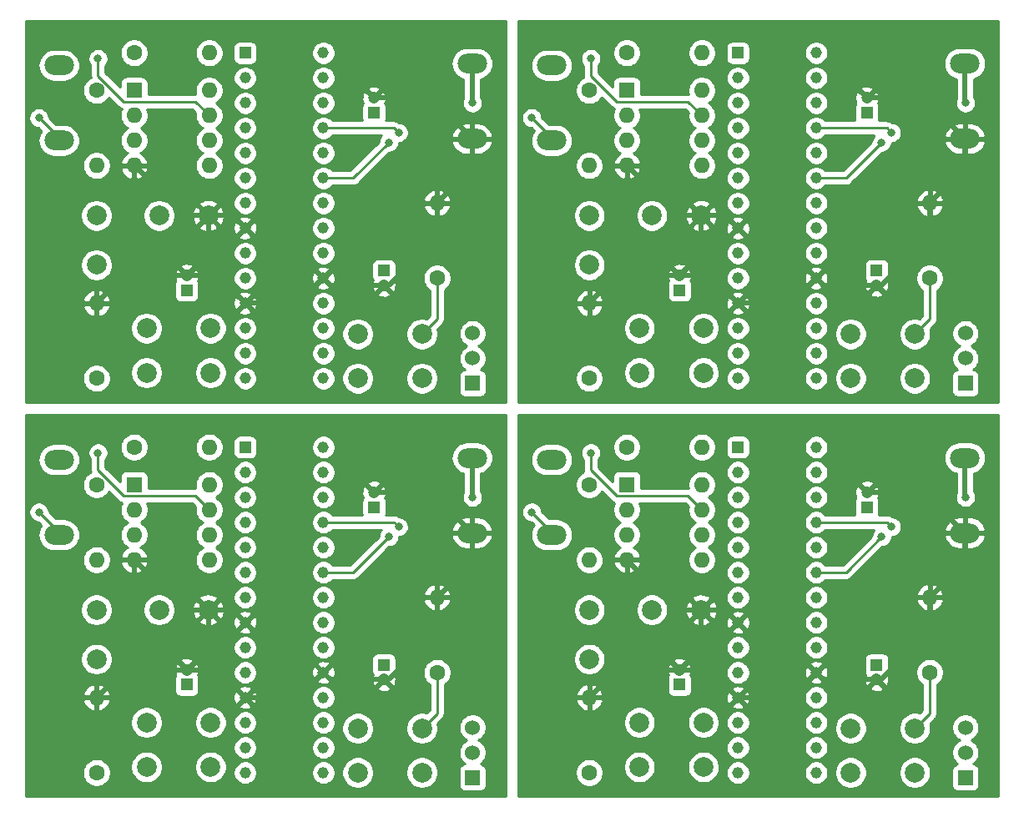
<source format=gbl>
%TF.GenerationSoftware,KiCad,Pcbnew,(5.1.9-0-10_14)*%
%TF.CreationDate,2021-04-15T21:04:48+09:00*%
%TF.ProjectId,RadioExercise_2x2,52616469-6f45-4786-9572-636973655f32,rev?*%
%TF.SameCoordinates,Original*%
%TF.FileFunction,Copper,L2,Bot*%
%TF.FilePolarity,Positive*%
%FSLAX46Y46*%
G04 Gerber Fmt 4.6, Leading zero omitted, Abs format (unit mm)*
G04 Created by KiCad (PCBNEW (5.1.9-0-10_14)) date 2021-04-15 21:04:48*
%MOMM*%
%LPD*%
G01*
G04 APERTURE LIST*
%TA.AperFunction,ComponentPad*%
%ADD10R,1.524000X1.524000*%
%TD*%
%TA.AperFunction,ComponentPad*%
%ADD11C,1.524000*%
%TD*%
%TA.AperFunction,ComponentPad*%
%ADD12C,2.000000*%
%TD*%
%TA.AperFunction,ComponentPad*%
%ADD13O,1.600000X1.600000*%
%TD*%
%TA.AperFunction,ComponentPad*%
%ADD14C,1.600000*%
%TD*%
%TA.AperFunction,SMDPad,CuDef*%
%ADD15O,3.000000X2.000000*%
%TD*%
%TA.AperFunction,ComponentPad*%
%ADD16R,1.158000X1.158000*%
%TD*%
%TA.AperFunction,ComponentPad*%
%ADD17C,1.158000*%
%TD*%
%TA.AperFunction,ComponentPad*%
%ADD18R,1.600000X1.600000*%
%TD*%
%TA.AperFunction,ComponentPad*%
%ADD19R,1.200000X1.200000*%
%TD*%
%TA.AperFunction,ComponentPad*%
%ADD20C,1.200000*%
%TD*%
%TA.AperFunction,ViaPad*%
%ADD21C,0.800000*%
%TD*%
%TA.AperFunction,Conductor*%
%ADD22C,0.500000*%
%TD*%
%TA.AperFunction,Conductor*%
%ADD23C,0.250000*%
%TD*%
%TA.AperFunction,Conductor*%
%ADD24C,0.254000*%
%TD*%
%TA.AperFunction,Conductor*%
%ADD25C,0.100000*%
%TD*%
G04 APERTURE END LIST*
D10*
%TO.P,SW5,1*%
%TO.N,Net-(SW5-Pad1)*%
X177928000Y-143528000D03*
D11*
%TO.P,SW5,2*%
%TO.N,VDD*%
X177928000Y-140988000D03*
%TO.P,SW5,3*%
%TO.N,Net-(J1-Pad2)*%
X177928000Y-138448000D03*
%TD*%
D10*
%TO.P,SW5,1*%
%TO.N,Net-(SW5-Pad1)*%
X127928000Y-143528000D03*
D11*
%TO.P,SW5,2*%
%TO.N,VDD*%
X127928000Y-140988000D03*
%TO.P,SW5,3*%
%TO.N,Net-(J1-Pad2)*%
X127928000Y-138448000D03*
%TD*%
D10*
%TO.P,SW5,1*%
%TO.N,Net-(SW5-Pad1)*%
X177928000Y-103528000D03*
D11*
%TO.P,SW5,2*%
%TO.N,VDD*%
X177928000Y-100988000D03*
%TO.P,SW5,3*%
%TO.N,Net-(J1-Pad2)*%
X177928000Y-98448000D03*
%TD*%
D12*
%TO.P,SW2,1*%
%TO.N,VDD*%
X166292000Y-143020000D03*
%TO.P,SW2,2*%
%TO.N,Net-(IC2-Pad13)*%
X166292000Y-138520000D03*
%TO.P,SW2,1*%
%TO.N,VDD*%
X172792000Y-143020000D03*
%TO.P,SW2,2*%
%TO.N,Net-(IC2-Pad13)*%
X172792000Y-138520000D03*
%TD*%
%TO.P,SW2,1*%
%TO.N,VDD*%
X116292000Y-143020000D03*
%TO.P,SW2,2*%
%TO.N,Net-(IC2-Pad13)*%
X116292000Y-138520000D03*
%TO.P,SW2,1*%
%TO.N,VDD*%
X122792000Y-143020000D03*
%TO.P,SW2,2*%
%TO.N,Net-(IC2-Pad13)*%
X122792000Y-138520000D03*
%TD*%
%TO.P,SW2,1*%
%TO.N,VDD*%
X166292000Y-103020000D03*
%TO.P,SW2,2*%
%TO.N,Net-(IC2-Pad13)*%
X166292000Y-98520000D03*
%TO.P,SW2,1*%
%TO.N,VDD*%
X172792000Y-103020000D03*
%TO.P,SW2,2*%
%TO.N,Net-(IC2-Pad13)*%
X172792000Y-98520000D03*
%TD*%
%TO.P,SW1,2*%
%TO.N,Net-(IC2-Pad12)*%
X144852000Y-142440000D03*
%TO.P,SW1,1*%
%TO.N,VDD*%
X144852000Y-137940000D03*
%TO.P,SW1,2*%
%TO.N,Net-(IC2-Pad12)*%
X151352000Y-142440000D03*
%TO.P,SW1,1*%
%TO.N,VDD*%
X151352000Y-137940000D03*
%TD*%
%TO.P,SW1,2*%
%TO.N,Net-(IC2-Pad12)*%
X94852000Y-142440000D03*
%TO.P,SW1,1*%
%TO.N,VDD*%
X94852000Y-137940000D03*
%TO.P,SW1,2*%
%TO.N,Net-(IC2-Pad12)*%
X101352000Y-142440000D03*
%TO.P,SW1,1*%
%TO.N,VDD*%
X101352000Y-137940000D03*
%TD*%
%TO.P,SW1,2*%
%TO.N,Net-(IC2-Pad12)*%
X144852000Y-102440000D03*
%TO.P,SW1,1*%
%TO.N,VDD*%
X144852000Y-97940000D03*
%TO.P,SW1,2*%
%TO.N,Net-(IC2-Pad12)*%
X151352000Y-102440000D03*
%TO.P,SW1,1*%
%TO.N,VDD*%
X151352000Y-97940000D03*
%TD*%
D13*
%TO.P,R5,2*%
%TO.N,Net-(IC2-Pad1)*%
X151202000Y-110000000D03*
D14*
%TO.P,R5,1*%
%TO.N,VDD*%
X143582000Y-110000000D03*
%TD*%
D13*
%TO.P,R5,2*%
%TO.N,Net-(IC2-Pad1)*%
X101202000Y-110000000D03*
D14*
%TO.P,R5,1*%
%TO.N,VDD*%
X93582000Y-110000000D03*
%TD*%
D13*
%TO.P,R5,2*%
%TO.N,Net-(IC2-Pad1)*%
X151202000Y-70000000D03*
D14*
%TO.P,R5,1*%
%TO.N,VDD*%
X143582000Y-70000000D03*
%TD*%
%TO.P,R4,1*%
%TO.N,Net-(IC2-Pad3)*%
X139772000Y-113810000D03*
D13*
%TO.P,R4,2*%
%TO.N,Net-(C1-Pad1)*%
X139772000Y-121430000D03*
%TD*%
D14*
%TO.P,R4,1*%
%TO.N,Net-(IC2-Pad3)*%
X89772000Y-113810000D03*
D13*
%TO.P,R4,2*%
%TO.N,Net-(C1-Pad1)*%
X89772000Y-121430000D03*
%TD*%
D14*
%TO.P,R4,1*%
%TO.N,Net-(IC2-Pad3)*%
X139772000Y-73810000D03*
D13*
%TO.P,R4,2*%
%TO.N,Net-(C1-Pad1)*%
X139772000Y-81430000D03*
%TD*%
D14*
%TO.P,R3,1*%
%TO.N,Net-(IC2-Pad13)*%
X174316000Y-132860000D03*
D13*
%TO.P,R3,2*%
%TO.N,GND*%
X174316000Y-125240000D03*
%TD*%
D14*
%TO.P,R3,1*%
%TO.N,Net-(IC2-Pad13)*%
X124316000Y-132860000D03*
D13*
%TO.P,R3,2*%
%TO.N,GND*%
X124316000Y-125240000D03*
%TD*%
D14*
%TO.P,R3,1*%
%TO.N,Net-(IC2-Pad13)*%
X174316000Y-92860000D03*
D13*
%TO.P,R3,2*%
%TO.N,GND*%
X174316000Y-85240000D03*
%TD*%
%TO.P,R2,2*%
%TO.N,GND*%
X139772000Y-135400000D03*
D14*
%TO.P,R2,1*%
%TO.N,Net-(IC2-Pad12)*%
X139772000Y-143020000D03*
%TD*%
D13*
%TO.P,R2,2*%
%TO.N,GND*%
X89772000Y-135400000D03*
D14*
%TO.P,R2,1*%
%TO.N,Net-(IC2-Pad12)*%
X89772000Y-143020000D03*
%TD*%
D13*
%TO.P,R2,2*%
%TO.N,GND*%
X139772000Y-95400000D03*
D14*
%TO.P,R2,1*%
%TO.N,Net-(IC2-Pad12)*%
X139772000Y-103020000D03*
%TD*%
D15*
%TO.P,LS1,1*%
%TO.N,Net-(IC1-Pad1)*%
X135962000Y-118890000D03*
%TO.P,LS1,2*%
%TO.N,Net-(IC1-Pad7)*%
X135962000Y-111270000D03*
%TD*%
%TO.P,LS1,1*%
%TO.N,Net-(IC1-Pad1)*%
X85962000Y-118890000D03*
%TO.P,LS1,2*%
%TO.N,Net-(IC1-Pad7)*%
X85962000Y-111270000D03*
%TD*%
%TO.P,LS1,1*%
%TO.N,Net-(IC1-Pad1)*%
X135962000Y-78890000D03*
%TO.P,LS1,2*%
%TO.N,Net-(IC1-Pad7)*%
X135962000Y-71270000D03*
%TD*%
%TO.P,J1,2*%
%TO.N,Net-(J1-Pad2)*%
X177872000Y-111084000D03*
%TO.P,J1,1*%
%TO.N,GND*%
X177872000Y-118704000D03*
%TD*%
%TO.P,J1,2*%
%TO.N,Net-(J1-Pad2)*%
X127872000Y-111084000D03*
%TO.P,J1,1*%
%TO.N,GND*%
X127872000Y-118704000D03*
%TD*%
%TO.P,J1,2*%
%TO.N,Net-(J1-Pad2)*%
X177872000Y-71084000D03*
%TO.P,J1,1*%
%TO.N,GND*%
X177872000Y-78704000D03*
%TD*%
D16*
%TO.P,IC2,1*%
%TO.N,Net-(IC2-Pad1)*%
X154853000Y-110000000D03*
D17*
%TO.P,IC2,2*%
%TO.N,Net-(IC2-Pad2)*%
X154853000Y-112540000D03*
%TO.P,IC2,3*%
%TO.N,Net-(IC2-Pad3)*%
X154853000Y-115080000D03*
%TO.P,IC2,4*%
%TO.N,Net-(IC2-Pad4)*%
X154853000Y-117620000D03*
%TO.P,IC2,5*%
%TO.N,Net-(IC2-Pad5)*%
X154853000Y-120160000D03*
%TO.P,IC2,6*%
%TO.N,Net-(IC2-Pad6)*%
X154853000Y-122700000D03*
%TO.P,IC2,7*%
%TO.N,Net-(IC2-Pad7)*%
X154853000Y-125240000D03*
%TO.P,IC2,8*%
%TO.N,GND*%
X154853000Y-127780000D03*
%TO.P,IC2,9*%
%TO.N,Net-(IC2-Pad9)*%
X154853000Y-130320000D03*
%TO.P,IC2,10*%
%TO.N,Net-(IC2-Pad10)*%
X154853000Y-132860000D03*
%TO.P,IC2,11*%
%TO.N,GND*%
X154853000Y-135400000D03*
%TO.P,IC2,12*%
%TO.N,Net-(IC2-Pad12)*%
X154853000Y-137940000D03*
%TO.P,IC2,13*%
%TO.N,Net-(IC2-Pad13)*%
X154853000Y-140480000D03*
%TO.P,IC2,14*%
%TO.N,Net-(IC1-Pad5)*%
X154853000Y-143020000D03*
%TO.P,IC2,15*%
%TO.N,Net-(IC2-Pad15)*%
X162791000Y-143020000D03*
%TO.P,IC2,16*%
%TO.N,Net-(IC2-Pad16)*%
X162791000Y-140480000D03*
%TO.P,IC2,17*%
%TO.N,Net-(IC2-Pad17)*%
X162791000Y-137940000D03*
%TO.P,IC2,18*%
%TO.N,Net-(IC2-Pad18)*%
X162791000Y-135400000D03*
%TO.P,IC2,19*%
%TO.N,GND*%
X162791000Y-132860000D03*
%TO.P,IC2,20*%
%TO.N,VDD*%
X162791000Y-130320000D03*
%TO.P,IC2,21*%
%TO.N,Net-(IC2-Pad21)*%
X162791000Y-127780000D03*
%TO.P,IC2,22*%
%TO.N,Net-(IC2-Pad22)*%
X162791000Y-125240000D03*
%TO.P,IC2,23*%
%TO.N,Net-(IC2-Pad23)*%
X162791000Y-122700000D03*
%TO.P,IC2,24*%
%TO.N,Net-(IC2-Pad24)*%
X162791000Y-120160000D03*
%TO.P,IC2,25*%
%TO.N,Net-(IC2-Pad25)*%
X162791000Y-117620000D03*
%TO.P,IC2,26*%
%TO.N,Net-(IC2-Pad26)*%
X162791000Y-115080000D03*
%TO.P,IC2,27*%
%TO.N,Net-(IC2-Pad27)*%
X162791000Y-112540000D03*
%TO.P,IC2,28*%
%TO.N,Net-(IC2-Pad28)*%
X162791000Y-110000000D03*
%TD*%
D16*
%TO.P,IC2,1*%
%TO.N,Net-(IC2-Pad1)*%
X104853000Y-110000000D03*
D17*
%TO.P,IC2,2*%
%TO.N,Net-(IC2-Pad2)*%
X104853000Y-112540000D03*
%TO.P,IC2,3*%
%TO.N,Net-(IC2-Pad3)*%
X104853000Y-115080000D03*
%TO.P,IC2,4*%
%TO.N,Net-(IC2-Pad4)*%
X104853000Y-117620000D03*
%TO.P,IC2,5*%
%TO.N,Net-(IC2-Pad5)*%
X104853000Y-120160000D03*
%TO.P,IC2,6*%
%TO.N,Net-(IC2-Pad6)*%
X104853000Y-122700000D03*
%TO.P,IC2,7*%
%TO.N,Net-(IC2-Pad7)*%
X104853000Y-125240000D03*
%TO.P,IC2,8*%
%TO.N,GND*%
X104853000Y-127780000D03*
%TO.P,IC2,9*%
%TO.N,Net-(IC2-Pad9)*%
X104853000Y-130320000D03*
%TO.P,IC2,10*%
%TO.N,Net-(IC2-Pad10)*%
X104853000Y-132860000D03*
%TO.P,IC2,11*%
%TO.N,GND*%
X104853000Y-135400000D03*
%TO.P,IC2,12*%
%TO.N,Net-(IC2-Pad12)*%
X104853000Y-137940000D03*
%TO.P,IC2,13*%
%TO.N,Net-(IC2-Pad13)*%
X104853000Y-140480000D03*
%TO.P,IC2,14*%
%TO.N,Net-(IC1-Pad5)*%
X104853000Y-143020000D03*
%TO.P,IC2,15*%
%TO.N,Net-(IC2-Pad15)*%
X112791000Y-143020000D03*
%TO.P,IC2,16*%
%TO.N,Net-(IC2-Pad16)*%
X112791000Y-140480000D03*
%TO.P,IC2,17*%
%TO.N,Net-(IC2-Pad17)*%
X112791000Y-137940000D03*
%TO.P,IC2,18*%
%TO.N,Net-(IC2-Pad18)*%
X112791000Y-135400000D03*
%TO.P,IC2,19*%
%TO.N,GND*%
X112791000Y-132860000D03*
%TO.P,IC2,20*%
%TO.N,VDD*%
X112791000Y-130320000D03*
%TO.P,IC2,21*%
%TO.N,Net-(IC2-Pad21)*%
X112791000Y-127780000D03*
%TO.P,IC2,22*%
%TO.N,Net-(IC2-Pad22)*%
X112791000Y-125240000D03*
%TO.P,IC2,23*%
%TO.N,Net-(IC2-Pad23)*%
X112791000Y-122700000D03*
%TO.P,IC2,24*%
%TO.N,Net-(IC2-Pad24)*%
X112791000Y-120160000D03*
%TO.P,IC2,25*%
%TO.N,Net-(IC2-Pad25)*%
X112791000Y-117620000D03*
%TO.P,IC2,26*%
%TO.N,Net-(IC2-Pad26)*%
X112791000Y-115080000D03*
%TO.P,IC2,27*%
%TO.N,Net-(IC2-Pad27)*%
X112791000Y-112540000D03*
%TO.P,IC2,28*%
%TO.N,Net-(IC2-Pad28)*%
X112791000Y-110000000D03*
%TD*%
D16*
%TO.P,IC2,1*%
%TO.N,Net-(IC2-Pad1)*%
X154853000Y-70000000D03*
D17*
%TO.P,IC2,2*%
%TO.N,Net-(IC2-Pad2)*%
X154853000Y-72540000D03*
%TO.P,IC2,3*%
%TO.N,Net-(IC2-Pad3)*%
X154853000Y-75080000D03*
%TO.P,IC2,4*%
%TO.N,Net-(IC2-Pad4)*%
X154853000Y-77620000D03*
%TO.P,IC2,5*%
%TO.N,Net-(IC2-Pad5)*%
X154853000Y-80160000D03*
%TO.P,IC2,6*%
%TO.N,Net-(IC2-Pad6)*%
X154853000Y-82700000D03*
%TO.P,IC2,7*%
%TO.N,Net-(IC2-Pad7)*%
X154853000Y-85240000D03*
%TO.P,IC2,8*%
%TO.N,GND*%
X154853000Y-87780000D03*
%TO.P,IC2,9*%
%TO.N,Net-(IC2-Pad9)*%
X154853000Y-90320000D03*
%TO.P,IC2,10*%
%TO.N,Net-(IC2-Pad10)*%
X154853000Y-92860000D03*
%TO.P,IC2,11*%
%TO.N,GND*%
X154853000Y-95400000D03*
%TO.P,IC2,12*%
%TO.N,Net-(IC2-Pad12)*%
X154853000Y-97940000D03*
%TO.P,IC2,13*%
%TO.N,Net-(IC2-Pad13)*%
X154853000Y-100480000D03*
%TO.P,IC2,14*%
%TO.N,Net-(IC1-Pad5)*%
X154853000Y-103020000D03*
%TO.P,IC2,15*%
%TO.N,Net-(IC2-Pad15)*%
X162791000Y-103020000D03*
%TO.P,IC2,16*%
%TO.N,Net-(IC2-Pad16)*%
X162791000Y-100480000D03*
%TO.P,IC2,17*%
%TO.N,Net-(IC2-Pad17)*%
X162791000Y-97940000D03*
%TO.P,IC2,18*%
%TO.N,Net-(IC2-Pad18)*%
X162791000Y-95400000D03*
%TO.P,IC2,19*%
%TO.N,GND*%
X162791000Y-92860000D03*
%TO.P,IC2,20*%
%TO.N,VDD*%
X162791000Y-90320000D03*
%TO.P,IC2,21*%
%TO.N,Net-(IC2-Pad21)*%
X162791000Y-87780000D03*
%TO.P,IC2,22*%
%TO.N,Net-(IC2-Pad22)*%
X162791000Y-85240000D03*
%TO.P,IC2,23*%
%TO.N,Net-(IC2-Pad23)*%
X162791000Y-82700000D03*
%TO.P,IC2,24*%
%TO.N,Net-(IC2-Pad24)*%
X162791000Y-80160000D03*
%TO.P,IC2,25*%
%TO.N,Net-(IC2-Pad25)*%
X162791000Y-77620000D03*
%TO.P,IC2,26*%
%TO.N,Net-(IC2-Pad26)*%
X162791000Y-75080000D03*
%TO.P,IC2,27*%
%TO.N,Net-(IC2-Pad27)*%
X162791000Y-72540000D03*
%TO.P,IC2,28*%
%TO.N,Net-(IC2-Pad28)*%
X162791000Y-70000000D03*
%TD*%
D18*
%TO.P,IC1,1*%
%TO.N,Net-(IC1-Pad1)*%
X143582000Y-113810000D03*
D13*
%TO.P,IC1,5*%
%TO.N,Net-(IC1-Pad5)*%
X151202000Y-121430000D03*
%TO.P,IC1,2*%
%TO.N,Net-(C1-Pad2)*%
X143582000Y-116350000D03*
%TO.P,IC1,6*%
%TO.N,Net-(IC1-Pad6)*%
X151202000Y-118890000D03*
%TO.P,IC1,3*%
%TO.N,Net-(C4-Pad1)*%
X143582000Y-118890000D03*
%TO.P,IC1,7*%
%TO.N,Net-(IC1-Pad7)*%
X151202000Y-116350000D03*
%TO.P,IC1,4*%
%TO.N,GND*%
X143582000Y-121430000D03*
%TO.P,IC1,8*%
%TO.N,VDD*%
X151202000Y-113810000D03*
%TD*%
D18*
%TO.P,IC1,1*%
%TO.N,Net-(IC1-Pad1)*%
X93582000Y-113810000D03*
D13*
%TO.P,IC1,5*%
%TO.N,Net-(IC1-Pad5)*%
X101202000Y-121430000D03*
%TO.P,IC1,2*%
%TO.N,Net-(C1-Pad2)*%
X93582000Y-116350000D03*
%TO.P,IC1,6*%
%TO.N,Net-(IC1-Pad6)*%
X101202000Y-118890000D03*
%TO.P,IC1,3*%
%TO.N,Net-(C4-Pad1)*%
X93582000Y-118890000D03*
%TO.P,IC1,7*%
%TO.N,Net-(IC1-Pad7)*%
X101202000Y-116350000D03*
%TO.P,IC1,4*%
%TO.N,GND*%
X93582000Y-121430000D03*
%TO.P,IC1,8*%
%TO.N,VDD*%
X101202000Y-113810000D03*
%TD*%
D18*
%TO.P,IC1,1*%
%TO.N,Net-(IC1-Pad1)*%
X143582000Y-73810000D03*
D13*
%TO.P,IC1,5*%
%TO.N,Net-(IC1-Pad5)*%
X151202000Y-81430000D03*
%TO.P,IC1,2*%
%TO.N,Net-(C1-Pad2)*%
X143582000Y-76350000D03*
%TO.P,IC1,6*%
%TO.N,Net-(IC1-Pad6)*%
X151202000Y-78890000D03*
%TO.P,IC1,3*%
%TO.N,Net-(C4-Pad1)*%
X143582000Y-78890000D03*
%TO.P,IC1,7*%
%TO.N,Net-(IC1-Pad7)*%
X151202000Y-76350000D03*
%TO.P,IC1,4*%
%TO.N,GND*%
X143582000Y-81430000D03*
%TO.P,IC1,8*%
%TO.N,VDD*%
X151202000Y-73810000D03*
%TD*%
D19*
%TO.P,C5,1*%
%TO.N,VDD*%
X167928000Y-116084000D03*
D20*
%TO.P,C5,2*%
%TO.N,GND*%
X167928000Y-114584000D03*
%TD*%
D19*
%TO.P,C5,1*%
%TO.N,VDD*%
X117928000Y-116084000D03*
D20*
%TO.P,C5,2*%
%TO.N,GND*%
X117928000Y-114584000D03*
%TD*%
D19*
%TO.P,C5,1*%
%TO.N,VDD*%
X167928000Y-76084000D03*
D20*
%TO.P,C5,2*%
%TO.N,GND*%
X167928000Y-74584000D03*
%TD*%
D12*
%TO.P,C4,2*%
%TO.N,GND*%
X151122000Y-126510000D03*
%TO.P,C4,1*%
%TO.N,Net-(C4-Pad1)*%
X146122000Y-126510000D03*
%TD*%
%TO.P,C4,2*%
%TO.N,GND*%
X101122000Y-126510000D03*
%TO.P,C4,1*%
%TO.N,Net-(C4-Pad1)*%
X96122000Y-126510000D03*
%TD*%
%TO.P,C4,2*%
%TO.N,GND*%
X151122000Y-86510000D03*
%TO.P,C4,1*%
%TO.N,Net-(C4-Pad1)*%
X146122000Y-86510000D03*
%TD*%
D20*
%TO.P,C3,2*%
%TO.N,GND*%
X168928000Y-133584000D03*
D19*
%TO.P,C3,1*%
%TO.N,VDD*%
X168928000Y-132084000D03*
%TD*%
D20*
%TO.P,C3,2*%
%TO.N,GND*%
X118928000Y-133584000D03*
D19*
%TO.P,C3,1*%
%TO.N,VDD*%
X118928000Y-132084000D03*
%TD*%
D20*
%TO.P,C3,2*%
%TO.N,GND*%
X168928000Y-93584000D03*
D19*
%TO.P,C3,1*%
%TO.N,VDD*%
X168928000Y-92084000D03*
%TD*%
%TO.P,C2,1*%
%TO.N,VDD*%
X148928000Y-134084000D03*
D20*
%TO.P,C2,2*%
%TO.N,GND*%
X148928000Y-132584000D03*
%TD*%
D19*
%TO.P,C2,1*%
%TO.N,VDD*%
X98928000Y-134084000D03*
D20*
%TO.P,C2,2*%
%TO.N,GND*%
X98928000Y-132584000D03*
%TD*%
D19*
%TO.P,C2,1*%
%TO.N,VDD*%
X148928000Y-94084000D03*
D20*
%TO.P,C2,2*%
%TO.N,GND*%
X148928000Y-92584000D03*
%TD*%
D12*
%TO.P,C1,1*%
%TO.N,Net-(C1-Pad1)*%
X139772000Y-126510000D03*
%TO.P,C1,2*%
%TO.N,Net-(C1-Pad2)*%
X139772000Y-131510000D03*
%TD*%
%TO.P,C1,1*%
%TO.N,Net-(C1-Pad1)*%
X89772000Y-126510000D03*
%TO.P,C1,2*%
%TO.N,Net-(C1-Pad2)*%
X89772000Y-131510000D03*
%TD*%
%TO.P,C1,1*%
%TO.N,Net-(C1-Pad1)*%
X139772000Y-86510000D03*
%TO.P,C1,2*%
%TO.N,Net-(C1-Pad2)*%
X139772000Y-91510000D03*
%TD*%
%TO.P,C1,2*%
%TO.N,Net-(C1-Pad2)*%
X89772000Y-91510000D03*
%TO.P,C1,1*%
%TO.N,Net-(C1-Pad1)*%
X89772000Y-86510000D03*
%TD*%
D20*
%TO.P,C2,2*%
%TO.N,GND*%
X98928000Y-92584000D03*
D19*
%TO.P,C2,1*%
%TO.N,VDD*%
X98928000Y-94084000D03*
%TD*%
%TO.P,C3,1*%
%TO.N,VDD*%
X118928000Y-92084000D03*
D20*
%TO.P,C3,2*%
%TO.N,GND*%
X118928000Y-93584000D03*
%TD*%
D12*
%TO.P,C4,1*%
%TO.N,Net-(C4-Pad1)*%
X96122000Y-86510000D03*
%TO.P,C4,2*%
%TO.N,GND*%
X101122000Y-86510000D03*
%TD*%
D20*
%TO.P,C5,2*%
%TO.N,GND*%
X117928000Y-74584000D03*
D19*
%TO.P,C5,1*%
%TO.N,VDD*%
X117928000Y-76084000D03*
%TD*%
D13*
%TO.P,IC1,8*%
%TO.N,VDD*%
X101202000Y-73810000D03*
%TO.P,IC1,4*%
%TO.N,GND*%
X93582000Y-81430000D03*
%TO.P,IC1,7*%
%TO.N,Net-(IC1-Pad7)*%
X101202000Y-76350000D03*
%TO.P,IC1,3*%
%TO.N,Net-(C4-Pad1)*%
X93582000Y-78890000D03*
%TO.P,IC1,6*%
%TO.N,Net-(IC1-Pad6)*%
X101202000Y-78890000D03*
%TO.P,IC1,2*%
%TO.N,Net-(C1-Pad2)*%
X93582000Y-76350000D03*
%TO.P,IC1,5*%
%TO.N,Net-(IC1-Pad5)*%
X101202000Y-81430000D03*
D18*
%TO.P,IC1,1*%
%TO.N,Net-(IC1-Pad1)*%
X93582000Y-73810000D03*
%TD*%
D17*
%TO.P,IC2,28*%
%TO.N,Net-(IC2-Pad28)*%
X112791000Y-70000000D03*
%TO.P,IC2,27*%
%TO.N,Net-(IC2-Pad27)*%
X112791000Y-72540000D03*
%TO.P,IC2,26*%
%TO.N,Net-(IC2-Pad26)*%
X112791000Y-75080000D03*
%TO.P,IC2,25*%
%TO.N,Net-(IC2-Pad25)*%
X112791000Y-77620000D03*
%TO.P,IC2,24*%
%TO.N,Net-(IC2-Pad24)*%
X112791000Y-80160000D03*
%TO.P,IC2,23*%
%TO.N,Net-(IC2-Pad23)*%
X112791000Y-82700000D03*
%TO.P,IC2,22*%
%TO.N,Net-(IC2-Pad22)*%
X112791000Y-85240000D03*
%TO.P,IC2,21*%
%TO.N,Net-(IC2-Pad21)*%
X112791000Y-87780000D03*
%TO.P,IC2,20*%
%TO.N,VDD*%
X112791000Y-90320000D03*
%TO.P,IC2,19*%
%TO.N,GND*%
X112791000Y-92860000D03*
%TO.P,IC2,18*%
%TO.N,Net-(IC2-Pad18)*%
X112791000Y-95400000D03*
%TO.P,IC2,17*%
%TO.N,Net-(IC2-Pad17)*%
X112791000Y-97940000D03*
%TO.P,IC2,16*%
%TO.N,Net-(IC2-Pad16)*%
X112791000Y-100480000D03*
%TO.P,IC2,15*%
%TO.N,Net-(IC2-Pad15)*%
X112791000Y-103020000D03*
%TO.P,IC2,14*%
%TO.N,Net-(IC1-Pad5)*%
X104853000Y-103020000D03*
%TO.P,IC2,13*%
%TO.N,Net-(IC2-Pad13)*%
X104853000Y-100480000D03*
%TO.P,IC2,12*%
%TO.N,Net-(IC2-Pad12)*%
X104853000Y-97940000D03*
%TO.P,IC2,11*%
%TO.N,GND*%
X104853000Y-95400000D03*
%TO.P,IC2,10*%
%TO.N,Net-(IC2-Pad10)*%
X104853000Y-92860000D03*
%TO.P,IC2,9*%
%TO.N,Net-(IC2-Pad9)*%
X104853000Y-90320000D03*
%TO.P,IC2,8*%
%TO.N,GND*%
X104853000Y-87780000D03*
%TO.P,IC2,7*%
%TO.N,Net-(IC2-Pad7)*%
X104853000Y-85240000D03*
%TO.P,IC2,6*%
%TO.N,Net-(IC2-Pad6)*%
X104853000Y-82700000D03*
%TO.P,IC2,5*%
%TO.N,Net-(IC2-Pad5)*%
X104853000Y-80160000D03*
%TO.P,IC2,4*%
%TO.N,Net-(IC2-Pad4)*%
X104853000Y-77620000D03*
%TO.P,IC2,3*%
%TO.N,Net-(IC2-Pad3)*%
X104853000Y-75080000D03*
%TO.P,IC2,2*%
%TO.N,Net-(IC2-Pad2)*%
X104853000Y-72540000D03*
D16*
%TO.P,IC2,1*%
%TO.N,Net-(IC2-Pad1)*%
X104853000Y-70000000D03*
%TD*%
D15*
%TO.P,J1,1*%
%TO.N,GND*%
X127872000Y-78704000D03*
%TO.P,J1,2*%
%TO.N,Net-(J1-Pad2)*%
X127872000Y-71084000D03*
%TD*%
%TO.P,LS1,2*%
%TO.N,Net-(IC1-Pad7)*%
X85962000Y-71270000D03*
%TO.P,LS1,1*%
%TO.N,Net-(IC1-Pad1)*%
X85962000Y-78890000D03*
%TD*%
D14*
%TO.P,R2,1*%
%TO.N,Net-(IC2-Pad12)*%
X89772000Y-103020000D03*
D13*
%TO.P,R2,2*%
%TO.N,GND*%
X89772000Y-95400000D03*
%TD*%
%TO.P,R3,2*%
%TO.N,GND*%
X124316000Y-85240000D03*
D14*
%TO.P,R3,1*%
%TO.N,Net-(IC2-Pad13)*%
X124316000Y-92860000D03*
%TD*%
D13*
%TO.P,R4,2*%
%TO.N,Net-(C1-Pad1)*%
X89772000Y-81430000D03*
D14*
%TO.P,R4,1*%
%TO.N,Net-(IC2-Pad3)*%
X89772000Y-73810000D03*
%TD*%
%TO.P,R5,1*%
%TO.N,VDD*%
X93582000Y-70000000D03*
D13*
%TO.P,R5,2*%
%TO.N,Net-(IC2-Pad1)*%
X101202000Y-70000000D03*
%TD*%
D12*
%TO.P,SW1,1*%
%TO.N,VDD*%
X101352000Y-97940000D03*
%TO.P,SW1,2*%
%TO.N,Net-(IC2-Pad12)*%
X101352000Y-102440000D03*
%TO.P,SW1,1*%
%TO.N,VDD*%
X94852000Y-97940000D03*
%TO.P,SW1,2*%
%TO.N,Net-(IC2-Pad12)*%
X94852000Y-102440000D03*
%TD*%
%TO.P,SW2,2*%
%TO.N,Net-(IC2-Pad13)*%
X122792000Y-98520000D03*
%TO.P,SW2,1*%
%TO.N,VDD*%
X122792000Y-103020000D03*
%TO.P,SW2,2*%
%TO.N,Net-(IC2-Pad13)*%
X116292000Y-98520000D03*
%TO.P,SW2,1*%
%TO.N,VDD*%
X116292000Y-103020000D03*
%TD*%
D11*
%TO.P,SW5,3*%
%TO.N,Net-(J1-Pad2)*%
X127928000Y-98448000D03*
%TO.P,SW5,2*%
%TO.N,VDD*%
X127928000Y-100988000D03*
D10*
%TO.P,SW5,1*%
%TO.N,Net-(SW5-Pad1)*%
X127928000Y-103528000D03*
%TD*%
D21*
%TO.N,GND*%
X123928000Y-89084000D03*
X173928000Y-89084000D03*
X123928000Y-129084000D03*
X173928000Y-129084000D03*
%TO.N,Net-(IC1-Pad1)*%
X83928000Y-76584000D03*
X133928000Y-76584000D03*
X83928000Y-116584000D03*
X133928000Y-116584000D03*
%TO.N,Net-(IC1-Pad7)*%
X89928000Y-70584000D03*
X139928000Y-70584000D03*
X89928000Y-110584000D03*
X139928000Y-110584000D03*
%TO.N,Net-(IC2-Pad23)*%
X119428000Y-79084000D03*
X169428000Y-79084000D03*
X119428000Y-119084000D03*
X169428000Y-119084000D03*
%TO.N,Net-(IC2-Pad25)*%
X120428000Y-78084000D03*
X170428000Y-78084000D03*
X120428000Y-118084000D03*
X170428000Y-118084000D03*
%TO.N,Net-(J1-Pad2)*%
X127928000Y-75084000D03*
X177928000Y-75084000D03*
X127928000Y-115084000D03*
X177928000Y-115084000D03*
%TD*%
D22*
%TO.N,GND*%
X127872000Y-81684000D02*
X124316000Y-85240000D01*
X127872000Y-78704000D02*
X127872000Y-81684000D01*
X124316000Y-88696000D02*
X123928000Y-89084000D01*
X124316000Y-85240000D02*
X124316000Y-88696000D01*
X119428000Y-93584000D02*
X118928000Y-93584000D01*
X123928000Y-89084000D02*
X119428000Y-93584000D01*
X123752000Y-74584000D02*
X117928000Y-74584000D01*
X127872000Y-78704000D02*
X123752000Y-74584000D01*
X113515000Y-93584000D02*
X112791000Y-92860000D01*
X118928000Y-93584000D02*
X113515000Y-93584000D01*
X103583000Y-86510000D02*
X104853000Y-87780000D01*
X101122000Y-86510000D02*
X103583000Y-86510000D01*
X101122000Y-90390000D02*
X98928000Y-92584000D01*
X101122000Y-86510000D02*
X101122000Y-90390000D01*
X102037000Y-92584000D02*
X104853000Y-95400000D01*
X98928000Y-92584000D02*
X102037000Y-92584000D01*
X92588000Y-92584000D02*
X89772000Y-95400000D01*
X98928000Y-92584000D02*
X92588000Y-92584000D01*
X98662000Y-86510000D02*
X93582000Y-81430000D01*
X101122000Y-86510000D02*
X98662000Y-86510000D01*
X110251000Y-95400000D02*
X112791000Y-92860000D01*
X104853000Y-95400000D02*
X110251000Y-95400000D01*
X151122000Y-90390000D02*
X148928000Y-92584000D01*
X101122000Y-130390000D02*
X98928000Y-132584000D01*
X151122000Y-130390000D02*
X148928000Y-132584000D01*
X151122000Y-86510000D02*
X153583000Y-86510000D01*
X101122000Y-126510000D02*
X103583000Y-126510000D01*
X151122000Y-126510000D02*
X153583000Y-126510000D01*
X177872000Y-81684000D02*
X174316000Y-85240000D01*
X127872000Y-121684000D02*
X124316000Y-125240000D01*
X177872000Y-121684000D02*
X174316000Y-125240000D01*
X177872000Y-78704000D02*
X177872000Y-81684000D01*
X127872000Y-118704000D02*
X127872000Y-121684000D01*
X177872000Y-118704000D02*
X177872000Y-121684000D01*
X174316000Y-88696000D02*
X173928000Y-89084000D01*
X124316000Y-128696000D02*
X123928000Y-129084000D01*
X174316000Y-128696000D02*
X173928000Y-129084000D01*
X174316000Y-85240000D02*
X174316000Y-88696000D01*
X124316000Y-125240000D02*
X124316000Y-128696000D01*
X174316000Y-125240000D02*
X174316000Y-128696000D01*
X169428000Y-93584000D02*
X168928000Y-93584000D01*
X119428000Y-133584000D02*
X118928000Y-133584000D01*
X169428000Y-133584000D02*
X168928000Y-133584000D01*
X173928000Y-89084000D02*
X169428000Y-93584000D01*
X123928000Y-129084000D02*
X119428000Y-133584000D01*
X173928000Y-129084000D02*
X169428000Y-133584000D01*
X173752000Y-74584000D02*
X167928000Y-74584000D01*
X123752000Y-114584000D02*
X117928000Y-114584000D01*
X173752000Y-114584000D02*
X167928000Y-114584000D01*
X177872000Y-78704000D02*
X173752000Y-74584000D01*
X127872000Y-118704000D02*
X123752000Y-114584000D01*
X177872000Y-118704000D02*
X173752000Y-114584000D01*
X163515000Y-93584000D02*
X162791000Y-92860000D01*
X113515000Y-133584000D02*
X112791000Y-132860000D01*
X163515000Y-133584000D02*
X162791000Y-132860000D01*
X168928000Y-93584000D02*
X163515000Y-93584000D01*
X118928000Y-133584000D02*
X113515000Y-133584000D01*
X168928000Y-133584000D02*
X163515000Y-133584000D01*
X153583000Y-86510000D02*
X154853000Y-87780000D01*
X103583000Y-126510000D02*
X104853000Y-127780000D01*
X153583000Y-126510000D02*
X154853000Y-127780000D01*
X151122000Y-86510000D02*
X151122000Y-90390000D01*
X101122000Y-126510000D02*
X101122000Y-130390000D01*
X151122000Y-126510000D02*
X151122000Y-130390000D01*
X148928000Y-92584000D02*
X152037000Y-92584000D01*
X98928000Y-132584000D02*
X102037000Y-132584000D01*
X148928000Y-132584000D02*
X152037000Y-132584000D01*
X142588000Y-92584000D02*
X139772000Y-95400000D01*
X92588000Y-132584000D02*
X89772000Y-135400000D01*
X142588000Y-132584000D02*
X139772000Y-135400000D01*
X148928000Y-92584000D02*
X142588000Y-92584000D01*
X98928000Y-132584000D02*
X92588000Y-132584000D01*
X148928000Y-132584000D02*
X142588000Y-132584000D01*
X148662000Y-86510000D02*
X143582000Y-81430000D01*
X98662000Y-126510000D02*
X93582000Y-121430000D01*
X148662000Y-126510000D02*
X143582000Y-121430000D01*
X151122000Y-86510000D02*
X148662000Y-86510000D01*
X101122000Y-126510000D02*
X98662000Y-126510000D01*
X151122000Y-126510000D02*
X148662000Y-126510000D01*
X160251000Y-95400000D02*
X162791000Y-92860000D01*
X110251000Y-135400000D02*
X112791000Y-132860000D01*
X160251000Y-135400000D02*
X162791000Y-132860000D01*
X154853000Y-95400000D02*
X160251000Y-95400000D01*
X104853000Y-135400000D02*
X110251000Y-135400000D01*
X154853000Y-135400000D02*
X160251000Y-135400000D01*
X152037000Y-92584000D02*
X154853000Y-95400000D01*
X102037000Y-132584000D02*
X104853000Y-135400000D01*
X152037000Y-132584000D02*
X154853000Y-135400000D01*
D23*
%TO.N,Net-(IC1-Pad1)*%
X85962000Y-78618000D02*
X85962000Y-78890000D01*
X83928000Y-76584000D02*
X85962000Y-78618000D01*
X135962000Y-78618000D02*
X135962000Y-78890000D01*
X85962000Y-118618000D02*
X85962000Y-118890000D01*
X135962000Y-118618000D02*
X135962000Y-118890000D01*
X133928000Y-76584000D02*
X135962000Y-78618000D01*
X83928000Y-116584000D02*
X85962000Y-118618000D01*
X133928000Y-116584000D02*
X135962000Y-118618000D01*
%TO.N,Net-(IC1-Pad7)*%
X92521999Y-74935001D02*
X89928000Y-72341002D01*
X99787001Y-74935001D02*
X92521999Y-74935001D01*
X89928000Y-72341002D02*
X89928000Y-70584000D01*
X101202000Y-76350000D02*
X99787001Y-74935001D01*
X142521999Y-74935001D02*
X139928000Y-72341002D01*
X92521999Y-114935001D02*
X89928000Y-112341002D01*
X142521999Y-114935001D02*
X139928000Y-112341002D01*
X149787001Y-74935001D02*
X142521999Y-74935001D01*
X99787001Y-114935001D02*
X92521999Y-114935001D01*
X149787001Y-114935001D02*
X142521999Y-114935001D01*
X139928000Y-72341002D02*
X139928000Y-70584000D01*
X89928000Y-112341002D02*
X89928000Y-110584000D01*
X139928000Y-112341002D02*
X139928000Y-110584000D01*
X151202000Y-76350000D02*
X149787001Y-74935001D01*
X101202000Y-116350000D02*
X99787001Y-114935001D01*
X151202000Y-116350000D02*
X149787001Y-114935001D01*
%TO.N,Net-(IC2-Pad13)*%
X124316000Y-96996000D02*
X122792000Y-98520000D01*
X124316000Y-92860000D02*
X124316000Y-96996000D01*
X122792000Y-98520000D02*
X122492000Y-98520000D01*
X174316000Y-96996000D02*
X172792000Y-98520000D01*
X124316000Y-136996000D02*
X122792000Y-138520000D01*
X174316000Y-136996000D02*
X172792000Y-138520000D01*
X174316000Y-92860000D02*
X174316000Y-96996000D01*
X124316000Y-132860000D02*
X124316000Y-136996000D01*
X174316000Y-132860000D02*
X174316000Y-136996000D01*
X172792000Y-98520000D02*
X172492000Y-98520000D01*
X122792000Y-138520000D02*
X122492000Y-138520000D01*
X172792000Y-138520000D02*
X172492000Y-138520000D01*
%TO.N,Net-(IC2-Pad23)*%
X115812000Y-82700000D02*
X112791000Y-82700000D01*
X119428000Y-79084000D02*
X115812000Y-82700000D01*
X165812000Y-82700000D02*
X162791000Y-82700000D01*
X115812000Y-122700000D02*
X112791000Y-122700000D01*
X165812000Y-122700000D02*
X162791000Y-122700000D01*
X169428000Y-79084000D02*
X165812000Y-82700000D01*
X119428000Y-119084000D02*
X115812000Y-122700000D01*
X169428000Y-119084000D02*
X165812000Y-122700000D01*
%TO.N,Net-(IC2-Pad25)*%
X119964000Y-77620000D02*
X112791000Y-77620000D01*
X120428000Y-78084000D02*
X119964000Y-77620000D01*
X169964000Y-77620000D02*
X162791000Y-77620000D01*
X119964000Y-117620000D02*
X112791000Y-117620000D01*
X169964000Y-117620000D02*
X162791000Y-117620000D01*
X170428000Y-78084000D02*
X169964000Y-77620000D01*
X120428000Y-118084000D02*
X119964000Y-117620000D01*
X170428000Y-118084000D02*
X169964000Y-117620000D01*
D22*
%TO.N,Net-(J1-Pad2)*%
X127872000Y-75028000D02*
X127928000Y-75084000D01*
X127872000Y-71084000D02*
X127872000Y-75028000D01*
X177872000Y-75028000D02*
X177928000Y-75084000D01*
X127872000Y-115028000D02*
X127928000Y-115084000D01*
X177872000Y-115028000D02*
X177928000Y-115084000D01*
X177872000Y-71084000D02*
X177872000Y-75028000D01*
X127872000Y-111084000D02*
X127872000Y-115028000D01*
X177872000Y-111084000D02*
X177872000Y-115028000D01*
%TD*%
D24*
%TO.N,GND*%
X131268000Y-105424000D02*
X82588000Y-105424000D01*
X82588000Y-102878665D01*
X88337000Y-102878665D01*
X88337000Y-103161335D01*
X88392147Y-103438574D01*
X88500320Y-103699727D01*
X88657363Y-103934759D01*
X88857241Y-104134637D01*
X89092273Y-104291680D01*
X89353426Y-104399853D01*
X89630665Y-104455000D01*
X89913335Y-104455000D01*
X90190574Y-104399853D01*
X90451727Y-104291680D01*
X90686759Y-104134637D01*
X90886637Y-103934759D01*
X91043680Y-103699727D01*
X91151853Y-103438574D01*
X91207000Y-103161335D01*
X91207000Y-102878665D01*
X91151853Y-102601426D01*
X91043680Y-102340273D01*
X91002717Y-102278967D01*
X93217000Y-102278967D01*
X93217000Y-102601033D01*
X93279832Y-102916912D01*
X93403082Y-103214463D01*
X93582013Y-103482252D01*
X93809748Y-103709987D01*
X94077537Y-103888918D01*
X94375088Y-104012168D01*
X94690967Y-104075000D01*
X95013033Y-104075000D01*
X95328912Y-104012168D01*
X95626463Y-103888918D01*
X95894252Y-103709987D01*
X96121987Y-103482252D01*
X96300918Y-103214463D01*
X96424168Y-102916912D01*
X96487000Y-102601033D01*
X96487000Y-102278967D01*
X99717000Y-102278967D01*
X99717000Y-102601033D01*
X99779832Y-102916912D01*
X99903082Y-103214463D01*
X100082013Y-103482252D01*
X100309748Y-103709987D01*
X100577537Y-103888918D01*
X100875088Y-104012168D01*
X101190967Y-104075000D01*
X101513033Y-104075000D01*
X101828912Y-104012168D01*
X102126463Y-103888918D01*
X102394252Y-103709987D01*
X102621987Y-103482252D01*
X102800918Y-103214463D01*
X102924168Y-102916912D01*
X102927446Y-102900431D01*
X103639000Y-102900431D01*
X103639000Y-103139569D01*
X103685653Y-103374111D01*
X103777167Y-103595045D01*
X103910025Y-103793880D01*
X104079120Y-103962975D01*
X104277955Y-104095833D01*
X104498889Y-104187347D01*
X104733431Y-104234000D01*
X104972569Y-104234000D01*
X105207111Y-104187347D01*
X105428045Y-104095833D01*
X105626880Y-103962975D01*
X105795975Y-103793880D01*
X105928833Y-103595045D01*
X106020347Y-103374111D01*
X106067000Y-103139569D01*
X106067000Y-102900431D01*
X111577000Y-102900431D01*
X111577000Y-103139569D01*
X111623653Y-103374111D01*
X111715167Y-103595045D01*
X111848025Y-103793880D01*
X112017120Y-103962975D01*
X112215955Y-104095833D01*
X112436889Y-104187347D01*
X112671431Y-104234000D01*
X112910569Y-104234000D01*
X113145111Y-104187347D01*
X113366045Y-104095833D01*
X113564880Y-103962975D01*
X113733975Y-103793880D01*
X113866833Y-103595045D01*
X113958347Y-103374111D01*
X114005000Y-103139569D01*
X114005000Y-102900431D01*
X113996753Y-102858967D01*
X114657000Y-102858967D01*
X114657000Y-103181033D01*
X114719832Y-103496912D01*
X114843082Y-103794463D01*
X115022013Y-104062252D01*
X115249748Y-104289987D01*
X115517537Y-104468918D01*
X115815088Y-104592168D01*
X116130967Y-104655000D01*
X116453033Y-104655000D01*
X116768912Y-104592168D01*
X117066463Y-104468918D01*
X117334252Y-104289987D01*
X117561987Y-104062252D01*
X117740918Y-103794463D01*
X117864168Y-103496912D01*
X117927000Y-103181033D01*
X117927000Y-102858967D01*
X121157000Y-102858967D01*
X121157000Y-103181033D01*
X121219832Y-103496912D01*
X121343082Y-103794463D01*
X121522013Y-104062252D01*
X121749748Y-104289987D01*
X122017537Y-104468918D01*
X122315088Y-104592168D01*
X122630967Y-104655000D01*
X122953033Y-104655000D01*
X123268912Y-104592168D01*
X123566463Y-104468918D01*
X123834252Y-104289987D01*
X124061987Y-104062252D01*
X124240918Y-103794463D01*
X124364168Y-103496912D01*
X124427000Y-103181033D01*
X124427000Y-102858967D01*
X124408508Y-102766000D01*
X126527928Y-102766000D01*
X126527928Y-104290000D01*
X126540188Y-104414482D01*
X126576498Y-104534180D01*
X126635463Y-104644494D01*
X126714815Y-104741185D01*
X126811506Y-104820537D01*
X126921820Y-104879502D01*
X127041518Y-104915812D01*
X127166000Y-104928072D01*
X128690000Y-104928072D01*
X128814482Y-104915812D01*
X128934180Y-104879502D01*
X129044494Y-104820537D01*
X129141185Y-104741185D01*
X129220537Y-104644494D01*
X129279502Y-104534180D01*
X129315812Y-104414482D01*
X129328072Y-104290000D01*
X129328072Y-102766000D01*
X129315812Y-102641518D01*
X129279502Y-102521820D01*
X129220537Y-102411506D01*
X129141185Y-102314815D01*
X129044494Y-102235463D01*
X128934180Y-102176498D01*
X128814482Y-102140188D01*
X128730535Y-102131920D01*
X128818535Y-102073120D01*
X129013120Y-101878535D01*
X129166005Y-101649727D01*
X129271314Y-101395490D01*
X129325000Y-101125592D01*
X129325000Y-100850408D01*
X129271314Y-100580510D01*
X129166005Y-100326273D01*
X129013120Y-100097465D01*
X128818535Y-99902880D01*
X128589727Y-99749995D01*
X128512485Y-99718000D01*
X128589727Y-99686005D01*
X128818535Y-99533120D01*
X129013120Y-99338535D01*
X129166005Y-99109727D01*
X129271314Y-98855490D01*
X129325000Y-98585592D01*
X129325000Y-98310408D01*
X129271314Y-98040510D01*
X129166005Y-97786273D01*
X129013120Y-97557465D01*
X128818535Y-97362880D01*
X128589727Y-97209995D01*
X128335490Y-97104686D01*
X128065592Y-97051000D01*
X127790408Y-97051000D01*
X127520510Y-97104686D01*
X127266273Y-97209995D01*
X127037465Y-97362880D01*
X126842880Y-97557465D01*
X126689995Y-97786273D01*
X126584686Y-98040510D01*
X126531000Y-98310408D01*
X126531000Y-98585592D01*
X126584686Y-98855490D01*
X126689995Y-99109727D01*
X126842880Y-99338535D01*
X127037465Y-99533120D01*
X127266273Y-99686005D01*
X127343515Y-99718000D01*
X127266273Y-99749995D01*
X127037465Y-99902880D01*
X126842880Y-100097465D01*
X126689995Y-100326273D01*
X126584686Y-100580510D01*
X126531000Y-100850408D01*
X126531000Y-101125592D01*
X126584686Y-101395490D01*
X126689995Y-101649727D01*
X126842880Y-101878535D01*
X127037465Y-102073120D01*
X127125465Y-102131920D01*
X127041518Y-102140188D01*
X126921820Y-102176498D01*
X126811506Y-102235463D01*
X126714815Y-102314815D01*
X126635463Y-102411506D01*
X126576498Y-102521820D01*
X126540188Y-102641518D01*
X126527928Y-102766000D01*
X124408508Y-102766000D01*
X124364168Y-102543088D01*
X124240918Y-102245537D01*
X124061987Y-101977748D01*
X123834252Y-101750013D01*
X123566463Y-101571082D01*
X123268912Y-101447832D01*
X122953033Y-101385000D01*
X122630967Y-101385000D01*
X122315088Y-101447832D01*
X122017537Y-101571082D01*
X121749748Y-101750013D01*
X121522013Y-101977748D01*
X121343082Y-102245537D01*
X121219832Y-102543088D01*
X121157000Y-102858967D01*
X117927000Y-102858967D01*
X117864168Y-102543088D01*
X117740918Y-102245537D01*
X117561987Y-101977748D01*
X117334252Y-101750013D01*
X117066463Y-101571082D01*
X116768912Y-101447832D01*
X116453033Y-101385000D01*
X116130967Y-101385000D01*
X115815088Y-101447832D01*
X115517537Y-101571082D01*
X115249748Y-101750013D01*
X115022013Y-101977748D01*
X114843082Y-102245537D01*
X114719832Y-102543088D01*
X114657000Y-102858967D01*
X113996753Y-102858967D01*
X113958347Y-102665889D01*
X113866833Y-102444955D01*
X113733975Y-102246120D01*
X113564880Y-102077025D01*
X113366045Y-101944167D01*
X113145111Y-101852653D01*
X112910569Y-101806000D01*
X112671431Y-101806000D01*
X112436889Y-101852653D01*
X112215955Y-101944167D01*
X112017120Y-102077025D01*
X111848025Y-102246120D01*
X111715167Y-102444955D01*
X111623653Y-102665889D01*
X111577000Y-102900431D01*
X106067000Y-102900431D01*
X106020347Y-102665889D01*
X105928833Y-102444955D01*
X105795975Y-102246120D01*
X105626880Y-102077025D01*
X105428045Y-101944167D01*
X105207111Y-101852653D01*
X104972569Y-101806000D01*
X104733431Y-101806000D01*
X104498889Y-101852653D01*
X104277955Y-101944167D01*
X104079120Y-102077025D01*
X103910025Y-102246120D01*
X103777167Y-102444955D01*
X103685653Y-102665889D01*
X103639000Y-102900431D01*
X102927446Y-102900431D01*
X102987000Y-102601033D01*
X102987000Y-102278967D01*
X102924168Y-101963088D01*
X102800918Y-101665537D01*
X102621987Y-101397748D01*
X102394252Y-101170013D01*
X102126463Y-100991082D01*
X101828912Y-100867832D01*
X101513033Y-100805000D01*
X101190967Y-100805000D01*
X100875088Y-100867832D01*
X100577537Y-100991082D01*
X100309748Y-101170013D01*
X100082013Y-101397748D01*
X99903082Y-101665537D01*
X99779832Y-101963088D01*
X99717000Y-102278967D01*
X96487000Y-102278967D01*
X96424168Y-101963088D01*
X96300918Y-101665537D01*
X96121987Y-101397748D01*
X95894252Y-101170013D01*
X95626463Y-100991082D01*
X95328912Y-100867832D01*
X95013033Y-100805000D01*
X94690967Y-100805000D01*
X94375088Y-100867832D01*
X94077537Y-100991082D01*
X93809748Y-101170013D01*
X93582013Y-101397748D01*
X93403082Y-101665537D01*
X93279832Y-101963088D01*
X93217000Y-102278967D01*
X91002717Y-102278967D01*
X90886637Y-102105241D01*
X90686759Y-101905363D01*
X90451727Y-101748320D01*
X90190574Y-101640147D01*
X89913335Y-101585000D01*
X89630665Y-101585000D01*
X89353426Y-101640147D01*
X89092273Y-101748320D01*
X88857241Y-101905363D01*
X88657363Y-102105241D01*
X88500320Y-102340273D01*
X88392147Y-102601426D01*
X88337000Y-102878665D01*
X82588000Y-102878665D01*
X82588000Y-100360431D01*
X103639000Y-100360431D01*
X103639000Y-100599569D01*
X103685653Y-100834111D01*
X103777167Y-101055045D01*
X103910025Y-101253880D01*
X104079120Y-101422975D01*
X104277955Y-101555833D01*
X104498889Y-101647347D01*
X104733431Y-101694000D01*
X104972569Y-101694000D01*
X105207111Y-101647347D01*
X105428045Y-101555833D01*
X105626880Y-101422975D01*
X105795975Y-101253880D01*
X105928833Y-101055045D01*
X106020347Y-100834111D01*
X106067000Y-100599569D01*
X106067000Y-100360431D01*
X111577000Y-100360431D01*
X111577000Y-100599569D01*
X111623653Y-100834111D01*
X111715167Y-101055045D01*
X111848025Y-101253880D01*
X112017120Y-101422975D01*
X112215955Y-101555833D01*
X112436889Y-101647347D01*
X112671431Y-101694000D01*
X112910569Y-101694000D01*
X113145111Y-101647347D01*
X113366045Y-101555833D01*
X113564880Y-101422975D01*
X113733975Y-101253880D01*
X113866833Y-101055045D01*
X113958347Y-100834111D01*
X114005000Y-100599569D01*
X114005000Y-100360431D01*
X113958347Y-100125889D01*
X113866833Y-99904955D01*
X113733975Y-99706120D01*
X113564880Y-99537025D01*
X113366045Y-99404167D01*
X113145111Y-99312653D01*
X112910569Y-99266000D01*
X112671431Y-99266000D01*
X112436889Y-99312653D01*
X112215955Y-99404167D01*
X112017120Y-99537025D01*
X111848025Y-99706120D01*
X111715167Y-99904955D01*
X111623653Y-100125889D01*
X111577000Y-100360431D01*
X106067000Y-100360431D01*
X106020347Y-100125889D01*
X105928833Y-99904955D01*
X105795975Y-99706120D01*
X105626880Y-99537025D01*
X105428045Y-99404167D01*
X105207111Y-99312653D01*
X104972569Y-99266000D01*
X104733431Y-99266000D01*
X104498889Y-99312653D01*
X104277955Y-99404167D01*
X104079120Y-99537025D01*
X103910025Y-99706120D01*
X103777167Y-99904955D01*
X103685653Y-100125889D01*
X103639000Y-100360431D01*
X82588000Y-100360431D01*
X82588000Y-97778967D01*
X93217000Y-97778967D01*
X93217000Y-98101033D01*
X93279832Y-98416912D01*
X93403082Y-98714463D01*
X93582013Y-98982252D01*
X93809748Y-99209987D01*
X94077537Y-99388918D01*
X94375088Y-99512168D01*
X94690967Y-99575000D01*
X95013033Y-99575000D01*
X95328912Y-99512168D01*
X95626463Y-99388918D01*
X95894252Y-99209987D01*
X96121987Y-98982252D01*
X96300918Y-98714463D01*
X96424168Y-98416912D01*
X96487000Y-98101033D01*
X96487000Y-97778967D01*
X99717000Y-97778967D01*
X99717000Y-98101033D01*
X99779832Y-98416912D01*
X99903082Y-98714463D01*
X100082013Y-98982252D01*
X100309748Y-99209987D01*
X100577537Y-99388918D01*
X100875088Y-99512168D01*
X101190967Y-99575000D01*
X101513033Y-99575000D01*
X101828912Y-99512168D01*
X102126463Y-99388918D01*
X102394252Y-99209987D01*
X102621987Y-98982252D01*
X102800918Y-98714463D01*
X102924168Y-98416912D01*
X102987000Y-98101033D01*
X102987000Y-97820431D01*
X103639000Y-97820431D01*
X103639000Y-98059569D01*
X103685653Y-98294111D01*
X103777167Y-98515045D01*
X103910025Y-98713880D01*
X104079120Y-98882975D01*
X104277955Y-99015833D01*
X104498889Y-99107347D01*
X104733431Y-99154000D01*
X104972569Y-99154000D01*
X105207111Y-99107347D01*
X105428045Y-99015833D01*
X105626880Y-98882975D01*
X105795975Y-98713880D01*
X105928833Y-98515045D01*
X106020347Y-98294111D01*
X106067000Y-98059569D01*
X106067000Y-97820431D01*
X111577000Y-97820431D01*
X111577000Y-98059569D01*
X111623653Y-98294111D01*
X111715167Y-98515045D01*
X111848025Y-98713880D01*
X112017120Y-98882975D01*
X112215955Y-99015833D01*
X112436889Y-99107347D01*
X112671431Y-99154000D01*
X112910569Y-99154000D01*
X113145111Y-99107347D01*
X113366045Y-99015833D01*
X113564880Y-98882975D01*
X113733975Y-98713880D01*
X113866833Y-98515045D01*
X113931482Y-98358967D01*
X114657000Y-98358967D01*
X114657000Y-98681033D01*
X114719832Y-98996912D01*
X114843082Y-99294463D01*
X115022013Y-99562252D01*
X115249748Y-99789987D01*
X115517537Y-99968918D01*
X115815088Y-100092168D01*
X116130967Y-100155000D01*
X116453033Y-100155000D01*
X116768912Y-100092168D01*
X117066463Y-99968918D01*
X117334252Y-99789987D01*
X117561987Y-99562252D01*
X117740918Y-99294463D01*
X117864168Y-98996912D01*
X117927000Y-98681033D01*
X117927000Y-98358967D01*
X121157000Y-98358967D01*
X121157000Y-98681033D01*
X121219832Y-98996912D01*
X121343082Y-99294463D01*
X121522013Y-99562252D01*
X121749748Y-99789987D01*
X122017537Y-99968918D01*
X122315088Y-100092168D01*
X122630967Y-100155000D01*
X122953033Y-100155000D01*
X123268912Y-100092168D01*
X123566463Y-99968918D01*
X123834252Y-99789987D01*
X124061987Y-99562252D01*
X124240918Y-99294463D01*
X124364168Y-98996912D01*
X124427000Y-98681033D01*
X124427000Y-98358967D01*
X124364168Y-98043088D01*
X124358177Y-98028625D01*
X124827008Y-97559795D01*
X124856001Y-97536001D01*
X124879795Y-97507008D01*
X124879799Y-97507004D01*
X124950973Y-97420277D01*
X124950974Y-97420276D01*
X125021546Y-97288247D01*
X125065003Y-97144986D01*
X125076000Y-97033333D01*
X125076000Y-97033324D01*
X125079676Y-96996001D01*
X125076000Y-96958678D01*
X125076000Y-94078043D01*
X125230759Y-93974637D01*
X125430637Y-93774759D01*
X125587680Y-93539727D01*
X125695853Y-93278574D01*
X125751000Y-93001335D01*
X125751000Y-92718665D01*
X125695853Y-92441426D01*
X125587680Y-92180273D01*
X125430637Y-91945241D01*
X125230759Y-91745363D01*
X124995727Y-91588320D01*
X124734574Y-91480147D01*
X124457335Y-91425000D01*
X124174665Y-91425000D01*
X123897426Y-91480147D01*
X123636273Y-91588320D01*
X123401241Y-91745363D01*
X123201363Y-91945241D01*
X123044320Y-92180273D01*
X122936147Y-92441426D01*
X122881000Y-92718665D01*
X122881000Y-93001335D01*
X122936147Y-93278574D01*
X123044320Y-93539727D01*
X123201363Y-93774759D01*
X123401241Y-93974637D01*
X123556000Y-94078044D01*
X123556001Y-96681196D01*
X123283375Y-96953823D01*
X123268912Y-96947832D01*
X122953033Y-96885000D01*
X122630967Y-96885000D01*
X122315088Y-96947832D01*
X122017537Y-97071082D01*
X121749748Y-97250013D01*
X121522013Y-97477748D01*
X121343082Y-97745537D01*
X121219832Y-98043088D01*
X121157000Y-98358967D01*
X117927000Y-98358967D01*
X117864168Y-98043088D01*
X117740918Y-97745537D01*
X117561987Y-97477748D01*
X117334252Y-97250013D01*
X117066463Y-97071082D01*
X116768912Y-96947832D01*
X116453033Y-96885000D01*
X116130967Y-96885000D01*
X115815088Y-96947832D01*
X115517537Y-97071082D01*
X115249748Y-97250013D01*
X115022013Y-97477748D01*
X114843082Y-97745537D01*
X114719832Y-98043088D01*
X114657000Y-98358967D01*
X113931482Y-98358967D01*
X113958347Y-98294111D01*
X114005000Y-98059569D01*
X114005000Y-97820431D01*
X113958347Y-97585889D01*
X113866833Y-97364955D01*
X113733975Y-97166120D01*
X113564880Y-96997025D01*
X113366045Y-96864167D01*
X113145111Y-96772653D01*
X112910569Y-96726000D01*
X112671431Y-96726000D01*
X112436889Y-96772653D01*
X112215955Y-96864167D01*
X112017120Y-96997025D01*
X111848025Y-97166120D01*
X111715167Y-97364955D01*
X111623653Y-97585889D01*
X111577000Y-97820431D01*
X106067000Y-97820431D01*
X106020347Y-97585889D01*
X105928833Y-97364955D01*
X105795975Y-97166120D01*
X105626880Y-96997025D01*
X105428045Y-96864167D01*
X105207111Y-96772653D01*
X104972569Y-96726000D01*
X104733431Y-96726000D01*
X104498889Y-96772653D01*
X104277955Y-96864167D01*
X104079120Y-96997025D01*
X103910025Y-97166120D01*
X103777167Y-97364955D01*
X103685653Y-97585889D01*
X103639000Y-97820431D01*
X102987000Y-97820431D01*
X102987000Y-97778967D01*
X102924168Y-97463088D01*
X102800918Y-97165537D01*
X102621987Y-96897748D01*
X102394252Y-96670013D01*
X102126463Y-96491082D01*
X101828912Y-96367832D01*
X101513033Y-96305000D01*
X101190967Y-96305000D01*
X100875088Y-96367832D01*
X100577537Y-96491082D01*
X100309748Y-96670013D01*
X100082013Y-96897748D01*
X99903082Y-97165537D01*
X99779832Y-97463088D01*
X99717000Y-97778967D01*
X96487000Y-97778967D01*
X96424168Y-97463088D01*
X96300918Y-97165537D01*
X96121987Y-96897748D01*
X95894252Y-96670013D01*
X95626463Y-96491082D01*
X95328912Y-96367832D01*
X95013033Y-96305000D01*
X94690967Y-96305000D01*
X94375088Y-96367832D01*
X94077537Y-96491082D01*
X93809748Y-96670013D01*
X93582013Y-96897748D01*
X93403082Y-97165537D01*
X93279832Y-97463088D01*
X93217000Y-97778967D01*
X82588000Y-97778967D01*
X82588000Y-95749040D01*
X88380091Y-95749040D01*
X88474930Y-96013881D01*
X88619615Y-96255131D01*
X88808586Y-96463519D01*
X89034580Y-96631037D01*
X89288913Y-96751246D01*
X89422961Y-96791904D01*
X89645000Y-96669915D01*
X89645000Y-95527000D01*
X89899000Y-95527000D01*
X89899000Y-96669915D01*
X90121039Y-96791904D01*
X90255087Y-96751246D01*
X90509420Y-96631037D01*
X90735414Y-96463519D01*
X90924385Y-96255131D01*
X90936615Y-96234737D01*
X104197868Y-96234737D01*
X104242618Y-96456185D01*
X104460397Y-96554970D01*
X104693265Y-96609370D01*
X104932270Y-96617295D01*
X105168230Y-96578440D01*
X105392075Y-96494298D01*
X105463382Y-96456185D01*
X105508132Y-96234737D01*
X104853000Y-95579605D01*
X104197868Y-96234737D01*
X90936615Y-96234737D01*
X91069070Y-96013881D01*
X91163909Y-95749040D01*
X91042624Y-95527000D01*
X89899000Y-95527000D01*
X89645000Y-95527000D01*
X88501376Y-95527000D01*
X88380091Y-95749040D01*
X82588000Y-95749040D01*
X82588000Y-95479270D01*
X103635705Y-95479270D01*
X103674560Y-95715230D01*
X103758702Y-95939075D01*
X103796815Y-96010382D01*
X104018263Y-96055132D01*
X104673395Y-95400000D01*
X105032605Y-95400000D01*
X105687737Y-96055132D01*
X105909185Y-96010382D01*
X106007970Y-95792603D01*
X106062370Y-95559735D01*
X106070295Y-95320730D01*
X106063660Y-95280431D01*
X111577000Y-95280431D01*
X111577000Y-95519569D01*
X111623653Y-95754111D01*
X111715167Y-95975045D01*
X111848025Y-96173880D01*
X112017120Y-96342975D01*
X112215955Y-96475833D01*
X112436889Y-96567347D01*
X112671431Y-96614000D01*
X112910569Y-96614000D01*
X113145111Y-96567347D01*
X113366045Y-96475833D01*
X113564880Y-96342975D01*
X113733975Y-96173880D01*
X113866833Y-95975045D01*
X113958347Y-95754111D01*
X114005000Y-95519569D01*
X114005000Y-95280431D01*
X113958347Y-95045889D01*
X113866833Y-94824955D01*
X113733975Y-94626120D01*
X113564880Y-94457025D01*
X113530068Y-94433764D01*
X118257841Y-94433764D01*
X118305148Y-94657348D01*
X118526516Y-94758237D01*
X118763313Y-94814000D01*
X119006438Y-94822495D01*
X119246549Y-94783395D01*
X119474418Y-94698202D01*
X119550852Y-94657348D01*
X119598159Y-94433764D01*
X118928000Y-93763605D01*
X118257841Y-94433764D01*
X113530068Y-94433764D01*
X113366045Y-94324167D01*
X113145111Y-94232653D01*
X112910569Y-94186000D01*
X112671431Y-94186000D01*
X112436889Y-94232653D01*
X112215955Y-94324167D01*
X112017120Y-94457025D01*
X111848025Y-94626120D01*
X111715167Y-94824955D01*
X111623653Y-95045889D01*
X111577000Y-95280431D01*
X106063660Y-95280431D01*
X106031440Y-95084770D01*
X105947298Y-94860925D01*
X105909185Y-94789618D01*
X105687737Y-94744868D01*
X105032605Y-95400000D01*
X104673395Y-95400000D01*
X104018263Y-94744868D01*
X103796815Y-94789618D01*
X103698030Y-95007397D01*
X103643630Y-95240265D01*
X103635705Y-95479270D01*
X82588000Y-95479270D01*
X82588000Y-95050960D01*
X88380091Y-95050960D01*
X88501376Y-95273000D01*
X89645000Y-95273000D01*
X89645000Y-94130085D01*
X89899000Y-94130085D01*
X89899000Y-95273000D01*
X91042624Y-95273000D01*
X91163909Y-95050960D01*
X91069070Y-94786119D01*
X90924385Y-94544869D01*
X90735414Y-94336481D01*
X90509420Y-94168963D01*
X90255087Y-94048754D01*
X90121039Y-94008096D01*
X89899000Y-94130085D01*
X89645000Y-94130085D01*
X89422961Y-94008096D01*
X89288913Y-94048754D01*
X89034580Y-94168963D01*
X88808586Y-94336481D01*
X88619615Y-94544869D01*
X88474930Y-94786119D01*
X88380091Y-95050960D01*
X82588000Y-95050960D01*
X82588000Y-91348967D01*
X88137000Y-91348967D01*
X88137000Y-91671033D01*
X88199832Y-91986912D01*
X88323082Y-92284463D01*
X88502013Y-92552252D01*
X88729748Y-92779987D01*
X88997537Y-92958918D01*
X89295088Y-93082168D01*
X89610967Y-93145000D01*
X89933033Y-93145000D01*
X90248912Y-93082168D01*
X90546463Y-92958918D01*
X90814252Y-92779987D01*
X90931801Y-92662438D01*
X97689505Y-92662438D01*
X97728605Y-92902549D01*
X97808451Y-93116117D01*
X97797463Y-93129506D01*
X97738498Y-93239820D01*
X97702188Y-93359518D01*
X97689928Y-93484000D01*
X97689928Y-94684000D01*
X97702188Y-94808482D01*
X97738498Y-94928180D01*
X97797463Y-95038494D01*
X97876815Y-95135185D01*
X97973506Y-95214537D01*
X98083820Y-95273502D01*
X98203518Y-95309812D01*
X98328000Y-95322072D01*
X99528000Y-95322072D01*
X99652482Y-95309812D01*
X99772180Y-95273502D01*
X99882494Y-95214537D01*
X99979185Y-95135185D01*
X100058537Y-95038494D01*
X100117502Y-94928180D01*
X100153812Y-94808482D01*
X100166072Y-94684000D01*
X100166072Y-94565263D01*
X104197868Y-94565263D01*
X104853000Y-95220395D01*
X105508132Y-94565263D01*
X105463382Y-94343815D01*
X105245603Y-94245030D01*
X105012735Y-94190630D01*
X104773730Y-94182705D01*
X104537770Y-94221560D01*
X104313925Y-94305702D01*
X104242618Y-94343815D01*
X104197868Y-94565263D01*
X100166072Y-94565263D01*
X100166072Y-93484000D01*
X100153812Y-93359518D01*
X100117502Y-93239820D01*
X100058537Y-93129506D01*
X100044432Y-93112319D01*
X100102237Y-92985484D01*
X100158000Y-92748687D01*
X100158288Y-92740431D01*
X103639000Y-92740431D01*
X103639000Y-92979569D01*
X103685653Y-93214111D01*
X103777167Y-93435045D01*
X103910025Y-93633880D01*
X104079120Y-93802975D01*
X104277955Y-93935833D01*
X104498889Y-94027347D01*
X104733431Y-94074000D01*
X104972569Y-94074000D01*
X105207111Y-94027347D01*
X105428045Y-93935833D01*
X105626880Y-93802975D01*
X105735118Y-93694737D01*
X112135868Y-93694737D01*
X112180618Y-93916185D01*
X112398397Y-94014970D01*
X112631265Y-94069370D01*
X112870270Y-94077295D01*
X113106230Y-94038440D01*
X113330075Y-93954298D01*
X113401382Y-93916185D01*
X113446132Y-93694737D01*
X113413833Y-93662438D01*
X117689505Y-93662438D01*
X117728605Y-93902549D01*
X117813798Y-94130418D01*
X117854652Y-94206852D01*
X118078236Y-94254159D01*
X118748395Y-93584000D01*
X118734253Y-93569858D01*
X118913858Y-93390253D01*
X118928000Y-93404395D01*
X118942143Y-93390253D01*
X119121748Y-93569858D01*
X119107605Y-93584000D01*
X119777764Y-94254159D01*
X120001348Y-94206852D01*
X120102237Y-93985484D01*
X120158000Y-93748687D01*
X120166495Y-93505562D01*
X120127395Y-93265451D01*
X120047549Y-93051883D01*
X120058537Y-93038494D01*
X120117502Y-92928180D01*
X120153812Y-92808482D01*
X120166072Y-92684000D01*
X120166072Y-91484000D01*
X120153812Y-91359518D01*
X120117502Y-91239820D01*
X120058537Y-91129506D01*
X119979185Y-91032815D01*
X119882494Y-90953463D01*
X119772180Y-90894498D01*
X119652482Y-90858188D01*
X119528000Y-90845928D01*
X118328000Y-90845928D01*
X118203518Y-90858188D01*
X118083820Y-90894498D01*
X117973506Y-90953463D01*
X117876815Y-91032815D01*
X117797463Y-91129506D01*
X117738498Y-91239820D01*
X117702188Y-91359518D01*
X117689928Y-91484000D01*
X117689928Y-92684000D01*
X117702188Y-92808482D01*
X117738498Y-92928180D01*
X117797463Y-93038494D01*
X117811568Y-93055681D01*
X117753763Y-93182516D01*
X117698000Y-93419313D01*
X117689505Y-93662438D01*
X113413833Y-93662438D01*
X112791000Y-93039605D01*
X112135868Y-93694737D01*
X105735118Y-93694737D01*
X105795975Y-93633880D01*
X105928833Y-93435045D01*
X106020347Y-93214111D01*
X106067000Y-92979569D01*
X106067000Y-92939270D01*
X111573705Y-92939270D01*
X111612560Y-93175230D01*
X111696702Y-93399075D01*
X111734815Y-93470382D01*
X111956263Y-93515132D01*
X112611395Y-92860000D01*
X112970605Y-92860000D01*
X113625737Y-93515132D01*
X113847185Y-93470382D01*
X113945970Y-93252603D01*
X114000370Y-93019735D01*
X114008295Y-92780730D01*
X113969440Y-92544770D01*
X113885298Y-92320925D01*
X113847185Y-92249618D01*
X113625737Y-92204868D01*
X112970605Y-92860000D01*
X112611395Y-92860000D01*
X111956263Y-92204868D01*
X111734815Y-92249618D01*
X111636030Y-92467397D01*
X111581630Y-92700265D01*
X111573705Y-92939270D01*
X106067000Y-92939270D01*
X106067000Y-92740431D01*
X106020347Y-92505889D01*
X105928833Y-92284955D01*
X105795975Y-92086120D01*
X105735118Y-92025263D01*
X112135868Y-92025263D01*
X112791000Y-92680395D01*
X113446132Y-92025263D01*
X113401382Y-91803815D01*
X113183603Y-91705030D01*
X112950735Y-91650630D01*
X112711730Y-91642705D01*
X112475770Y-91681560D01*
X112251925Y-91765702D01*
X112180618Y-91803815D01*
X112135868Y-92025263D01*
X105735118Y-92025263D01*
X105626880Y-91917025D01*
X105428045Y-91784167D01*
X105207111Y-91692653D01*
X104972569Y-91646000D01*
X104733431Y-91646000D01*
X104498889Y-91692653D01*
X104277955Y-91784167D01*
X104079120Y-91917025D01*
X103910025Y-92086120D01*
X103777167Y-92284955D01*
X103685653Y-92505889D01*
X103639000Y-92740431D01*
X100158288Y-92740431D01*
X100166495Y-92505562D01*
X100127395Y-92265451D01*
X100042202Y-92037582D01*
X100001348Y-91961148D01*
X99777764Y-91913841D01*
X99107605Y-92584000D01*
X99121748Y-92598143D01*
X98942143Y-92777748D01*
X98928000Y-92763605D01*
X98913858Y-92777748D01*
X98734253Y-92598143D01*
X98748395Y-92584000D01*
X98078236Y-91913841D01*
X97854652Y-91961148D01*
X97753763Y-92182516D01*
X97698000Y-92419313D01*
X97689505Y-92662438D01*
X90931801Y-92662438D01*
X91041987Y-92552252D01*
X91220918Y-92284463D01*
X91344168Y-91986912D01*
X91394428Y-91734236D01*
X98257841Y-91734236D01*
X98928000Y-92404395D01*
X99598159Y-91734236D01*
X99550852Y-91510652D01*
X99329484Y-91409763D01*
X99092687Y-91354000D01*
X98849562Y-91345505D01*
X98609451Y-91384605D01*
X98381582Y-91469798D01*
X98305148Y-91510652D01*
X98257841Y-91734236D01*
X91394428Y-91734236D01*
X91407000Y-91671033D01*
X91407000Y-91348967D01*
X91344168Y-91033088D01*
X91220918Y-90735537D01*
X91041987Y-90467748D01*
X90814252Y-90240013D01*
X90755014Y-90200431D01*
X103639000Y-90200431D01*
X103639000Y-90439569D01*
X103685653Y-90674111D01*
X103777167Y-90895045D01*
X103910025Y-91093880D01*
X104079120Y-91262975D01*
X104277955Y-91395833D01*
X104498889Y-91487347D01*
X104733431Y-91534000D01*
X104972569Y-91534000D01*
X105207111Y-91487347D01*
X105428045Y-91395833D01*
X105626880Y-91262975D01*
X105795975Y-91093880D01*
X105928833Y-90895045D01*
X106020347Y-90674111D01*
X106067000Y-90439569D01*
X106067000Y-90200431D01*
X111577000Y-90200431D01*
X111577000Y-90439569D01*
X111623653Y-90674111D01*
X111715167Y-90895045D01*
X111848025Y-91093880D01*
X112017120Y-91262975D01*
X112215955Y-91395833D01*
X112436889Y-91487347D01*
X112671431Y-91534000D01*
X112910569Y-91534000D01*
X113145111Y-91487347D01*
X113366045Y-91395833D01*
X113564880Y-91262975D01*
X113733975Y-91093880D01*
X113866833Y-90895045D01*
X113958347Y-90674111D01*
X114005000Y-90439569D01*
X114005000Y-90200431D01*
X113958347Y-89965889D01*
X113866833Y-89744955D01*
X113733975Y-89546120D01*
X113564880Y-89377025D01*
X113366045Y-89244167D01*
X113145111Y-89152653D01*
X112910569Y-89106000D01*
X112671431Y-89106000D01*
X112436889Y-89152653D01*
X112215955Y-89244167D01*
X112017120Y-89377025D01*
X111848025Y-89546120D01*
X111715167Y-89744955D01*
X111623653Y-89965889D01*
X111577000Y-90200431D01*
X106067000Y-90200431D01*
X106020347Y-89965889D01*
X105928833Y-89744955D01*
X105795975Y-89546120D01*
X105626880Y-89377025D01*
X105428045Y-89244167D01*
X105207111Y-89152653D01*
X104972569Y-89106000D01*
X104733431Y-89106000D01*
X104498889Y-89152653D01*
X104277955Y-89244167D01*
X104079120Y-89377025D01*
X103910025Y-89546120D01*
X103777167Y-89744955D01*
X103685653Y-89965889D01*
X103639000Y-90200431D01*
X90755014Y-90200431D01*
X90546463Y-90061082D01*
X90248912Y-89937832D01*
X89933033Y-89875000D01*
X89610967Y-89875000D01*
X89295088Y-89937832D01*
X88997537Y-90061082D01*
X88729748Y-90240013D01*
X88502013Y-90467748D01*
X88323082Y-90735537D01*
X88199832Y-91033088D01*
X88137000Y-91348967D01*
X82588000Y-91348967D01*
X82588000Y-88614737D01*
X104197868Y-88614737D01*
X104242618Y-88836185D01*
X104460397Y-88934970D01*
X104693265Y-88989370D01*
X104932270Y-88997295D01*
X105168230Y-88958440D01*
X105392075Y-88874298D01*
X105463382Y-88836185D01*
X105508132Y-88614737D01*
X104853000Y-87959605D01*
X104197868Y-88614737D01*
X82588000Y-88614737D01*
X82588000Y-86348967D01*
X88137000Y-86348967D01*
X88137000Y-86671033D01*
X88199832Y-86986912D01*
X88323082Y-87284463D01*
X88502013Y-87552252D01*
X88729748Y-87779987D01*
X88997537Y-87958918D01*
X89295088Y-88082168D01*
X89610967Y-88145000D01*
X89933033Y-88145000D01*
X90248912Y-88082168D01*
X90546463Y-87958918D01*
X90814252Y-87779987D01*
X91041987Y-87552252D01*
X91220918Y-87284463D01*
X91344168Y-86986912D01*
X91407000Y-86671033D01*
X91407000Y-86348967D01*
X94487000Y-86348967D01*
X94487000Y-86671033D01*
X94549832Y-86986912D01*
X94673082Y-87284463D01*
X94852013Y-87552252D01*
X95079748Y-87779987D01*
X95347537Y-87958918D01*
X95645088Y-88082168D01*
X95960967Y-88145000D01*
X96283033Y-88145000D01*
X96598912Y-88082168D01*
X96896463Y-87958918D01*
X97164252Y-87779987D01*
X97298826Y-87645413D01*
X100166192Y-87645413D01*
X100261956Y-87909814D01*
X100551571Y-88050704D01*
X100863108Y-88132384D01*
X101184595Y-88151718D01*
X101503675Y-88107961D01*
X101808088Y-88002795D01*
X101982044Y-87909814D01*
X102000350Y-87859270D01*
X103635705Y-87859270D01*
X103674560Y-88095230D01*
X103758702Y-88319075D01*
X103796815Y-88390382D01*
X104018263Y-88435132D01*
X104673395Y-87780000D01*
X105032605Y-87780000D01*
X105687737Y-88435132D01*
X105909185Y-88390382D01*
X106007970Y-88172603D01*
X106062370Y-87939735D01*
X106070295Y-87700730D01*
X106063660Y-87660431D01*
X111577000Y-87660431D01*
X111577000Y-87899569D01*
X111623653Y-88134111D01*
X111715167Y-88355045D01*
X111848025Y-88553880D01*
X112017120Y-88722975D01*
X112215955Y-88855833D01*
X112436889Y-88947347D01*
X112671431Y-88994000D01*
X112910569Y-88994000D01*
X113145111Y-88947347D01*
X113366045Y-88855833D01*
X113564880Y-88722975D01*
X113733975Y-88553880D01*
X113866833Y-88355045D01*
X113958347Y-88134111D01*
X114005000Y-87899569D01*
X114005000Y-87660431D01*
X113958347Y-87425889D01*
X113866833Y-87204955D01*
X113733975Y-87006120D01*
X113564880Y-86837025D01*
X113366045Y-86704167D01*
X113145111Y-86612653D01*
X112910569Y-86566000D01*
X112671431Y-86566000D01*
X112436889Y-86612653D01*
X112215955Y-86704167D01*
X112017120Y-86837025D01*
X111848025Y-87006120D01*
X111715167Y-87204955D01*
X111623653Y-87425889D01*
X111577000Y-87660431D01*
X106063660Y-87660431D01*
X106031440Y-87464770D01*
X105947298Y-87240925D01*
X105909185Y-87169618D01*
X105687737Y-87124868D01*
X105032605Y-87780000D01*
X104673395Y-87780000D01*
X104018263Y-87124868D01*
X103796815Y-87169618D01*
X103698030Y-87387397D01*
X103643630Y-87620265D01*
X103635705Y-87859270D01*
X102000350Y-87859270D01*
X102077808Y-87645413D01*
X101122000Y-86689605D01*
X100166192Y-87645413D01*
X97298826Y-87645413D01*
X97391987Y-87552252D01*
X97570918Y-87284463D01*
X97694168Y-86986912D01*
X97757000Y-86671033D01*
X97757000Y-86572595D01*
X99480282Y-86572595D01*
X99524039Y-86891675D01*
X99629205Y-87196088D01*
X99722186Y-87370044D01*
X99986587Y-87465808D01*
X100942395Y-86510000D01*
X101301605Y-86510000D01*
X102257413Y-87465808D01*
X102521814Y-87370044D01*
X102662704Y-87080429D01*
X102698142Y-86945263D01*
X104197868Y-86945263D01*
X104853000Y-87600395D01*
X105508132Y-86945263D01*
X105463382Y-86723815D01*
X105245603Y-86625030D01*
X105012735Y-86570630D01*
X104773730Y-86562705D01*
X104537770Y-86601560D01*
X104313925Y-86685702D01*
X104242618Y-86723815D01*
X104197868Y-86945263D01*
X102698142Y-86945263D01*
X102744384Y-86768892D01*
X102763718Y-86447405D01*
X102719961Y-86128325D01*
X102614795Y-85823912D01*
X102521814Y-85649956D01*
X102257413Y-85554192D01*
X101301605Y-86510000D01*
X100942395Y-86510000D01*
X99986587Y-85554192D01*
X99722186Y-85649956D01*
X99581296Y-85939571D01*
X99499616Y-86251108D01*
X99480282Y-86572595D01*
X97757000Y-86572595D01*
X97757000Y-86348967D01*
X97694168Y-86033088D01*
X97570918Y-85735537D01*
X97391987Y-85467748D01*
X97298826Y-85374587D01*
X100166192Y-85374587D01*
X101122000Y-86330395D01*
X102077808Y-85374587D01*
X101985755Y-85120431D01*
X103639000Y-85120431D01*
X103639000Y-85359569D01*
X103685653Y-85594111D01*
X103777167Y-85815045D01*
X103910025Y-86013880D01*
X104079120Y-86182975D01*
X104277955Y-86315833D01*
X104498889Y-86407347D01*
X104733431Y-86454000D01*
X104972569Y-86454000D01*
X105207111Y-86407347D01*
X105428045Y-86315833D01*
X105626880Y-86182975D01*
X105795975Y-86013880D01*
X105928833Y-85815045D01*
X106020347Y-85594111D01*
X106067000Y-85359569D01*
X106067000Y-85120431D01*
X111577000Y-85120431D01*
X111577000Y-85359569D01*
X111623653Y-85594111D01*
X111715167Y-85815045D01*
X111848025Y-86013880D01*
X112017120Y-86182975D01*
X112215955Y-86315833D01*
X112436889Y-86407347D01*
X112671431Y-86454000D01*
X112910569Y-86454000D01*
X113145111Y-86407347D01*
X113366045Y-86315833D01*
X113564880Y-86182975D01*
X113733975Y-86013880D01*
X113866833Y-85815045D01*
X113958347Y-85594111D01*
X113959355Y-85589040D01*
X122924091Y-85589040D01*
X123018930Y-85853881D01*
X123163615Y-86095131D01*
X123352586Y-86303519D01*
X123578580Y-86471037D01*
X123832913Y-86591246D01*
X123966961Y-86631904D01*
X124189000Y-86509915D01*
X124189000Y-85367000D01*
X124443000Y-85367000D01*
X124443000Y-86509915D01*
X124665039Y-86631904D01*
X124799087Y-86591246D01*
X125053420Y-86471037D01*
X125279414Y-86303519D01*
X125468385Y-86095131D01*
X125613070Y-85853881D01*
X125707909Y-85589040D01*
X125586624Y-85367000D01*
X124443000Y-85367000D01*
X124189000Y-85367000D01*
X123045376Y-85367000D01*
X122924091Y-85589040D01*
X113959355Y-85589040D01*
X114005000Y-85359569D01*
X114005000Y-85120431D01*
X113959356Y-84890960D01*
X122924091Y-84890960D01*
X123045376Y-85113000D01*
X124189000Y-85113000D01*
X124189000Y-83970085D01*
X124443000Y-83970085D01*
X124443000Y-85113000D01*
X125586624Y-85113000D01*
X125707909Y-84890960D01*
X125613070Y-84626119D01*
X125468385Y-84384869D01*
X125279414Y-84176481D01*
X125053420Y-84008963D01*
X124799087Y-83888754D01*
X124665039Y-83848096D01*
X124443000Y-83970085D01*
X124189000Y-83970085D01*
X123966961Y-83848096D01*
X123832913Y-83888754D01*
X123578580Y-84008963D01*
X123352586Y-84176481D01*
X123163615Y-84384869D01*
X123018930Y-84626119D01*
X122924091Y-84890960D01*
X113959356Y-84890960D01*
X113958347Y-84885889D01*
X113866833Y-84664955D01*
X113733975Y-84466120D01*
X113564880Y-84297025D01*
X113366045Y-84164167D01*
X113145111Y-84072653D01*
X112910569Y-84026000D01*
X112671431Y-84026000D01*
X112436889Y-84072653D01*
X112215955Y-84164167D01*
X112017120Y-84297025D01*
X111848025Y-84466120D01*
X111715167Y-84664955D01*
X111623653Y-84885889D01*
X111577000Y-85120431D01*
X106067000Y-85120431D01*
X106020347Y-84885889D01*
X105928833Y-84664955D01*
X105795975Y-84466120D01*
X105626880Y-84297025D01*
X105428045Y-84164167D01*
X105207111Y-84072653D01*
X104972569Y-84026000D01*
X104733431Y-84026000D01*
X104498889Y-84072653D01*
X104277955Y-84164167D01*
X104079120Y-84297025D01*
X103910025Y-84466120D01*
X103777167Y-84664955D01*
X103685653Y-84885889D01*
X103639000Y-85120431D01*
X101985755Y-85120431D01*
X101982044Y-85110186D01*
X101692429Y-84969296D01*
X101380892Y-84887616D01*
X101059405Y-84868282D01*
X100740325Y-84912039D01*
X100435912Y-85017205D01*
X100261956Y-85110186D01*
X100166192Y-85374587D01*
X97298826Y-85374587D01*
X97164252Y-85240013D01*
X96896463Y-85061082D01*
X96598912Y-84937832D01*
X96283033Y-84875000D01*
X95960967Y-84875000D01*
X95645088Y-84937832D01*
X95347537Y-85061082D01*
X95079748Y-85240013D01*
X94852013Y-85467748D01*
X94673082Y-85735537D01*
X94549832Y-86033088D01*
X94487000Y-86348967D01*
X91407000Y-86348967D01*
X91344168Y-86033088D01*
X91220918Y-85735537D01*
X91041987Y-85467748D01*
X90814252Y-85240013D01*
X90546463Y-85061082D01*
X90248912Y-84937832D01*
X89933033Y-84875000D01*
X89610967Y-84875000D01*
X89295088Y-84937832D01*
X88997537Y-85061082D01*
X88729748Y-85240013D01*
X88502013Y-85467748D01*
X88323082Y-85735537D01*
X88199832Y-86033088D01*
X88137000Y-86348967D01*
X82588000Y-86348967D01*
X82588000Y-81288665D01*
X88337000Y-81288665D01*
X88337000Y-81571335D01*
X88392147Y-81848574D01*
X88500320Y-82109727D01*
X88657363Y-82344759D01*
X88857241Y-82544637D01*
X89092273Y-82701680D01*
X89353426Y-82809853D01*
X89630665Y-82865000D01*
X89913335Y-82865000D01*
X90190574Y-82809853D01*
X90451727Y-82701680D01*
X90686759Y-82544637D01*
X90886637Y-82344759D01*
X91043680Y-82109727D01*
X91151853Y-81848574D01*
X91165684Y-81779039D01*
X92190096Y-81779039D01*
X92230754Y-81913087D01*
X92350963Y-82167420D01*
X92518481Y-82393414D01*
X92726869Y-82582385D01*
X92968119Y-82727070D01*
X93232960Y-82821909D01*
X93455000Y-82700624D01*
X93455000Y-81557000D01*
X93709000Y-81557000D01*
X93709000Y-82700624D01*
X93931040Y-82821909D01*
X94195881Y-82727070D01*
X94437131Y-82582385D01*
X94645519Y-82393414D01*
X94813037Y-82167420D01*
X94933246Y-81913087D01*
X94973904Y-81779039D01*
X94851915Y-81557000D01*
X93709000Y-81557000D01*
X93455000Y-81557000D01*
X92312085Y-81557000D01*
X92190096Y-81779039D01*
X91165684Y-81779039D01*
X91207000Y-81571335D01*
X91207000Y-81288665D01*
X91151853Y-81011426D01*
X91043680Y-80750273D01*
X90886637Y-80515241D01*
X90686759Y-80315363D01*
X90451727Y-80158320D01*
X90190574Y-80050147D01*
X89913335Y-79995000D01*
X89630665Y-79995000D01*
X89353426Y-80050147D01*
X89092273Y-80158320D01*
X88857241Y-80315363D01*
X88657363Y-80515241D01*
X88500320Y-80750273D01*
X88392147Y-81011426D01*
X88337000Y-81288665D01*
X82588000Y-81288665D01*
X82588000Y-76482061D01*
X82893000Y-76482061D01*
X82893000Y-76685939D01*
X82932774Y-76885898D01*
X83010795Y-77074256D01*
X83124063Y-77243774D01*
X83268226Y-77387937D01*
X83437744Y-77501205D01*
X83626102Y-77579226D01*
X83826061Y-77619000D01*
X83888198Y-77619000D01*
X84163797Y-77894599D01*
X84095969Y-77977248D01*
X83944148Y-78261285D01*
X83850657Y-78569484D01*
X83819089Y-78890000D01*
X83850657Y-79210516D01*
X83944148Y-79518715D01*
X84095969Y-79802752D01*
X84300286Y-80051714D01*
X84549248Y-80256031D01*
X84833285Y-80407852D01*
X85141484Y-80501343D01*
X85381678Y-80525000D01*
X86542322Y-80525000D01*
X86782516Y-80501343D01*
X87090715Y-80407852D01*
X87374752Y-80256031D01*
X87623714Y-80051714D01*
X87828031Y-79802752D01*
X87979852Y-79518715D01*
X88073343Y-79210516D01*
X88104911Y-78890000D01*
X88073343Y-78569484D01*
X87979852Y-78261285D01*
X87828031Y-77977248D01*
X87623714Y-77728286D01*
X87374752Y-77523969D01*
X87090715Y-77372148D01*
X86782516Y-77278657D01*
X86542322Y-77255000D01*
X85673802Y-77255000D01*
X84963000Y-76544198D01*
X84963000Y-76482061D01*
X84923226Y-76282102D01*
X84845205Y-76093744D01*
X84731937Y-75924226D01*
X84587774Y-75780063D01*
X84418256Y-75666795D01*
X84229898Y-75588774D01*
X84029939Y-75549000D01*
X83826061Y-75549000D01*
X83626102Y-75588774D01*
X83437744Y-75666795D01*
X83268226Y-75780063D01*
X83124063Y-75924226D01*
X83010795Y-76093744D01*
X82932774Y-76282102D01*
X82893000Y-76482061D01*
X82588000Y-76482061D01*
X82588000Y-73668665D01*
X88337000Y-73668665D01*
X88337000Y-73951335D01*
X88392147Y-74228574D01*
X88500320Y-74489727D01*
X88657363Y-74724759D01*
X88857241Y-74924637D01*
X89092273Y-75081680D01*
X89353426Y-75189853D01*
X89630665Y-75245000D01*
X89913335Y-75245000D01*
X90190574Y-75189853D01*
X90451727Y-75081680D01*
X90686759Y-74924637D01*
X90886637Y-74724759D01*
X91026955Y-74514758D01*
X91958199Y-75446003D01*
X91981998Y-75475002D01*
X92010996Y-75498800D01*
X92097723Y-75569975D01*
X92229752Y-75640547D01*
X92313257Y-75665878D01*
X92310320Y-75670273D01*
X92202147Y-75931426D01*
X92147000Y-76208665D01*
X92147000Y-76491335D01*
X92202147Y-76768574D01*
X92310320Y-77029727D01*
X92467363Y-77264759D01*
X92667241Y-77464637D01*
X92899759Y-77620000D01*
X92667241Y-77775363D01*
X92467363Y-77975241D01*
X92310320Y-78210273D01*
X92202147Y-78471426D01*
X92147000Y-78748665D01*
X92147000Y-79031335D01*
X92202147Y-79308574D01*
X92310320Y-79569727D01*
X92467363Y-79804759D01*
X92667241Y-80004637D01*
X92902273Y-80161680D01*
X92912865Y-80166067D01*
X92726869Y-80277615D01*
X92518481Y-80466586D01*
X92350963Y-80692580D01*
X92230754Y-80946913D01*
X92190096Y-81080961D01*
X92312085Y-81303000D01*
X93455000Y-81303000D01*
X93455000Y-81283000D01*
X93709000Y-81283000D01*
X93709000Y-81303000D01*
X94851915Y-81303000D01*
X94973904Y-81080961D01*
X94933246Y-80946913D01*
X94813037Y-80692580D01*
X94645519Y-80466586D01*
X94437131Y-80277615D01*
X94251135Y-80166067D01*
X94261727Y-80161680D01*
X94496759Y-80004637D01*
X94696637Y-79804759D01*
X94853680Y-79569727D01*
X94961853Y-79308574D01*
X95017000Y-79031335D01*
X95017000Y-78748665D01*
X94961853Y-78471426D01*
X94853680Y-78210273D01*
X94696637Y-77975241D01*
X94496759Y-77775363D01*
X94264241Y-77620000D01*
X94496759Y-77464637D01*
X94696637Y-77264759D01*
X94853680Y-77029727D01*
X94961853Y-76768574D01*
X95017000Y-76491335D01*
X95017000Y-76208665D01*
X94961853Y-75931426D01*
X94863923Y-75695001D01*
X99472200Y-75695001D01*
X99803312Y-76026114D01*
X99767000Y-76208665D01*
X99767000Y-76491335D01*
X99822147Y-76768574D01*
X99930320Y-77029727D01*
X100087363Y-77264759D01*
X100287241Y-77464637D01*
X100519759Y-77620000D01*
X100287241Y-77775363D01*
X100087363Y-77975241D01*
X99930320Y-78210273D01*
X99822147Y-78471426D01*
X99767000Y-78748665D01*
X99767000Y-79031335D01*
X99822147Y-79308574D01*
X99930320Y-79569727D01*
X100087363Y-79804759D01*
X100287241Y-80004637D01*
X100519759Y-80160000D01*
X100287241Y-80315363D01*
X100087363Y-80515241D01*
X99930320Y-80750273D01*
X99822147Y-81011426D01*
X99767000Y-81288665D01*
X99767000Y-81571335D01*
X99822147Y-81848574D01*
X99930320Y-82109727D01*
X100087363Y-82344759D01*
X100287241Y-82544637D01*
X100522273Y-82701680D01*
X100783426Y-82809853D01*
X101060665Y-82865000D01*
X101343335Y-82865000D01*
X101620574Y-82809853D01*
X101881727Y-82701680D01*
X102063189Y-82580431D01*
X103639000Y-82580431D01*
X103639000Y-82819569D01*
X103685653Y-83054111D01*
X103777167Y-83275045D01*
X103910025Y-83473880D01*
X104079120Y-83642975D01*
X104277955Y-83775833D01*
X104498889Y-83867347D01*
X104733431Y-83914000D01*
X104972569Y-83914000D01*
X105207111Y-83867347D01*
X105428045Y-83775833D01*
X105626880Y-83642975D01*
X105795975Y-83473880D01*
X105928833Y-83275045D01*
X106020347Y-83054111D01*
X106067000Y-82819569D01*
X106067000Y-82580431D01*
X106020347Y-82345889D01*
X105928833Y-82124955D01*
X105795975Y-81926120D01*
X105626880Y-81757025D01*
X105428045Y-81624167D01*
X105207111Y-81532653D01*
X104972569Y-81486000D01*
X104733431Y-81486000D01*
X104498889Y-81532653D01*
X104277955Y-81624167D01*
X104079120Y-81757025D01*
X103910025Y-81926120D01*
X103777167Y-82124955D01*
X103685653Y-82345889D01*
X103639000Y-82580431D01*
X102063189Y-82580431D01*
X102116759Y-82544637D01*
X102316637Y-82344759D01*
X102473680Y-82109727D01*
X102581853Y-81848574D01*
X102637000Y-81571335D01*
X102637000Y-81288665D01*
X102581853Y-81011426D01*
X102473680Y-80750273D01*
X102316637Y-80515241D01*
X102116759Y-80315363D01*
X101884241Y-80160000D01*
X102063189Y-80040431D01*
X103639000Y-80040431D01*
X103639000Y-80279569D01*
X103685653Y-80514111D01*
X103777167Y-80735045D01*
X103910025Y-80933880D01*
X104079120Y-81102975D01*
X104277955Y-81235833D01*
X104498889Y-81327347D01*
X104733431Y-81374000D01*
X104972569Y-81374000D01*
X105207111Y-81327347D01*
X105428045Y-81235833D01*
X105626880Y-81102975D01*
X105795975Y-80933880D01*
X105928833Y-80735045D01*
X106020347Y-80514111D01*
X106067000Y-80279569D01*
X106067000Y-80040431D01*
X111577000Y-80040431D01*
X111577000Y-80279569D01*
X111623653Y-80514111D01*
X111715167Y-80735045D01*
X111848025Y-80933880D01*
X112017120Y-81102975D01*
X112215955Y-81235833D01*
X112436889Y-81327347D01*
X112671431Y-81374000D01*
X112910569Y-81374000D01*
X113145111Y-81327347D01*
X113366045Y-81235833D01*
X113564880Y-81102975D01*
X113733975Y-80933880D01*
X113866833Y-80735045D01*
X113958347Y-80514111D01*
X114005000Y-80279569D01*
X114005000Y-80040431D01*
X113958347Y-79805889D01*
X113866833Y-79584955D01*
X113733975Y-79386120D01*
X113564880Y-79217025D01*
X113366045Y-79084167D01*
X113145111Y-78992653D01*
X112910569Y-78946000D01*
X112671431Y-78946000D01*
X112436889Y-78992653D01*
X112215955Y-79084167D01*
X112017120Y-79217025D01*
X111848025Y-79386120D01*
X111715167Y-79584955D01*
X111623653Y-79805889D01*
X111577000Y-80040431D01*
X106067000Y-80040431D01*
X106020347Y-79805889D01*
X105928833Y-79584955D01*
X105795975Y-79386120D01*
X105626880Y-79217025D01*
X105428045Y-79084167D01*
X105207111Y-78992653D01*
X104972569Y-78946000D01*
X104733431Y-78946000D01*
X104498889Y-78992653D01*
X104277955Y-79084167D01*
X104079120Y-79217025D01*
X103910025Y-79386120D01*
X103777167Y-79584955D01*
X103685653Y-79805889D01*
X103639000Y-80040431D01*
X102063189Y-80040431D01*
X102116759Y-80004637D01*
X102316637Y-79804759D01*
X102473680Y-79569727D01*
X102581853Y-79308574D01*
X102637000Y-79031335D01*
X102637000Y-78748665D01*
X102581853Y-78471426D01*
X102473680Y-78210273D01*
X102316637Y-77975241D01*
X102116759Y-77775363D01*
X101884241Y-77620000D01*
X102063189Y-77500431D01*
X103639000Y-77500431D01*
X103639000Y-77739569D01*
X103685653Y-77974111D01*
X103777167Y-78195045D01*
X103910025Y-78393880D01*
X104079120Y-78562975D01*
X104277955Y-78695833D01*
X104498889Y-78787347D01*
X104733431Y-78834000D01*
X104972569Y-78834000D01*
X105207111Y-78787347D01*
X105428045Y-78695833D01*
X105626880Y-78562975D01*
X105795975Y-78393880D01*
X105928833Y-78195045D01*
X106020347Y-77974111D01*
X106067000Y-77739569D01*
X106067000Y-77500431D01*
X111577000Y-77500431D01*
X111577000Y-77739569D01*
X111623653Y-77974111D01*
X111715167Y-78195045D01*
X111848025Y-78393880D01*
X112017120Y-78562975D01*
X112215955Y-78695833D01*
X112436889Y-78787347D01*
X112671431Y-78834000D01*
X112910569Y-78834000D01*
X113145111Y-78787347D01*
X113366045Y-78695833D01*
X113564880Y-78562975D01*
X113733975Y-78393880D01*
X113743249Y-78380000D01*
X118668289Y-78380000D01*
X118624063Y-78424226D01*
X118510795Y-78593744D01*
X118432774Y-78782102D01*
X118393000Y-78982061D01*
X118393000Y-79044198D01*
X115497199Y-81940000D01*
X113743249Y-81940000D01*
X113733975Y-81926120D01*
X113564880Y-81757025D01*
X113366045Y-81624167D01*
X113145111Y-81532653D01*
X112910569Y-81486000D01*
X112671431Y-81486000D01*
X112436889Y-81532653D01*
X112215955Y-81624167D01*
X112017120Y-81757025D01*
X111848025Y-81926120D01*
X111715167Y-82124955D01*
X111623653Y-82345889D01*
X111577000Y-82580431D01*
X111577000Y-82819569D01*
X111623653Y-83054111D01*
X111715167Y-83275045D01*
X111848025Y-83473880D01*
X112017120Y-83642975D01*
X112215955Y-83775833D01*
X112436889Y-83867347D01*
X112671431Y-83914000D01*
X112910569Y-83914000D01*
X113145111Y-83867347D01*
X113366045Y-83775833D01*
X113564880Y-83642975D01*
X113733975Y-83473880D01*
X113743249Y-83460000D01*
X115774678Y-83460000D01*
X115812000Y-83463676D01*
X115849322Y-83460000D01*
X115849333Y-83460000D01*
X115960986Y-83449003D01*
X116104247Y-83405546D01*
X116236276Y-83334974D01*
X116352001Y-83240001D01*
X116375804Y-83210997D01*
X119467802Y-80119000D01*
X119529939Y-80119000D01*
X119729898Y-80079226D01*
X119918256Y-80001205D01*
X120087774Y-79887937D01*
X120231937Y-79743774D01*
X120345205Y-79574256D01*
X120423226Y-79385898D01*
X120463000Y-79185939D01*
X120463000Y-79119000D01*
X120529939Y-79119000D01*
X120703715Y-79084434D01*
X125781876Y-79084434D01*
X125812856Y-79212355D01*
X125941990Y-79506761D01*
X126126078Y-79770317D01*
X126358046Y-79992895D01*
X126628980Y-80165942D01*
X126928468Y-80282807D01*
X127245000Y-80339000D01*
X127745000Y-80339000D01*
X127745000Y-78831000D01*
X127999000Y-78831000D01*
X127999000Y-80339000D01*
X128499000Y-80339000D01*
X128815532Y-80282807D01*
X129115020Y-80165942D01*
X129385954Y-79992895D01*
X129617922Y-79770317D01*
X129802010Y-79506761D01*
X129931144Y-79212355D01*
X129962124Y-79084434D01*
X129842777Y-78831000D01*
X127999000Y-78831000D01*
X127745000Y-78831000D01*
X125901223Y-78831000D01*
X125781876Y-79084434D01*
X120703715Y-79084434D01*
X120729898Y-79079226D01*
X120918256Y-79001205D01*
X121087774Y-78887937D01*
X121231937Y-78743774D01*
X121345205Y-78574256D01*
X121423226Y-78385898D01*
X121435624Y-78323566D01*
X125781876Y-78323566D01*
X125901223Y-78577000D01*
X127745000Y-78577000D01*
X127745000Y-77069000D01*
X127999000Y-77069000D01*
X127999000Y-78577000D01*
X129842777Y-78577000D01*
X129962124Y-78323566D01*
X129931144Y-78195645D01*
X129802010Y-77901239D01*
X129617922Y-77637683D01*
X129385954Y-77415105D01*
X129115020Y-77242058D01*
X128815532Y-77125193D01*
X128499000Y-77069000D01*
X127999000Y-77069000D01*
X127745000Y-77069000D01*
X127245000Y-77069000D01*
X126928468Y-77125193D01*
X126628980Y-77242058D01*
X126358046Y-77415105D01*
X126126078Y-77637683D01*
X125941990Y-77901239D01*
X125812856Y-78195645D01*
X125781876Y-78323566D01*
X121435624Y-78323566D01*
X121463000Y-78185939D01*
X121463000Y-77982061D01*
X121423226Y-77782102D01*
X121345205Y-77593744D01*
X121231937Y-77424226D01*
X121087774Y-77280063D01*
X120918256Y-77166795D01*
X120729898Y-77088774D01*
X120529939Y-77049000D01*
X120466229Y-77049000D01*
X120388276Y-76985026D01*
X120256247Y-76914454D01*
X120112986Y-76870997D01*
X120001333Y-76860000D01*
X120001322Y-76860000D01*
X119964000Y-76856324D01*
X119926678Y-76860000D01*
X119138184Y-76860000D01*
X119153812Y-76808482D01*
X119166072Y-76684000D01*
X119166072Y-75484000D01*
X119153812Y-75359518D01*
X119117502Y-75239820D01*
X119058537Y-75129506D01*
X119044432Y-75112319D01*
X119102237Y-74985484D01*
X119158000Y-74748687D01*
X119166495Y-74505562D01*
X119127395Y-74265451D01*
X119042202Y-74037582D01*
X119001348Y-73961148D01*
X118777764Y-73913841D01*
X118107605Y-74584000D01*
X118121748Y-74598143D01*
X117942143Y-74777748D01*
X117928000Y-74763605D01*
X117913858Y-74777748D01*
X117734253Y-74598143D01*
X117748395Y-74584000D01*
X117078236Y-73913841D01*
X116854652Y-73961148D01*
X116753763Y-74182516D01*
X116698000Y-74419313D01*
X116689505Y-74662438D01*
X116728605Y-74902549D01*
X116808451Y-75116117D01*
X116797463Y-75129506D01*
X116738498Y-75239820D01*
X116702188Y-75359518D01*
X116689928Y-75484000D01*
X116689928Y-76684000D01*
X116702188Y-76808482D01*
X116717816Y-76860000D01*
X113743249Y-76860000D01*
X113733975Y-76846120D01*
X113564880Y-76677025D01*
X113366045Y-76544167D01*
X113145111Y-76452653D01*
X112910569Y-76406000D01*
X112671431Y-76406000D01*
X112436889Y-76452653D01*
X112215955Y-76544167D01*
X112017120Y-76677025D01*
X111848025Y-76846120D01*
X111715167Y-77044955D01*
X111623653Y-77265889D01*
X111577000Y-77500431D01*
X106067000Y-77500431D01*
X106020347Y-77265889D01*
X105928833Y-77044955D01*
X105795975Y-76846120D01*
X105626880Y-76677025D01*
X105428045Y-76544167D01*
X105207111Y-76452653D01*
X104972569Y-76406000D01*
X104733431Y-76406000D01*
X104498889Y-76452653D01*
X104277955Y-76544167D01*
X104079120Y-76677025D01*
X103910025Y-76846120D01*
X103777167Y-77044955D01*
X103685653Y-77265889D01*
X103639000Y-77500431D01*
X102063189Y-77500431D01*
X102116759Y-77464637D01*
X102316637Y-77264759D01*
X102473680Y-77029727D01*
X102581853Y-76768574D01*
X102637000Y-76491335D01*
X102637000Y-76208665D01*
X102581853Y-75931426D01*
X102473680Y-75670273D01*
X102316637Y-75435241D01*
X102116759Y-75235363D01*
X101884241Y-75080000D01*
X102063189Y-74960431D01*
X103639000Y-74960431D01*
X103639000Y-75199569D01*
X103685653Y-75434111D01*
X103777167Y-75655045D01*
X103910025Y-75853880D01*
X104079120Y-76022975D01*
X104277955Y-76155833D01*
X104498889Y-76247347D01*
X104733431Y-76294000D01*
X104972569Y-76294000D01*
X105207111Y-76247347D01*
X105428045Y-76155833D01*
X105626880Y-76022975D01*
X105795975Y-75853880D01*
X105928833Y-75655045D01*
X106020347Y-75434111D01*
X106067000Y-75199569D01*
X106067000Y-74960431D01*
X111577000Y-74960431D01*
X111577000Y-75199569D01*
X111623653Y-75434111D01*
X111715167Y-75655045D01*
X111848025Y-75853880D01*
X112017120Y-76022975D01*
X112215955Y-76155833D01*
X112436889Y-76247347D01*
X112671431Y-76294000D01*
X112910569Y-76294000D01*
X113145111Y-76247347D01*
X113366045Y-76155833D01*
X113564880Y-76022975D01*
X113733975Y-75853880D01*
X113866833Y-75655045D01*
X113958347Y-75434111D01*
X114005000Y-75199569D01*
X114005000Y-74960431D01*
X113958347Y-74725889D01*
X113866833Y-74504955D01*
X113733975Y-74306120D01*
X113564880Y-74137025D01*
X113366045Y-74004167D01*
X113145111Y-73912653D01*
X112910569Y-73866000D01*
X112671431Y-73866000D01*
X112436889Y-73912653D01*
X112215955Y-74004167D01*
X112017120Y-74137025D01*
X111848025Y-74306120D01*
X111715167Y-74504955D01*
X111623653Y-74725889D01*
X111577000Y-74960431D01*
X106067000Y-74960431D01*
X106020347Y-74725889D01*
X105928833Y-74504955D01*
X105795975Y-74306120D01*
X105626880Y-74137025D01*
X105428045Y-74004167D01*
X105207111Y-73912653D01*
X104972569Y-73866000D01*
X104733431Y-73866000D01*
X104498889Y-73912653D01*
X104277955Y-74004167D01*
X104079120Y-74137025D01*
X103910025Y-74306120D01*
X103777167Y-74504955D01*
X103685653Y-74725889D01*
X103639000Y-74960431D01*
X102063189Y-74960431D01*
X102116759Y-74924637D01*
X102316637Y-74724759D01*
X102473680Y-74489727D01*
X102581853Y-74228574D01*
X102637000Y-73951335D01*
X102637000Y-73668665D01*
X102581853Y-73391426D01*
X102473680Y-73130273D01*
X102316637Y-72895241D01*
X102116759Y-72695363D01*
X101881727Y-72538320D01*
X101620574Y-72430147D01*
X101571730Y-72420431D01*
X103639000Y-72420431D01*
X103639000Y-72659569D01*
X103685653Y-72894111D01*
X103777167Y-73115045D01*
X103910025Y-73313880D01*
X104079120Y-73482975D01*
X104277955Y-73615833D01*
X104498889Y-73707347D01*
X104733431Y-73754000D01*
X104972569Y-73754000D01*
X105207111Y-73707347D01*
X105428045Y-73615833D01*
X105626880Y-73482975D01*
X105795975Y-73313880D01*
X105928833Y-73115045D01*
X106020347Y-72894111D01*
X106067000Y-72659569D01*
X106067000Y-72420431D01*
X111577000Y-72420431D01*
X111577000Y-72659569D01*
X111623653Y-72894111D01*
X111715167Y-73115045D01*
X111848025Y-73313880D01*
X112017120Y-73482975D01*
X112215955Y-73615833D01*
X112436889Y-73707347D01*
X112671431Y-73754000D01*
X112910569Y-73754000D01*
X113009929Y-73734236D01*
X117257841Y-73734236D01*
X117928000Y-74404395D01*
X118598159Y-73734236D01*
X118550852Y-73510652D01*
X118329484Y-73409763D01*
X118092687Y-73354000D01*
X117849562Y-73345505D01*
X117609451Y-73384605D01*
X117381582Y-73469798D01*
X117305148Y-73510652D01*
X117257841Y-73734236D01*
X113009929Y-73734236D01*
X113145111Y-73707347D01*
X113366045Y-73615833D01*
X113564880Y-73482975D01*
X113733975Y-73313880D01*
X113866833Y-73115045D01*
X113958347Y-72894111D01*
X114005000Y-72659569D01*
X114005000Y-72420431D01*
X113958347Y-72185889D01*
X113866833Y-71964955D01*
X113733975Y-71766120D01*
X113564880Y-71597025D01*
X113366045Y-71464167D01*
X113145111Y-71372653D01*
X112910569Y-71326000D01*
X112671431Y-71326000D01*
X112436889Y-71372653D01*
X112215955Y-71464167D01*
X112017120Y-71597025D01*
X111848025Y-71766120D01*
X111715167Y-71964955D01*
X111623653Y-72185889D01*
X111577000Y-72420431D01*
X106067000Y-72420431D01*
X106020347Y-72185889D01*
X105928833Y-71964955D01*
X105795975Y-71766120D01*
X105626880Y-71597025D01*
X105428045Y-71464167D01*
X105207111Y-71372653D01*
X104972569Y-71326000D01*
X104733431Y-71326000D01*
X104498889Y-71372653D01*
X104277955Y-71464167D01*
X104079120Y-71597025D01*
X103910025Y-71766120D01*
X103777167Y-71964955D01*
X103685653Y-72185889D01*
X103639000Y-72420431D01*
X101571730Y-72420431D01*
X101343335Y-72375000D01*
X101060665Y-72375000D01*
X100783426Y-72430147D01*
X100522273Y-72538320D01*
X100287241Y-72695363D01*
X100087363Y-72895241D01*
X99930320Y-73130273D01*
X99822147Y-73391426D01*
X99767000Y-73668665D01*
X99767000Y-73951335D01*
X99811234Y-74173712D01*
X99787001Y-74171325D01*
X99749679Y-74175001D01*
X95020072Y-74175001D01*
X95020072Y-73010000D01*
X95007812Y-72885518D01*
X94971502Y-72765820D01*
X94912537Y-72655506D01*
X94833185Y-72558815D01*
X94736494Y-72479463D01*
X94626180Y-72420498D01*
X94506482Y-72384188D01*
X94382000Y-72371928D01*
X92782000Y-72371928D01*
X92657518Y-72384188D01*
X92537820Y-72420498D01*
X92427506Y-72479463D01*
X92330815Y-72558815D01*
X92251463Y-72655506D01*
X92192498Y-72765820D01*
X92156188Y-72885518D01*
X92143928Y-73010000D01*
X92143928Y-73482128D01*
X90688000Y-72026201D01*
X90688000Y-71287711D01*
X90731937Y-71243774D01*
X90845205Y-71074256D01*
X90923226Y-70885898D01*
X90963000Y-70685939D01*
X90963000Y-70482061D01*
X90923226Y-70282102D01*
X90845205Y-70093744D01*
X90731937Y-69924226D01*
X90666376Y-69858665D01*
X92147000Y-69858665D01*
X92147000Y-70141335D01*
X92202147Y-70418574D01*
X92310320Y-70679727D01*
X92467363Y-70914759D01*
X92667241Y-71114637D01*
X92902273Y-71271680D01*
X93163426Y-71379853D01*
X93440665Y-71435000D01*
X93723335Y-71435000D01*
X94000574Y-71379853D01*
X94261727Y-71271680D01*
X94496759Y-71114637D01*
X94696637Y-70914759D01*
X94853680Y-70679727D01*
X94961853Y-70418574D01*
X95017000Y-70141335D01*
X95017000Y-69858665D01*
X99767000Y-69858665D01*
X99767000Y-70141335D01*
X99822147Y-70418574D01*
X99930320Y-70679727D01*
X100087363Y-70914759D01*
X100287241Y-71114637D01*
X100522273Y-71271680D01*
X100783426Y-71379853D01*
X101060665Y-71435000D01*
X101343335Y-71435000D01*
X101620574Y-71379853D01*
X101881727Y-71271680D01*
X102116759Y-71114637D01*
X102316637Y-70914759D01*
X102473680Y-70679727D01*
X102581853Y-70418574D01*
X102637000Y-70141335D01*
X102637000Y-69858665D01*
X102581853Y-69581426D01*
X102515403Y-69421000D01*
X103635928Y-69421000D01*
X103635928Y-70579000D01*
X103648188Y-70703482D01*
X103684498Y-70823180D01*
X103743463Y-70933494D01*
X103822815Y-71030185D01*
X103919506Y-71109537D01*
X104029820Y-71168502D01*
X104149518Y-71204812D01*
X104274000Y-71217072D01*
X105432000Y-71217072D01*
X105556482Y-71204812D01*
X105676180Y-71168502D01*
X105786494Y-71109537D01*
X105883185Y-71030185D01*
X105962537Y-70933494D01*
X106021502Y-70823180D01*
X106057812Y-70703482D01*
X106070072Y-70579000D01*
X106070072Y-69880431D01*
X111577000Y-69880431D01*
X111577000Y-70119569D01*
X111623653Y-70354111D01*
X111715167Y-70575045D01*
X111848025Y-70773880D01*
X112017120Y-70942975D01*
X112215955Y-71075833D01*
X112436889Y-71167347D01*
X112671431Y-71214000D01*
X112910569Y-71214000D01*
X113145111Y-71167347D01*
X113346328Y-71084000D01*
X125729089Y-71084000D01*
X125760657Y-71404516D01*
X125854148Y-71712715D01*
X126005969Y-71996752D01*
X126210286Y-72245714D01*
X126459248Y-72450031D01*
X126743285Y-72601852D01*
X126987000Y-72675782D01*
X126987001Y-74651188D01*
X126932774Y-74782102D01*
X126893000Y-74982061D01*
X126893000Y-75185939D01*
X126932774Y-75385898D01*
X127010795Y-75574256D01*
X127124063Y-75743774D01*
X127268226Y-75887937D01*
X127437744Y-76001205D01*
X127626102Y-76079226D01*
X127826061Y-76119000D01*
X128029939Y-76119000D01*
X128229898Y-76079226D01*
X128418256Y-76001205D01*
X128587774Y-75887937D01*
X128731937Y-75743774D01*
X128845205Y-75574256D01*
X128923226Y-75385898D01*
X128963000Y-75185939D01*
X128963000Y-74982061D01*
X128923226Y-74782102D01*
X128845205Y-74593744D01*
X128757000Y-74461736D01*
X128757000Y-72675782D01*
X129000715Y-72601852D01*
X129284752Y-72450031D01*
X129533714Y-72245714D01*
X129738031Y-71996752D01*
X129889852Y-71712715D01*
X129983343Y-71404516D01*
X130014911Y-71084000D01*
X129983343Y-70763484D01*
X129889852Y-70455285D01*
X129738031Y-70171248D01*
X129533714Y-69922286D01*
X129284752Y-69717969D01*
X129000715Y-69566148D01*
X128692516Y-69472657D01*
X128452322Y-69449000D01*
X127291678Y-69449000D01*
X127051484Y-69472657D01*
X126743285Y-69566148D01*
X126459248Y-69717969D01*
X126210286Y-69922286D01*
X126005969Y-70171248D01*
X125854148Y-70455285D01*
X125760657Y-70763484D01*
X125729089Y-71084000D01*
X113346328Y-71084000D01*
X113366045Y-71075833D01*
X113564880Y-70942975D01*
X113733975Y-70773880D01*
X113866833Y-70575045D01*
X113958347Y-70354111D01*
X114005000Y-70119569D01*
X114005000Y-69880431D01*
X113958347Y-69645889D01*
X113866833Y-69424955D01*
X113733975Y-69226120D01*
X113564880Y-69057025D01*
X113366045Y-68924167D01*
X113145111Y-68832653D01*
X112910569Y-68786000D01*
X112671431Y-68786000D01*
X112436889Y-68832653D01*
X112215955Y-68924167D01*
X112017120Y-69057025D01*
X111848025Y-69226120D01*
X111715167Y-69424955D01*
X111623653Y-69645889D01*
X111577000Y-69880431D01*
X106070072Y-69880431D01*
X106070072Y-69421000D01*
X106057812Y-69296518D01*
X106021502Y-69176820D01*
X105962537Y-69066506D01*
X105883185Y-68969815D01*
X105786494Y-68890463D01*
X105676180Y-68831498D01*
X105556482Y-68795188D01*
X105432000Y-68782928D01*
X104274000Y-68782928D01*
X104149518Y-68795188D01*
X104029820Y-68831498D01*
X103919506Y-68890463D01*
X103822815Y-68969815D01*
X103743463Y-69066506D01*
X103684498Y-69176820D01*
X103648188Y-69296518D01*
X103635928Y-69421000D01*
X102515403Y-69421000D01*
X102473680Y-69320273D01*
X102316637Y-69085241D01*
X102116759Y-68885363D01*
X101881727Y-68728320D01*
X101620574Y-68620147D01*
X101343335Y-68565000D01*
X101060665Y-68565000D01*
X100783426Y-68620147D01*
X100522273Y-68728320D01*
X100287241Y-68885363D01*
X100087363Y-69085241D01*
X99930320Y-69320273D01*
X99822147Y-69581426D01*
X99767000Y-69858665D01*
X95017000Y-69858665D01*
X94961853Y-69581426D01*
X94853680Y-69320273D01*
X94696637Y-69085241D01*
X94496759Y-68885363D01*
X94261727Y-68728320D01*
X94000574Y-68620147D01*
X93723335Y-68565000D01*
X93440665Y-68565000D01*
X93163426Y-68620147D01*
X92902273Y-68728320D01*
X92667241Y-68885363D01*
X92467363Y-69085241D01*
X92310320Y-69320273D01*
X92202147Y-69581426D01*
X92147000Y-69858665D01*
X90666376Y-69858665D01*
X90587774Y-69780063D01*
X90418256Y-69666795D01*
X90229898Y-69588774D01*
X90029939Y-69549000D01*
X89826061Y-69549000D01*
X89626102Y-69588774D01*
X89437744Y-69666795D01*
X89268226Y-69780063D01*
X89124063Y-69924226D01*
X89010795Y-70093744D01*
X88932774Y-70282102D01*
X88893000Y-70482061D01*
X88893000Y-70685939D01*
X88932774Y-70885898D01*
X89010795Y-71074256D01*
X89124063Y-71243774D01*
X89168001Y-71287712D01*
X89168000Y-72303679D01*
X89164324Y-72341002D01*
X89168000Y-72378324D01*
X89168000Y-72378334D01*
X89178997Y-72489987D01*
X89182341Y-72501012D01*
X89092273Y-72538320D01*
X88857241Y-72695363D01*
X88657363Y-72895241D01*
X88500320Y-73130273D01*
X88392147Y-73391426D01*
X88337000Y-73668665D01*
X82588000Y-73668665D01*
X82588000Y-71270000D01*
X83819089Y-71270000D01*
X83850657Y-71590516D01*
X83944148Y-71898715D01*
X84095969Y-72182752D01*
X84300286Y-72431714D01*
X84549248Y-72636031D01*
X84833285Y-72787852D01*
X85141484Y-72881343D01*
X85381678Y-72905000D01*
X86542322Y-72905000D01*
X86782516Y-72881343D01*
X87090715Y-72787852D01*
X87374752Y-72636031D01*
X87623714Y-72431714D01*
X87828031Y-72182752D01*
X87979852Y-71898715D01*
X88073343Y-71590516D01*
X88104911Y-71270000D01*
X88073343Y-70949484D01*
X87979852Y-70641285D01*
X87828031Y-70357248D01*
X87623714Y-70108286D01*
X87374752Y-69903969D01*
X87090715Y-69752148D01*
X86782516Y-69658657D01*
X86542322Y-69635000D01*
X85381678Y-69635000D01*
X85141484Y-69658657D01*
X84833285Y-69752148D01*
X84549248Y-69903969D01*
X84300286Y-70108286D01*
X84095969Y-70357248D01*
X83944148Y-70641285D01*
X83850657Y-70949484D01*
X83819089Y-71270000D01*
X82588000Y-71270000D01*
X82588000Y-66744000D01*
X131268000Y-66744000D01*
X131268000Y-105424000D01*
%TA.AperFunction,Conductor*%
D25*
G36*
X131268000Y-105424000D02*
G01*
X82588000Y-105424000D01*
X82588000Y-102878665D01*
X88337000Y-102878665D01*
X88337000Y-103161335D01*
X88392147Y-103438574D01*
X88500320Y-103699727D01*
X88657363Y-103934759D01*
X88857241Y-104134637D01*
X89092273Y-104291680D01*
X89353426Y-104399853D01*
X89630665Y-104455000D01*
X89913335Y-104455000D01*
X90190574Y-104399853D01*
X90451727Y-104291680D01*
X90686759Y-104134637D01*
X90886637Y-103934759D01*
X91043680Y-103699727D01*
X91151853Y-103438574D01*
X91207000Y-103161335D01*
X91207000Y-102878665D01*
X91151853Y-102601426D01*
X91043680Y-102340273D01*
X91002717Y-102278967D01*
X93217000Y-102278967D01*
X93217000Y-102601033D01*
X93279832Y-102916912D01*
X93403082Y-103214463D01*
X93582013Y-103482252D01*
X93809748Y-103709987D01*
X94077537Y-103888918D01*
X94375088Y-104012168D01*
X94690967Y-104075000D01*
X95013033Y-104075000D01*
X95328912Y-104012168D01*
X95626463Y-103888918D01*
X95894252Y-103709987D01*
X96121987Y-103482252D01*
X96300918Y-103214463D01*
X96424168Y-102916912D01*
X96487000Y-102601033D01*
X96487000Y-102278967D01*
X99717000Y-102278967D01*
X99717000Y-102601033D01*
X99779832Y-102916912D01*
X99903082Y-103214463D01*
X100082013Y-103482252D01*
X100309748Y-103709987D01*
X100577537Y-103888918D01*
X100875088Y-104012168D01*
X101190967Y-104075000D01*
X101513033Y-104075000D01*
X101828912Y-104012168D01*
X102126463Y-103888918D01*
X102394252Y-103709987D01*
X102621987Y-103482252D01*
X102800918Y-103214463D01*
X102924168Y-102916912D01*
X102927446Y-102900431D01*
X103639000Y-102900431D01*
X103639000Y-103139569D01*
X103685653Y-103374111D01*
X103777167Y-103595045D01*
X103910025Y-103793880D01*
X104079120Y-103962975D01*
X104277955Y-104095833D01*
X104498889Y-104187347D01*
X104733431Y-104234000D01*
X104972569Y-104234000D01*
X105207111Y-104187347D01*
X105428045Y-104095833D01*
X105626880Y-103962975D01*
X105795975Y-103793880D01*
X105928833Y-103595045D01*
X106020347Y-103374111D01*
X106067000Y-103139569D01*
X106067000Y-102900431D01*
X111577000Y-102900431D01*
X111577000Y-103139569D01*
X111623653Y-103374111D01*
X111715167Y-103595045D01*
X111848025Y-103793880D01*
X112017120Y-103962975D01*
X112215955Y-104095833D01*
X112436889Y-104187347D01*
X112671431Y-104234000D01*
X112910569Y-104234000D01*
X113145111Y-104187347D01*
X113366045Y-104095833D01*
X113564880Y-103962975D01*
X113733975Y-103793880D01*
X113866833Y-103595045D01*
X113958347Y-103374111D01*
X114005000Y-103139569D01*
X114005000Y-102900431D01*
X113996753Y-102858967D01*
X114657000Y-102858967D01*
X114657000Y-103181033D01*
X114719832Y-103496912D01*
X114843082Y-103794463D01*
X115022013Y-104062252D01*
X115249748Y-104289987D01*
X115517537Y-104468918D01*
X115815088Y-104592168D01*
X116130967Y-104655000D01*
X116453033Y-104655000D01*
X116768912Y-104592168D01*
X117066463Y-104468918D01*
X117334252Y-104289987D01*
X117561987Y-104062252D01*
X117740918Y-103794463D01*
X117864168Y-103496912D01*
X117927000Y-103181033D01*
X117927000Y-102858967D01*
X121157000Y-102858967D01*
X121157000Y-103181033D01*
X121219832Y-103496912D01*
X121343082Y-103794463D01*
X121522013Y-104062252D01*
X121749748Y-104289987D01*
X122017537Y-104468918D01*
X122315088Y-104592168D01*
X122630967Y-104655000D01*
X122953033Y-104655000D01*
X123268912Y-104592168D01*
X123566463Y-104468918D01*
X123834252Y-104289987D01*
X124061987Y-104062252D01*
X124240918Y-103794463D01*
X124364168Y-103496912D01*
X124427000Y-103181033D01*
X124427000Y-102858967D01*
X124408508Y-102766000D01*
X126527928Y-102766000D01*
X126527928Y-104290000D01*
X126540188Y-104414482D01*
X126576498Y-104534180D01*
X126635463Y-104644494D01*
X126714815Y-104741185D01*
X126811506Y-104820537D01*
X126921820Y-104879502D01*
X127041518Y-104915812D01*
X127166000Y-104928072D01*
X128690000Y-104928072D01*
X128814482Y-104915812D01*
X128934180Y-104879502D01*
X129044494Y-104820537D01*
X129141185Y-104741185D01*
X129220537Y-104644494D01*
X129279502Y-104534180D01*
X129315812Y-104414482D01*
X129328072Y-104290000D01*
X129328072Y-102766000D01*
X129315812Y-102641518D01*
X129279502Y-102521820D01*
X129220537Y-102411506D01*
X129141185Y-102314815D01*
X129044494Y-102235463D01*
X128934180Y-102176498D01*
X128814482Y-102140188D01*
X128730535Y-102131920D01*
X128818535Y-102073120D01*
X129013120Y-101878535D01*
X129166005Y-101649727D01*
X129271314Y-101395490D01*
X129325000Y-101125592D01*
X129325000Y-100850408D01*
X129271314Y-100580510D01*
X129166005Y-100326273D01*
X129013120Y-100097465D01*
X128818535Y-99902880D01*
X128589727Y-99749995D01*
X128512485Y-99718000D01*
X128589727Y-99686005D01*
X128818535Y-99533120D01*
X129013120Y-99338535D01*
X129166005Y-99109727D01*
X129271314Y-98855490D01*
X129325000Y-98585592D01*
X129325000Y-98310408D01*
X129271314Y-98040510D01*
X129166005Y-97786273D01*
X129013120Y-97557465D01*
X128818535Y-97362880D01*
X128589727Y-97209995D01*
X128335490Y-97104686D01*
X128065592Y-97051000D01*
X127790408Y-97051000D01*
X127520510Y-97104686D01*
X127266273Y-97209995D01*
X127037465Y-97362880D01*
X126842880Y-97557465D01*
X126689995Y-97786273D01*
X126584686Y-98040510D01*
X126531000Y-98310408D01*
X126531000Y-98585592D01*
X126584686Y-98855490D01*
X126689995Y-99109727D01*
X126842880Y-99338535D01*
X127037465Y-99533120D01*
X127266273Y-99686005D01*
X127343515Y-99718000D01*
X127266273Y-99749995D01*
X127037465Y-99902880D01*
X126842880Y-100097465D01*
X126689995Y-100326273D01*
X126584686Y-100580510D01*
X126531000Y-100850408D01*
X126531000Y-101125592D01*
X126584686Y-101395490D01*
X126689995Y-101649727D01*
X126842880Y-101878535D01*
X127037465Y-102073120D01*
X127125465Y-102131920D01*
X127041518Y-102140188D01*
X126921820Y-102176498D01*
X126811506Y-102235463D01*
X126714815Y-102314815D01*
X126635463Y-102411506D01*
X126576498Y-102521820D01*
X126540188Y-102641518D01*
X126527928Y-102766000D01*
X124408508Y-102766000D01*
X124364168Y-102543088D01*
X124240918Y-102245537D01*
X124061987Y-101977748D01*
X123834252Y-101750013D01*
X123566463Y-101571082D01*
X123268912Y-101447832D01*
X122953033Y-101385000D01*
X122630967Y-101385000D01*
X122315088Y-101447832D01*
X122017537Y-101571082D01*
X121749748Y-101750013D01*
X121522013Y-101977748D01*
X121343082Y-102245537D01*
X121219832Y-102543088D01*
X121157000Y-102858967D01*
X117927000Y-102858967D01*
X117864168Y-102543088D01*
X117740918Y-102245537D01*
X117561987Y-101977748D01*
X117334252Y-101750013D01*
X117066463Y-101571082D01*
X116768912Y-101447832D01*
X116453033Y-101385000D01*
X116130967Y-101385000D01*
X115815088Y-101447832D01*
X115517537Y-101571082D01*
X115249748Y-101750013D01*
X115022013Y-101977748D01*
X114843082Y-102245537D01*
X114719832Y-102543088D01*
X114657000Y-102858967D01*
X113996753Y-102858967D01*
X113958347Y-102665889D01*
X113866833Y-102444955D01*
X113733975Y-102246120D01*
X113564880Y-102077025D01*
X113366045Y-101944167D01*
X113145111Y-101852653D01*
X112910569Y-101806000D01*
X112671431Y-101806000D01*
X112436889Y-101852653D01*
X112215955Y-101944167D01*
X112017120Y-102077025D01*
X111848025Y-102246120D01*
X111715167Y-102444955D01*
X111623653Y-102665889D01*
X111577000Y-102900431D01*
X106067000Y-102900431D01*
X106020347Y-102665889D01*
X105928833Y-102444955D01*
X105795975Y-102246120D01*
X105626880Y-102077025D01*
X105428045Y-101944167D01*
X105207111Y-101852653D01*
X104972569Y-101806000D01*
X104733431Y-101806000D01*
X104498889Y-101852653D01*
X104277955Y-101944167D01*
X104079120Y-102077025D01*
X103910025Y-102246120D01*
X103777167Y-102444955D01*
X103685653Y-102665889D01*
X103639000Y-102900431D01*
X102927446Y-102900431D01*
X102987000Y-102601033D01*
X102987000Y-102278967D01*
X102924168Y-101963088D01*
X102800918Y-101665537D01*
X102621987Y-101397748D01*
X102394252Y-101170013D01*
X102126463Y-100991082D01*
X101828912Y-100867832D01*
X101513033Y-100805000D01*
X101190967Y-100805000D01*
X100875088Y-100867832D01*
X100577537Y-100991082D01*
X100309748Y-101170013D01*
X100082013Y-101397748D01*
X99903082Y-101665537D01*
X99779832Y-101963088D01*
X99717000Y-102278967D01*
X96487000Y-102278967D01*
X96424168Y-101963088D01*
X96300918Y-101665537D01*
X96121987Y-101397748D01*
X95894252Y-101170013D01*
X95626463Y-100991082D01*
X95328912Y-100867832D01*
X95013033Y-100805000D01*
X94690967Y-100805000D01*
X94375088Y-100867832D01*
X94077537Y-100991082D01*
X93809748Y-101170013D01*
X93582013Y-101397748D01*
X93403082Y-101665537D01*
X93279832Y-101963088D01*
X93217000Y-102278967D01*
X91002717Y-102278967D01*
X90886637Y-102105241D01*
X90686759Y-101905363D01*
X90451727Y-101748320D01*
X90190574Y-101640147D01*
X89913335Y-101585000D01*
X89630665Y-101585000D01*
X89353426Y-101640147D01*
X89092273Y-101748320D01*
X88857241Y-101905363D01*
X88657363Y-102105241D01*
X88500320Y-102340273D01*
X88392147Y-102601426D01*
X88337000Y-102878665D01*
X82588000Y-102878665D01*
X82588000Y-100360431D01*
X103639000Y-100360431D01*
X103639000Y-100599569D01*
X103685653Y-100834111D01*
X103777167Y-101055045D01*
X103910025Y-101253880D01*
X104079120Y-101422975D01*
X104277955Y-101555833D01*
X104498889Y-101647347D01*
X104733431Y-101694000D01*
X104972569Y-101694000D01*
X105207111Y-101647347D01*
X105428045Y-101555833D01*
X105626880Y-101422975D01*
X105795975Y-101253880D01*
X105928833Y-101055045D01*
X106020347Y-100834111D01*
X106067000Y-100599569D01*
X106067000Y-100360431D01*
X111577000Y-100360431D01*
X111577000Y-100599569D01*
X111623653Y-100834111D01*
X111715167Y-101055045D01*
X111848025Y-101253880D01*
X112017120Y-101422975D01*
X112215955Y-101555833D01*
X112436889Y-101647347D01*
X112671431Y-101694000D01*
X112910569Y-101694000D01*
X113145111Y-101647347D01*
X113366045Y-101555833D01*
X113564880Y-101422975D01*
X113733975Y-101253880D01*
X113866833Y-101055045D01*
X113958347Y-100834111D01*
X114005000Y-100599569D01*
X114005000Y-100360431D01*
X113958347Y-100125889D01*
X113866833Y-99904955D01*
X113733975Y-99706120D01*
X113564880Y-99537025D01*
X113366045Y-99404167D01*
X113145111Y-99312653D01*
X112910569Y-99266000D01*
X112671431Y-99266000D01*
X112436889Y-99312653D01*
X112215955Y-99404167D01*
X112017120Y-99537025D01*
X111848025Y-99706120D01*
X111715167Y-99904955D01*
X111623653Y-100125889D01*
X111577000Y-100360431D01*
X106067000Y-100360431D01*
X106020347Y-100125889D01*
X105928833Y-99904955D01*
X105795975Y-99706120D01*
X105626880Y-99537025D01*
X105428045Y-99404167D01*
X105207111Y-99312653D01*
X104972569Y-99266000D01*
X104733431Y-99266000D01*
X104498889Y-99312653D01*
X104277955Y-99404167D01*
X104079120Y-99537025D01*
X103910025Y-99706120D01*
X103777167Y-99904955D01*
X103685653Y-100125889D01*
X103639000Y-100360431D01*
X82588000Y-100360431D01*
X82588000Y-97778967D01*
X93217000Y-97778967D01*
X93217000Y-98101033D01*
X93279832Y-98416912D01*
X93403082Y-98714463D01*
X93582013Y-98982252D01*
X93809748Y-99209987D01*
X94077537Y-99388918D01*
X94375088Y-99512168D01*
X94690967Y-99575000D01*
X95013033Y-99575000D01*
X95328912Y-99512168D01*
X95626463Y-99388918D01*
X95894252Y-99209987D01*
X96121987Y-98982252D01*
X96300918Y-98714463D01*
X96424168Y-98416912D01*
X96487000Y-98101033D01*
X96487000Y-97778967D01*
X99717000Y-97778967D01*
X99717000Y-98101033D01*
X99779832Y-98416912D01*
X99903082Y-98714463D01*
X100082013Y-98982252D01*
X100309748Y-99209987D01*
X100577537Y-99388918D01*
X100875088Y-99512168D01*
X101190967Y-99575000D01*
X101513033Y-99575000D01*
X101828912Y-99512168D01*
X102126463Y-99388918D01*
X102394252Y-99209987D01*
X102621987Y-98982252D01*
X102800918Y-98714463D01*
X102924168Y-98416912D01*
X102987000Y-98101033D01*
X102987000Y-97820431D01*
X103639000Y-97820431D01*
X103639000Y-98059569D01*
X103685653Y-98294111D01*
X103777167Y-98515045D01*
X103910025Y-98713880D01*
X104079120Y-98882975D01*
X104277955Y-99015833D01*
X104498889Y-99107347D01*
X104733431Y-99154000D01*
X104972569Y-99154000D01*
X105207111Y-99107347D01*
X105428045Y-99015833D01*
X105626880Y-98882975D01*
X105795975Y-98713880D01*
X105928833Y-98515045D01*
X106020347Y-98294111D01*
X106067000Y-98059569D01*
X106067000Y-97820431D01*
X111577000Y-97820431D01*
X111577000Y-98059569D01*
X111623653Y-98294111D01*
X111715167Y-98515045D01*
X111848025Y-98713880D01*
X112017120Y-98882975D01*
X112215955Y-99015833D01*
X112436889Y-99107347D01*
X112671431Y-99154000D01*
X112910569Y-99154000D01*
X113145111Y-99107347D01*
X113366045Y-99015833D01*
X113564880Y-98882975D01*
X113733975Y-98713880D01*
X113866833Y-98515045D01*
X113931482Y-98358967D01*
X114657000Y-98358967D01*
X114657000Y-98681033D01*
X114719832Y-98996912D01*
X114843082Y-99294463D01*
X115022013Y-99562252D01*
X115249748Y-99789987D01*
X115517537Y-99968918D01*
X115815088Y-100092168D01*
X116130967Y-100155000D01*
X116453033Y-100155000D01*
X116768912Y-100092168D01*
X117066463Y-99968918D01*
X117334252Y-99789987D01*
X117561987Y-99562252D01*
X117740918Y-99294463D01*
X117864168Y-98996912D01*
X117927000Y-98681033D01*
X117927000Y-98358967D01*
X121157000Y-98358967D01*
X121157000Y-98681033D01*
X121219832Y-98996912D01*
X121343082Y-99294463D01*
X121522013Y-99562252D01*
X121749748Y-99789987D01*
X122017537Y-99968918D01*
X122315088Y-100092168D01*
X122630967Y-100155000D01*
X122953033Y-100155000D01*
X123268912Y-100092168D01*
X123566463Y-99968918D01*
X123834252Y-99789987D01*
X124061987Y-99562252D01*
X124240918Y-99294463D01*
X124364168Y-98996912D01*
X124427000Y-98681033D01*
X124427000Y-98358967D01*
X124364168Y-98043088D01*
X124358177Y-98028625D01*
X124827008Y-97559795D01*
X124856001Y-97536001D01*
X124879795Y-97507008D01*
X124879799Y-97507004D01*
X124950973Y-97420277D01*
X124950974Y-97420276D01*
X125021546Y-97288247D01*
X125065003Y-97144986D01*
X125076000Y-97033333D01*
X125076000Y-97033324D01*
X125079676Y-96996001D01*
X125076000Y-96958678D01*
X125076000Y-94078043D01*
X125230759Y-93974637D01*
X125430637Y-93774759D01*
X125587680Y-93539727D01*
X125695853Y-93278574D01*
X125751000Y-93001335D01*
X125751000Y-92718665D01*
X125695853Y-92441426D01*
X125587680Y-92180273D01*
X125430637Y-91945241D01*
X125230759Y-91745363D01*
X124995727Y-91588320D01*
X124734574Y-91480147D01*
X124457335Y-91425000D01*
X124174665Y-91425000D01*
X123897426Y-91480147D01*
X123636273Y-91588320D01*
X123401241Y-91745363D01*
X123201363Y-91945241D01*
X123044320Y-92180273D01*
X122936147Y-92441426D01*
X122881000Y-92718665D01*
X122881000Y-93001335D01*
X122936147Y-93278574D01*
X123044320Y-93539727D01*
X123201363Y-93774759D01*
X123401241Y-93974637D01*
X123556000Y-94078044D01*
X123556001Y-96681196D01*
X123283375Y-96953823D01*
X123268912Y-96947832D01*
X122953033Y-96885000D01*
X122630967Y-96885000D01*
X122315088Y-96947832D01*
X122017537Y-97071082D01*
X121749748Y-97250013D01*
X121522013Y-97477748D01*
X121343082Y-97745537D01*
X121219832Y-98043088D01*
X121157000Y-98358967D01*
X117927000Y-98358967D01*
X117864168Y-98043088D01*
X117740918Y-97745537D01*
X117561987Y-97477748D01*
X117334252Y-97250013D01*
X117066463Y-97071082D01*
X116768912Y-96947832D01*
X116453033Y-96885000D01*
X116130967Y-96885000D01*
X115815088Y-96947832D01*
X115517537Y-97071082D01*
X115249748Y-97250013D01*
X115022013Y-97477748D01*
X114843082Y-97745537D01*
X114719832Y-98043088D01*
X114657000Y-98358967D01*
X113931482Y-98358967D01*
X113958347Y-98294111D01*
X114005000Y-98059569D01*
X114005000Y-97820431D01*
X113958347Y-97585889D01*
X113866833Y-97364955D01*
X113733975Y-97166120D01*
X113564880Y-96997025D01*
X113366045Y-96864167D01*
X113145111Y-96772653D01*
X112910569Y-96726000D01*
X112671431Y-96726000D01*
X112436889Y-96772653D01*
X112215955Y-96864167D01*
X112017120Y-96997025D01*
X111848025Y-97166120D01*
X111715167Y-97364955D01*
X111623653Y-97585889D01*
X111577000Y-97820431D01*
X106067000Y-97820431D01*
X106020347Y-97585889D01*
X105928833Y-97364955D01*
X105795975Y-97166120D01*
X105626880Y-96997025D01*
X105428045Y-96864167D01*
X105207111Y-96772653D01*
X104972569Y-96726000D01*
X104733431Y-96726000D01*
X104498889Y-96772653D01*
X104277955Y-96864167D01*
X104079120Y-96997025D01*
X103910025Y-97166120D01*
X103777167Y-97364955D01*
X103685653Y-97585889D01*
X103639000Y-97820431D01*
X102987000Y-97820431D01*
X102987000Y-97778967D01*
X102924168Y-97463088D01*
X102800918Y-97165537D01*
X102621987Y-96897748D01*
X102394252Y-96670013D01*
X102126463Y-96491082D01*
X101828912Y-96367832D01*
X101513033Y-96305000D01*
X101190967Y-96305000D01*
X100875088Y-96367832D01*
X100577537Y-96491082D01*
X100309748Y-96670013D01*
X100082013Y-96897748D01*
X99903082Y-97165537D01*
X99779832Y-97463088D01*
X99717000Y-97778967D01*
X96487000Y-97778967D01*
X96424168Y-97463088D01*
X96300918Y-97165537D01*
X96121987Y-96897748D01*
X95894252Y-96670013D01*
X95626463Y-96491082D01*
X95328912Y-96367832D01*
X95013033Y-96305000D01*
X94690967Y-96305000D01*
X94375088Y-96367832D01*
X94077537Y-96491082D01*
X93809748Y-96670013D01*
X93582013Y-96897748D01*
X93403082Y-97165537D01*
X93279832Y-97463088D01*
X93217000Y-97778967D01*
X82588000Y-97778967D01*
X82588000Y-95749040D01*
X88380091Y-95749040D01*
X88474930Y-96013881D01*
X88619615Y-96255131D01*
X88808586Y-96463519D01*
X89034580Y-96631037D01*
X89288913Y-96751246D01*
X89422961Y-96791904D01*
X89645000Y-96669915D01*
X89645000Y-95527000D01*
X89899000Y-95527000D01*
X89899000Y-96669915D01*
X90121039Y-96791904D01*
X90255087Y-96751246D01*
X90509420Y-96631037D01*
X90735414Y-96463519D01*
X90924385Y-96255131D01*
X90936615Y-96234737D01*
X104197868Y-96234737D01*
X104242618Y-96456185D01*
X104460397Y-96554970D01*
X104693265Y-96609370D01*
X104932270Y-96617295D01*
X105168230Y-96578440D01*
X105392075Y-96494298D01*
X105463382Y-96456185D01*
X105508132Y-96234737D01*
X104853000Y-95579605D01*
X104197868Y-96234737D01*
X90936615Y-96234737D01*
X91069070Y-96013881D01*
X91163909Y-95749040D01*
X91042624Y-95527000D01*
X89899000Y-95527000D01*
X89645000Y-95527000D01*
X88501376Y-95527000D01*
X88380091Y-95749040D01*
X82588000Y-95749040D01*
X82588000Y-95479270D01*
X103635705Y-95479270D01*
X103674560Y-95715230D01*
X103758702Y-95939075D01*
X103796815Y-96010382D01*
X104018263Y-96055132D01*
X104673395Y-95400000D01*
X105032605Y-95400000D01*
X105687737Y-96055132D01*
X105909185Y-96010382D01*
X106007970Y-95792603D01*
X106062370Y-95559735D01*
X106070295Y-95320730D01*
X106063660Y-95280431D01*
X111577000Y-95280431D01*
X111577000Y-95519569D01*
X111623653Y-95754111D01*
X111715167Y-95975045D01*
X111848025Y-96173880D01*
X112017120Y-96342975D01*
X112215955Y-96475833D01*
X112436889Y-96567347D01*
X112671431Y-96614000D01*
X112910569Y-96614000D01*
X113145111Y-96567347D01*
X113366045Y-96475833D01*
X113564880Y-96342975D01*
X113733975Y-96173880D01*
X113866833Y-95975045D01*
X113958347Y-95754111D01*
X114005000Y-95519569D01*
X114005000Y-95280431D01*
X113958347Y-95045889D01*
X113866833Y-94824955D01*
X113733975Y-94626120D01*
X113564880Y-94457025D01*
X113530068Y-94433764D01*
X118257841Y-94433764D01*
X118305148Y-94657348D01*
X118526516Y-94758237D01*
X118763313Y-94814000D01*
X119006438Y-94822495D01*
X119246549Y-94783395D01*
X119474418Y-94698202D01*
X119550852Y-94657348D01*
X119598159Y-94433764D01*
X118928000Y-93763605D01*
X118257841Y-94433764D01*
X113530068Y-94433764D01*
X113366045Y-94324167D01*
X113145111Y-94232653D01*
X112910569Y-94186000D01*
X112671431Y-94186000D01*
X112436889Y-94232653D01*
X112215955Y-94324167D01*
X112017120Y-94457025D01*
X111848025Y-94626120D01*
X111715167Y-94824955D01*
X111623653Y-95045889D01*
X111577000Y-95280431D01*
X106063660Y-95280431D01*
X106031440Y-95084770D01*
X105947298Y-94860925D01*
X105909185Y-94789618D01*
X105687737Y-94744868D01*
X105032605Y-95400000D01*
X104673395Y-95400000D01*
X104018263Y-94744868D01*
X103796815Y-94789618D01*
X103698030Y-95007397D01*
X103643630Y-95240265D01*
X103635705Y-95479270D01*
X82588000Y-95479270D01*
X82588000Y-95050960D01*
X88380091Y-95050960D01*
X88501376Y-95273000D01*
X89645000Y-95273000D01*
X89645000Y-94130085D01*
X89899000Y-94130085D01*
X89899000Y-95273000D01*
X91042624Y-95273000D01*
X91163909Y-95050960D01*
X91069070Y-94786119D01*
X90924385Y-94544869D01*
X90735414Y-94336481D01*
X90509420Y-94168963D01*
X90255087Y-94048754D01*
X90121039Y-94008096D01*
X89899000Y-94130085D01*
X89645000Y-94130085D01*
X89422961Y-94008096D01*
X89288913Y-94048754D01*
X89034580Y-94168963D01*
X88808586Y-94336481D01*
X88619615Y-94544869D01*
X88474930Y-94786119D01*
X88380091Y-95050960D01*
X82588000Y-95050960D01*
X82588000Y-91348967D01*
X88137000Y-91348967D01*
X88137000Y-91671033D01*
X88199832Y-91986912D01*
X88323082Y-92284463D01*
X88502013Y-92552252D01*
X88729748Y-92779987D01*
X88997537Y-92958918D01*
X89295088Y-93082168D01*
X89610967Y-93145000D01*
X89933033Y-93145000D01*
X90248912Y-93082168D01*
X90546463Y-92958918D01*
X90814252Y-92779987D01*
X90931801Y-92662438D01*
X97689505Y-92662438D01*
X97728605Y-92902549D01*
X97808451Y-93116117D01*
X97797463Y-93129506D01*
X97738498Y-93239820D01*
X97702188Y-93359518D01*
X97689928Y-93484000D01*
X97689928Y-94684000D01*
X97702188Y-94808482D01*
X97738498Y-94928180D01*
X97797463Y-95038494D01*
X97876815Y-95135185D01*
X97973506Y-95214537D01*
X98083820Y-95273502D01*
X98203518Y-95309812D01*
X98328000Y-95322072D01*
X99528000Y-95322072D01*
X99652482Y-95309812D01*
X99772180Y-95273502D01*
X99882494Y-95214537D01*
X99979185Y-95135185D01*
X100058537Y-95038494D01*
X100117502Y-94928180D01*
X100153812Y-94808482D01*
X100166072Y-94684000D01*
X100166072Y-94565263D01*
X104197868Y-94565263D01*
X104853000Y-95220395D01*
X105508132Y-94565263D01*
X105463382Y-94343815D01*
X105245603Y-94245030D01*
X105012735Y-94190630D01*
X104773730Y-94182705D01*
X104537770Y-94221560D01*
X104313925Y-94305702D01*
X104242618Y-94343815D01*
X104197868Y-94565263D01*
X100166072Y-94565263D01*
X100166072Y-93484000D01*
X100153812Y-93359518D01*
X100117502Y-93239820D01*
X100058537Y-93129506D01*
X100044432Y-93112319D01*
X100102237Y-92985484D01*
X100158000Y-92748687D01*
X100158288Y-92740431D01*
X103639000Y-92740431D01*
X103639000Y-92979569D01*
X103685653Y-93214111D01*
X103777167Y-93435045D01*
X103910025Y-93633880D01*
X104079120Y-93802975D01*
X104277955Y-93935833D01*
X104498889Y-94027347D01*
X104733431Y-94074000D01*
X104972569Y-94074000D01*
X105207111Y-94027347D01*
X105428045Y-93935833D01*
X105626880Y-93802975D01*
X105735118Y-93694737D01*
X112135868Y-93694737D01*
X112180618Y-93916185D01*
X112398397Y-94014970D01*
X112631265Y-94069370D01*
X112870270Y-94077295D01*
X113106230Y-94038440D01*
X113330075Y-93954298D01*
X113401382Y-93916185D01*
X113446132Y-93694737D01*
X113413833Y-93662438D01*
X117689505Y-93662438D01*
X117728605Y-93902549D01*
X117813798Y-94130418D01*
X117854652Y-94206852D01*
X118078236Y-94254159D01*
X118748395Y-93584000D01*
X118734253Y-93569858D01*
X118913858Y-93390253D01*
X118928000Y-93404395D01*
X118942143Y-93390253D01*
X119121748Y-93569858D01*
X119107605Y-93584000D01*
X119777764Y-94254159D01*
X120001348Y-94206852D01*
X120102237Y-93985484D01*
X120158000Y-93748687D01*
X120166495Y-93505562D01*
X120127395Y-93265451D01*
X120047549Y-93051883D01*
X120058537Y-93038494D01*
X120117502Y-92928180D01*
X120153812Y-92808482D01*
X120166072Y-92684000D01*
X120166072Y-91484000D01*
X120153812Y-91359518D01*
X120117502Y-91239820D01*
X120058537Y-91129506D01*
X119979185Y-91032815D01*
X119882494Y-90953463D01*
X119772180Y-90894498D01*
X119652482Y-90858188D01*
X119528000Y-90845928D01*
X118328000Y-90845928D01*
X118203518Y-90858188D01*
X118083820Y-90894498D01*
X117973506Y-90953463D01*
X117876815Y-91032815D01*
X117797463Y-91129506D01*
X117738498Y-91239820D01*
X117702188Y-91359518D01*
X117689928Y-91484000D01*
X117689928Y-92684000D01*
X117702188Y-92808482D01*
X117738498Y-92928180D01*
X117797463Y-93038494D01*
X117811568Y-93055681D01*
X117753763Y-93182516D01*
X117698000Y-93419313D01*
X117689505Y-93662438D01*
X113413833Y-93662438D01*
X112791000Y-93039605D01*
X112135868Y-93694737D01*
X105735118Y-93694737D01*
X105795975Y-93633880D01*
X105928833Y-93435045D01*
X106020347Y-93214111D01*
X106067000Y-92979569D01*
X106067000Y-92939270D01*
X111573705Y-92939270D01*
X111612560Y-93175230D01*
X111696702Y-93399075D01*
X111734815Y-93470382D01*
X111956263Y-93515132D01*
X112611395Y-92860000D01*
X112970605Y-92860000D01*
X113625737Y-93515132D01*
X113847185Y-93470382D01*
X113945970Y-93252603D01*
X114000370Y-93019735D01*
X114008295Y-92780730D01*
X113969440Y-92544770D01*
X113885298Y-92320925D01*
X113847185Y-92249618D01*
X113625737Y-92204868D01*
X112970605Y-92860000D01*
X112611395Y-92860000D01*
X111956263Y-92204868D01*
X111734815Y-92249618D01*
X111636030Y-92467397D01*
X111581630Y-92700265D01*
X111573705Y-92939270D01*
X106067000Y-92939270D01*
X106067000Y-92740431D01*
X106020347Y-92505889D01*
X105928833Y-92284955D01*
X105795975Y-92086120D01*
X105735118Y-92025263D01*
X112135868Y-92025263D01*
X112791000Y-92680395D01*
X113446132Y-92025263D01*
X113401382Y-91803815D01*
X113183603Y-91705030D01*
X112950735Y-91650630D01*
X112711730Y-91642705D01*
X112475770Y-91681560D01*
X112251925Y-91765702D01*
X112180618Y-91803815D01*
X112135868Y-92025263D01*
X105735118Y-92025263D01*
X105626880Y-91917025D01*
X105428045Y-91784167D01*
X105207111Y-91692653D01*
X104972569Y-91646000D01*
X104733431Y-91646000D01*
X104498889Y-91692653D01*
X104277955Y-91784167D01*
X104079120Y-91917025D01*
X103910025Y-92086120D01*
X103777167Y-92284955D01*
X103685653Y-92505889D01*
X103639000Y-92740431D01*
X100158288Y-92740431D01*
X100166495Y-92505562D01*
X100127395Y-92265451D01*
X100042202Y-92037582D01*
X100001348Y-91961148D01*
X99777764Y-91913841D01*
X99107605Y-92584000D01*
X99121748Y-92598143D01*
X98942143Y-92777748D01*
X98928000Y-92763605D01*
X98913858Y-92777748D01*
X98734253Y-92598143D01*
X98748395Y-92584000D01*
X98078236Y-91913841D01*
X97854652Y-91961148D01*
X97753763Y-92182516D01*
X97698000Y-92419313D01*
X97689505Y-92662438D01*
X90931801Y-92662438D01*
X91041987Y-92552252D01*
X91220918Y-92284463D01*
X91344168Y-91986912D01*
X91394428Y-91734236D01*
X98257841Y-91734236D01*
X98928000Y-92404395D01*
X99598159Y-91734236D01*
X99550852Y-91510652D01*
X99329484Y-91409763D01*
X99092687Y-91354000D01*
X98849562Y-91345505D01*
X98609451Y-91384605D01*
X98381582Y-91469798D01*
X98305148Y-91510652D01*
X98257841Y-91734236D01*
X91394428Y-91734236D01*
X91407000Y-91671033D01*
X91407000Y-91348967D01*
X91344168Y-91033088D01*
X91220918Y-90735537D01*
X91041987Y-90467748D01*
X90814252Y-90240013D01*
X90755014Y-90200431D01*
X103639000Y-90200431D01*
X103639000Y-90439569D01*
X103685653Y-90674111D01*
X103777167Y-90895045D01*
X103910025Y-91093880D01*
X104079120Y-91262975D01*
X104277955Y-91395833D01*
X104498889Y-91487347D01*
X104733431Y-91534000D01*
X104972569Y-91534000D01*
X105207111Y-91487347D01*
X105428045Y-91395833D01*
X105626880Y-91262975D01*
X105795975Y-91093880D01*
X105928833Y-90895045D01*
X106020347Y-90674111D01*
X106067000Y-90439569D01*
X106067000Y-90200431D01*
X111577000Y-90200431D01*
X111577000Y-90439569D01*
X111623653Y-90674111D01*
X111715167Y-90895045D01*
X111848025Y-91093880D01*
X112017120Y-91262975D01*
X112215955Y-91395833D01*
X112436889Y-91487347D01*
X112671431Y-91534000D01*
X112910569Y-91534000D01*
X113145111Y-91487347D01*
X113366045Y-91395833D01*
X113564880Y-91262975D01*
X113733975Y-91093880D01*
X113866833Y-90895045D01*
X113958347Y-90674111D01*
X114005000Y-90439569D01*
X114005000Y-90200431D01*
X113958347Y-89965889D01*
X113866833Y-89744955D01*
X113733975Y-89546120D01*
X113564880Y-89377025D01*
X113366045Y-89244167D01*
X113145111Y-89152653D01*
X112910569Y-89106000D01*
X112671431Y-89106000D01*
X112436889Y-89152653D01*
X112215955Y-89244167D01*
X112017120Y-89377025D01*
X111848025Y-89546120D01*
X111715167Y-89744955D01*
X111623653Y-89965889D01*
X111577000Y-90200431D01*
X106067000Y-90200431D01*
X106020347Y-89965889D01*
X105928833Y-89744955D01*
X105795975Y-89546120D01*
X105626880Y-89377025D01*
X105428045Y-89244167D01*
X105207111Y-89152653D01*
X104972569Y-89106000D01*
X104733431Y-89106000D01*
X104498889Y-89152653D01*
X104277955Y-89244167D01*
X104079120Y-89377025D01*
X103910025Y-89546120D01*
X103777167Y-89744955D01*
X103685653Y-89965889D01*
X103639000Y-90200431D01*
X90755014Y-90200431D01*
X90546463Y-90061082D01*
X90248912Y-89937832D01*
X89933033Y-89875000D01*
X89610967Y-89875000D01*
X89295088Y-89937832D01*
X88997537Y-90061082D01*
X88729748Y-90240013D01*
X88502013Y-90467748D01*
X88323082Y-90735537D01*
X88199832Y-91033088D01*
X88137000Y-91348967D01*
X82588000Y-91348967D01*
X82588000Y-88614737D01*
X104197868Y-88614737D01*
X104242618Y-88836185D01*
X104460397Y-88934970D01*
X104693265Y-88989370D01*
X104932270Y-88997295D01*
X105168230Y-88958440D01*
X105392075Y-88874298D01*
X105463382Y-88836185D01*
X105508132Y-88614737D01*
X104853000Y-87959605D01*
X104197868Y-88614737D01*
X82588000Y-88614737D01*
X82588000Y-86348967D01*
X88137000Y-86348967D01*
X88137000Y-86671033D01*
X88199832Y-86986912D01*
X88323082Y-87284463D01*
X88502013Y-87552252D01*
X88729748Y-87779987D01*
X88997537Y-87958918D01*
X89295088Y-88082168D01*
X89610967Y-88145000D01*
X89933033Y-88145000D01*
X90248912Y-88082168D01*
X90546463Y-87958918D01*
X90814252Y-87779987D01*
X91041987Y-87552252D01*
X91220918Y-87284463D01*
X91344168Y-86986912D01*
X91407000Y-86671033D01*
X91407000Y-86348967D01*
X94487000Y-86348967D01*
X94487000Y-86671033D01*
X94549832Y-86986912D01*
X94673082Y-87284463D01*
X94852013Y-87552252D01*
X95079748Y-87779987D01*
X95347537Y-87958918D01*
X95645088Y-88082168D01*
X95960967Y-88145000D01*
X96283033Y-88145000D01*
X96598912Y-88082168D01*
X96896463Y-87958918D01*
X97164252Y-87779987D01*
X97298826Y-87645413D01*
X100166192Y-87645413D01*
X100261956Y-87909814D01*
X100551571Y-88050704D01*
X100863108Y-88132384D01*
X101184595Y-88151718D01*
X101503675Y-88107961D01*
X101808088Y-88002795D01*
X101982044Y-87909814D01*
X102000350Y-87859270D01*
X103635705Y-87859270D01*
X103674560Y-88095230D01*
X103758702Y-88319075D01*
X103796815Y-88390382D01*
X104018263Y-88435132D01*
X104673395Y-87780000D01*
X105032605Y-87780000D01*
X105687737Y-88435132D01*
X105909185Y-88390382D01*
X106007970Y-88172603D01*
X106062370Y-87939735D01*
X106070295Y-87700730D01*
X106063660Y-87660431D01*
X111577000Y-87660431D01*
X111577000Y-87899569D01*
X111623653Y-88134111D01*
X111715167Y-88355045D01*
X111848025Y-88553880D01*
X112017120Y-88722975D01*
X112215955Y-88855833D01*
X112436889Y-88947347D01*
X112671431Y-88994000D01*
X112910569Y-88994000D01*
X113145111Y-88947347D01*
X113366045Y-88855833D01*
X113564880Y-88722975D01*
X113733975Y-88553880D01*
X113866833Y-88355045D01*
X113958347Y-88134111D01*
X114005000Y-87899569D01*
X114005000Y-87660431D01*
X113958347Y-87425889D01*
X113866833Y-87204955D01*
X113733975Y-87006120D01*
X113564880Y-86837025D01*
X113366045Y-86704167D01*
X113145111Y-86612653D01*
X112910569Y-86566000D01*
X112671431Y-86566000D01*
X112436889Y-86612653D01*
X112215955Y-86704167D01*
X112017120Y-86837025D01*
X111848025Y-87006120D01*
X111715167Y-87204955D01*
X111623653Y-87425889D01*
X111577000Y-87660431D01*
X106063660Y-87660431D01*
X106031440Y-87464770D01*
X105947298Y-87240925D01*
X105909185Y-87169618D01*
X105687737Y-87124868D01*
X105032605Y-87780000D01*
X104673395Y-87780000D01*
X104018263Y-87124868D01*
X103796815Y-87169618D01*
X103698030Y-87387397D01*
X103643630Y-87620265D01*
X103635705Y-87859270D01*
X102000350Y-87859270D01*
X102077808Y-87645413D01*
X101122000Y-86689605D01*
X100166192Y-87645413D01*
X97298826Y-87645413D01*
X97391987Y-87552252D01*
X97570918Y-87284463D01*
X97694168Y-86986912D01*
X97757000Y-86671033D01*
X97757000Y-86572595D01*
X99480282Y-86572595D01*
X99524039Y-86891675D01*
X99629205Y-87196088D01*
X99722186Y-87370044D01*
X99986587Y-87465808D01*
X100942395Y-86510000D01*
X101301605Y-86510000D01*
X102257413Y-87465808D01*
X102521814Y-87370044D01*
X102662704Y-87080429D01*
X102698142Y-86945263D01*
X104197868Y-86945263D01*
X104853000Y-87600395D01*
X105508132Y-86945263D01*
X105463382Y-86723815D01*
X105245603Y-86625030D01*
X105012735Y-86570630D01*
X104773730Y-86562705D01*
X104537770Y-86601560D01*
X104313925Y-86685702D01*
X104242618Y-86723815D01*
X104197868Y-86945263D01*
X102698142Y-86945263D01*
X102744384Y-86768892D01*
X102763718Y-86447405D01*
X102719961Y-86128325D01*
X102614795Y-85823912D01*
X102521814Y-85649956D01*
X102257413Y-85554192D01*
X101301605Y-86510000D01*
X100942395Y-86510000D01*
X99986587Y-85554192D01*
X99722186Y-85649956D01*
X99581296Y-85939571D01*
X99499616Y-86251108D01*
X99480282Y-86572595D01*
X97757000Y-86572595D01*
X97757000Y-86348967D01*
X97694168Y-86033088D01*
X97570918Y-85735537D01*
X97391987Y-85467748D01*
X97298826Y-85374587D01*
X100166192Y-85374587D01*
X101122000Y-86330395D01*
X102077808Y-85374587D01*
X101985755Y-85120431D01*
X103639000Y-85120431D01*
X103639000Y-85359569D01*
X103685653Y-85594111D01*
X103777167Y-85815045D01*
X103910025Y-86013880D01*
X104079120Y-86182975D01*
X104277955Y-86315833D01*
X104498889Y-86407347D01*
X104733431Y-86454000D01*
X104972569Y-86454000D01*
X105207111Y-86407347D01*
X105428045Y-86315833D01*
X105626880Y-86182975D01*
X105795975Y-86013880D01*
X105928833Y-85815045D01*
X106020347Y-85594111D01*
X106067000Y-85359569D01*
X106067000Y-85120431D01*
X111577000Y-85120431D01*
X111577000Y-85359569D01*
X111623653Y-85594111D01*
X111715167Y-85815045D01*
X111848025Y-86013880D01*
X112017120Y-86182975D01*
X112215955Y-86315833D01*
X112436889Y-86407347D01*
X112671431Y-86454000D01*
X112910569Y-86454000D01*
X113145111Y-86407347D01*
X113366045Y-86315833D01*
X113564880Y-86182975D01*
X113733975Y-86013880D01*
X113866833Y-85815045D01*
X113958347Y-85594111D01*
X113959355Y-85589040D01*
X122924091Y-85589040D01*
X123018930Y-85853881D01*
X123163615Y-86095131D01*
X123352586Y-86303519D01*
X123578580Y-86471037D01*
X123832913Y-86591246D01*
X123966961Y-86631904D01*
X124189000Y-86509915D01*
X124189000Y-85367000D01*
X124443000Y-85367000D01*
X124443000Y-86509915D01*
X124665039Y-86631904D01*
X124799087Y-86591246D01*
X125053420Y-86471037D01*
X125279414Y-86303519D01*
X125468385Y-86095131D01*
X125613070Y-85853881D01*
X125707909Y-85589040D01*
X125586624Y-85367000D01*
X124443000Y-85367000D01*
X124189000Y-85367000D01*
X123045376Y-85367000D01*
X122924091Y-85589040D01*
X113959355Y-85589040D01*
X114005000Y-85359569D01*
X114005000Y-85120431D01*
X113959356Y-84890960D01*
X122924091Y-84890960D01*
X123045376Y-85113000D01*
X124189000Y-85113000D01*
X124189000Y-83970085D01*
X124443000Y-83970085D01*
X124443000Y-85113000D01*
X125586624Y-85113000D01*
X125707909Y-84890960D01*
X125613070Y-84626119D01*
X125468385Y-84384869D01*
X125279414Y-84176481D01*
X125053420Y-84008963D01*
X124799087Y-83888754D01*
X124665039Y-83848096D01*
X124443000Y-83970085D01*
X124189000Y-83970085D01*
X123966961Y-83848096D01*
X123832913Y-83888754D01*
X123578580Y-84008963D01*
X123352586Y-84176481D01*
X123163615Y-84384869D01*
X123018930Y-84626119D01*
X122924091Y-84890960D01*
X113959356Y-84890960D01*
X113958347Y-84885889D01*
X113866833Y-84664955D01*
X113733975Y-84466120D01*
X113564880Y-84297025D01*
X113366045Y-84164167D01*
X113145111Y-84072653D01*
X112910569Y-84026000D01*
X112671431Y-84026000D01*
X112436889Y-84072653D01*
X112215955Y-84164167D01*
X112017120Y-84297025D01*
X111848025Y-84466120D01*
X111715167Y-84664955D01*
X111623653Y-84885889D01*
X111577000Y-85120431D01*
X106067000Y-85120431D01*
X106020347Y-84885889D01*
X105928833Y-84664955D01*
X105795975Y-84466120D01*
X105626880Y-84297025D01*
X105428045Y-84164167D01*
X105207111Y-84072653D01*
X104972569Y-84026000D01*
X104733431Y-84026000D01*
X104498889Y-84072653D01*
X104277955Y-84164167D01*
X104079120Y-84297025D01*
X103910025Y-84466120D01*
X103777167Y-84664955D01*
X103685653Y-84885889D01*
X103639000Y-85120431D01*
X101985755Y-85120431D01*
X101982044Y-85110186D01*
X101692429Y-84969296D01*
X101380892Y-84887616D01*
X101059405Y-84868282D01*
X100740325Y-84912039D01*
X100435912Y-85017205D01*
X100261956Y-85110186D01*
X100166192Y-85374587D01*
X97298826Y-85374587D01*
X97164252Y-85240013D01*
X96896463Y-85061082D01*
X96598912Y-84937832D01*
X96283033Y-84875000D01*
X95960967Y-84875000D01*
X95645088Y-84937832D01*
X95347537Y-85061082D01*
X95079748Y-85240013D01*
X94852013Y-85467748D01*
X94673082Y-85735537D01*
X94549832Y-86033088D01*
X94487000Y-86348967D01*
X91407000Y-86348967D01*
X91344168Y-86033088D01*
X91220918Y-85735537D01*
X91041987Y-85467748D01*
X90814252Y-85240013D01*
X90546463Y-85061082D01*
X90248912Y-84937832D01*
X89933033Y-84875000D01*
X89610967Y-84875000D01*
X89295088Y-84937832D01*
X88997537Y-85061082D01*
X88729748Y-85240013D01*
X88502013Y-85467748D01*
X88323082Y-85735537D01*
X88199832Y-86033088D01*
X88137000Y-86348967D01*
X82588000Y-86348967D01*
X82588000Y-81288665D01*
X88337000Y-81288665D01*
X88337000Y-81571335D01*
X88392147Y-81848574D01*
X88500320Y-82109727D01*
X88657363Y-82344759D01*
X88857241Y-82544637D01*
X89092273Y-82701680D01*
X89353426Y-82809853D01*
X89630665Y-82865000D01*
X89913335Y-82865000D01*
X90190574Y-82809853D01*
X90451727Y-82701680D01*
X90686759Y-82544637D01*
X90886637Y-82344759D01*
X91043680Y-82109727D01*
X91151853Y-81848574D01*
X91165684Y-81779039D01*
X92190096Y-81779039D01*
X92230754Y-81913087D01*
X92350963Y-82167420D01*
X92518481Y-82393414D01*
X92726869Y-82582385D01*
X92968119Y-82727070D01*
X93232960Y-82821909D01*
X93455000Y-82700624D01*
X93455000Y-81557000D01*
X93709000Y-81557000D01*
X93709000Y-82700624D01*
X93931040Y-82821909D01*
X94195881Y-82727070D01*
X94437131Y-82582385D01*
X94645519Y-82393414D01*
X94813037Y-82167420D01*
X94933246Y-81913087D01*
X94973904Y-81779039D01*
X94851915Y-81557000D01*
X93709000Y-81557000D01*
X93455000Y-81557000D01*
X92312085Y-81557000D01*
X92190096Y-81779039D01*
X91165684Y-81779039D01*
X91207000Y-81571335D01*
X91207000Y-81288665D01*
X91151853Y-81011426D01*
X91043680Y-80750273D01*
X90886637Y-80515241D01*
X90686759Y-80315363D01*
X90451727Y-80158320D01*
X90190574Y-80050147D01*
X89913335Y-79995000D01*
X89630665Y-79995000D01*
X89353426Y-80050147D01*
X89092273Y-80158320D01*
X88857241Y-80315363D01*
X88657363Y-80515241D01*
X88500320Y-80750273D01*
X88392147Y-81011426D01*
X88337000Y-81288665D01*
X82588000Y-81288665D01*
X82588000Y-76482061D01*
X82893000Y-76482061D01*
X82893000Y-76685939D01*
X82932774Y-76885898D01*
X83010795Y-77074256D01*
X83124063Y-77243774D01*
X83268226Y-77387937D01*
X83437744Y-77501205D01*
X83626102Y-77579226D01*
X83826061Y-77619000D01*
X83888198Y-77619000D01*
X84163797Y-77894599D01*
X84095969Y-77977248D01*
X83944148Y-78261285D01*
X83850657Y-78569484D01*
X83819089Y-78890000D01*
X83850657Y-79210516D01*
X83944148Y-79518715D01*
X84095969Y-79802752D01*
X84300286Y-80051714D01*
X84549248Y-80256031D01*
X84833285Y-80407852D01*
X85141484Y-80501343D01*
X85381678Y-80525000D01*
X86542322Y-80525000D01*
X86782516Y-80501343D01*
X87090715Y-80407852D01*
X87374752Y-80256031D01*
X87623714Y-80051714D01*
X87828031Y-79802752D01*
X87979852Y-79518715D01*
X88073343Y-79210516D01*
X88104911Y-78890000D01*
X88073343Y-78569484D01*
X87979852Y-78261285D01*
X87828031Y-77977248D01*
X87623714Y-77728286D01*
X87374752Y-77523969D01*
X87090715Y-77372148D01*
X86782516Y-77278657D01*
X86542322Y-77255000D01*
X85673802Y-77255000D01*
X84963000Y-76544198D01*
X84963000Y-76482061D01*
X84923226Y-76282102D01*
X84845205Y-76093744D01*
X84731937Y-75924226D01*
X84587774Y-75780063D01*
X84418256Y-75666795D01*
X84229898Y-75588774D01*
X84029939Y-75549000D01*
X83826061Y-75549000D01*
X83626102Y-75588774D01*
X83437744Y-75666795D01*
X83268226Y-75780063D01*
X83124063Y-75924226D01*
X83010795Y-76093744D01*
X82932774Y-76282102D01*
X82893000Y-76482061D01*
X82588000Y-76482061D01*
X82588000Y-73668665D01*
X88337000Y-73668665D01*
X88337000Y-73951335D01*
X88392147Y-74228574D01*
X88500320Y-74489727D01*
X88657363Y-74724759D01*
X88857241Y-74924637D01*
X89092273Y-75081680D01*
X89353426Y-75189853D01*
X89630665Y-75245000D01*
X89913335Y-75245000D01*
X90190574Y-75189853D01*
X90451727Y-75081680D01*
X90686759Y-74924637D01*
X90886637Y-74724759D01*
X91026955Y-74514758D01*
X91958199Y-75446003D01*
X91981998Y-75475002D01*
X92010996Y-75498800D01*
X92097723Y-75569975D01*
X92229752Y-75640547D01*
X92313257Y-75665878D01*
X92310320Y-75670273D01*
X92202147Y-75931426D01*
X92147000Y-76208665D01*
X92147000Y-76491335D01*
X92202147Y-76768574D01*
X92310320Y-77029727D01*
X92467363Y-77264759D01*
X92667241Y-77464637D01*
X92899759Y-77620000D01*
X92667241Y-77775363D01*
X92467363Y-77975241D01*
X92310320Y-78210273D01*
X92202147Y-78471426D01*
X92147000Y-78748665D01*
X92147000Y-79031335D01*
X92202147Y-79308574D01*
X92310320Y-79569727D01*
X92467363Y-79804759D01*
X92667241Y-80004637D01*
X92902273Y-80161680D01*
X92912865Y-80166067D01*
X92726869Y-80277615D01*
X92518481Y-80466586D01*
X92350963Y-80692580D01*
X92230754Y-80946913D01*
X92190096Y-81080961D01*
X92312085Y-81303000D01*
X93455000Y-81303000D01*
X93455000Y-81283000D01*
X93709000Y-81283000D01*
X93709000Y-81303000D01*
X94851915Y-81303000D01*
X94973904Y-81080961D01*
X94933246Y-80946913D01*
X94813037Y-80692580D01*
X94645519Y-80466586D01*
X94437131Y-80277615D01*
X94251135Y-80166067D01*
X94261727Y-80161680D01*
X94496759Y-80004637D01*
X94696637Y-79804759D01*
X94853680Y-79569727D01*
X94961853Y-79308574D01*
X95017000Y-79031335D01*
X95017000Y-78748665D01*
X94961853Y-78471426D01*
X94853680Y-78210273D01*
X94696637Y-77975241D01*
X94496759Y-77775363D01*
X94264241Y-77620000D01*
X94496759Y-77464637D01*
X94696637Y-77264759D01*
X94853680Y-77029727D01*
X94961853Y-76768574D01*
X95017000Y-76491335D01*
X95017000Y-76208665D01*
X94961853Y-75931426D01*
X94863923Y-75695001D01*
X99472200Y-75695001D01*
X99803312Y-76026114D01*
X99767000Y-76208665D01*
X99767000Y-76491335D01*
X99822147Y-76768574D01*
X99930320Y-77029727D01*
X100087363Y-77264759D01*
X100287241Y-77464637D01*
X100519759Y-77620000D01*
X100287241Y-77775363D01*
X100087363Y-77975241D01*
X99930320Y-78210273D01*
X99822147Y-78471426D01*
X99767000Y-78748665D01*
X99767000Y-79031335D01*
X99822147Y-79308574D01*
X99930320Y-79569727D01*
X100087363Y-79804759D01*
X100287241Y-80004637D01*
X100519759Y-80160000D01*
X100287241Y-80315363D01*
X100087363Y-80515241D01*
X99930320Y-80750273D01*
X99822147Y-81011426D01*
X99767000Y-81288665D01*
X99767000Y-81571335D01*
X99822147Y-81848574D01*
X99930320Y-82109727D01*
X100087363Y-82344759D01*
X100287241Y-82544637D01*
X100522273Y-82701680D01*
X100783426Y-82809853D01*
X101060665Y-82865000D01*
X101343335Y-82865000D01*
X101620574Y-82809853D01*
X101881727Y-82701680D01*
X102063189Y-82580431D01*
X103639000Y-82580431D01*
X103639000Y-82819569D01*
X103685653Y-83054111D01*
X103777167Y-83275045D01*
X103910025Y-83473880D01*
X104079120Y-83642975D01*
X104277955Y-83775833D01*
X104498889Y-83867347D01*
X104733431Y-83914000D01*
X104972569Y-83914000D01*
X105207111Y-83867347D01*
X105428045Y-83775833D01*
X105626880Y-83642975D01*
X105795975Y-83473880D01*
X105928833Y-83275045D01*
X106020347Y-83054111D01*
X106067000Y-82819569D01*
X106067000Y-82580431D01*
X106020347Y-82345889D01*
X105928833Y-82124955D01*
X105795975Y-81926120D01*
X105626880Y-81757025D01*
X105428045Y-81624167D01*
X105207111Y-81532653D01*
X104972569Y-81486000D01*
X104733431Y-81486000D01*
X104498889Y-81532653D01*
X104277955Y-81624167D01*
X104079120Y-81757025D01*
X103910025Y-81926120D01*
X103777167Y-82124955D01*
X103685653Y-82345889D01*
X103639000Y-82580431D01*
X102063189Y-82580431D01*
X102116759Y-82544637D01*
X102316637Y-82344759D01*
X102473680Y-82109727D01*
X102581853Y-81848574D01*
X102637000Y-81571335D01*
X102637000Y-81288665D01*
X102581853Y-81011426D01*
X102473680Y-80750273D01*
X102316637Y-80515241D01*
X102116759Y-80315363D01*
X101884241Y-80160000D01*
X102063189Y-80040431D01*
X103639000Y-80040431D01*
X103639000Y-80279569D01*
X103685653Y-80514111D01*
X103777167Y-80735045D01*
X103910025Y-80933880D01*
X104079120Y-81102975D01*
X104277955Y-81235833D01*
X104498889Y-81327347D01*
X104733431Y-81374000D01*
X104972569Y-81374000D01*
X105207111Y-81327347D01*
X105428045Y-81235833D01*
X105626880Y-81102975D01*
X105795975Y-80933880D01*
X105928833Y-80735045D01*
X106020347Y-80514111D01*
X106067000Y-80279569D01*
X106067000Y-80040431D01*
X111577000Y-80040431D01*
X111577000Y-80279569D01*
X111623653Y-80514111D01*
X111715167Y-80735045D01*
X111848025Y-80933880D01*
X112017120Y-81102975D01*
X112215955Y-81235833D01*
X112436889Y-81327347D01*
X112671431Y-81374000D01*
X112910569Y-81374000D01*
X113145111Y-81327347D01*
X113366045Y-81235833D01*
X113564880Y-81102975D01*
X113733975Y-80933880D01*
X113866833Y-80735045D01*
X113958347Y-80514111D01*
X114005000Y-80279569D01*
X114005000Y-80040431D01*
X113958347Y-79805889D01*
X113866833Y-79584955D01*
X113733975Y-79386120D01*
X113564880Y-79217025D01*
X113366045Y-79084167D01*
X113145111Y-78992653D01*
X112910569Y-78946000D01*
X112671431Y-78946000D01*
X112436889Y-78992653D01*
X112215955Y-79084167D01*
X112017120Y-79217025D01*
X111848025Y-79386120D01*
X111715167Y-79584955D01*
X111623653Y-79805889D01*
X111577000Y-80040431D01*
X106067000Y-80040431D01*
X106020347Y-79805889D01*
X105928833Y-79584955D01*
X105795975Y-79386120D01*
X105626880Y-79217025D01*
X105428045Y-79084167D01*
X105207111Y-78992653D01*
X104972569Y-78946000D01*
X104733431Y-78946000D01*
X104498889Y-78992653D01*
X104277955Y-79084167D01*
X104079120Y-79217025D01*
X103910025Y-79386120D01*
X103777167Y-79584955D01*
X103685653Y-79805889D01*
X103639000Y-80040431D01*
X102063189Y-80040431D01*
X102116759Y-80004637D01*
X102316637Y-79804759D01*
X102473680Y-79569727D01*
X102581853Y-79308574D01*
X102637000Y-79031335D01*
X102637000Y-78748665D01*
X102581853Y-78471426D01*
X102473680Y-78210273D01*
X102316637Y-77975241D01*
X102116759Y-77775363D01*
X101884241Y-77620000D01*
X102063189Y-77500431D01*
X103639000Y-77500431D01*
X103639000Y-77739569D01*
X103685653Y-77974111D01*
X103777167Y-78195045D01*
X103910025Y-78393880D01*
X104079120Y-78562975D01*
X104277955Y-78695833D01*
X104498889Y-78787347D01*
X104733431Y-78834000D01*
X104972569Y-78834000D01*
X105207111Y-78787347D01*
X105428045Y-78695833D01*
X105626880Y-78562975D01*
X105795975Y-78393880D01*
X105928833Y-78195045D01*
X106020347Y-77974111D01*
X106067000Y-77739569D01*
X106067000Y-77500431D01*
X111577000Y-77500431D01*
X111577000Y-77739569D01*
X111623653Y-77974111D01*
X111715167Y-78195045D01*
X111848025Y-78393880D01*
X112017120Y-78562975D01*
X112215955Y-78695833D01*
X112436889Y-78787347D01*
X112671431Y-78834000D01*
X112910569Y-78834000D01*
X113145111Y-78787347D01*
X113366045Y-78695833D01*
X113564880Y-78562975D01*
X113733975Y-78393880D01*
X113743249Y-78380000D01*
X118668289Y-78380000D01*
X118624063Y-78424226D01*
X118510795Y-78593744D01*
X118432774Y-78782102D01*
X118393000Y-78982061D01*
X118393000Y-79044198D01*
X115497199Y-81940000D01*
X113743249Y-81940000D01*
X113733975Y-81926120D01*
X113564880Y-81757025D01*
X113366045Y-81624167D01*
X113145111Y-81532653D01*
X112910569Y-81486000D01*
X112671431Y-81486000D01*
X112436889Y-81532653D01*
X112215955Y-81624167D01*
X112017120Y-81757025D01*
X111848025Y-81926120D01*
X111715167Y-82124955D01*
X111623653Y-82345889D01*
X111577000Y-82580431D01*
X111577000Y-82819569D01*
X111623653Y-83054111D01*
X111715167Y-83275045D01*
X111848025Y-83473880D01*
X112017120Y-83642975D01*
X112215955Y-83775833D01*
X112436889Y-83867347D01*
X112671431Y-83914000D01*
X112910569Y-83914000D01*
X113145111Y-83867347D01*
X113366045Y-83775833D01*
X113564880Y-83642975D01*
X113733975Y-83473880D01*
X113743249Y-83460000D01*
X115774678Y-83460000D01*
X115812000Y-83463676D01*
X115849322Y-83460000D01*
X115849333Y-83460000D01*
X115960986Y-83449003D01*
X116104247Y-83405546D01*
X116236276Y-83334974D01*
X116352001Y-83240001D01*
X116375804Y-83210997D01*
X119467802Y-80119000D01*
X119529939Y-80119000D01*
X119729898Y-80079226D01*
X119918256Y-80001205D01*
X120087774Y-79887937D01*
X120231937Y-79743774D01*
X120345205Y-79574256D01*
X120423226Y-79385898D01*
X120463000Y-79185939D01*
X120463000Y-79119000D01*
X120529939Y-79119000D01*
X120703715Y-79084434D01*
X125781876Y-79084434D01*
X125812856Y-79212355D01*
X125941990Y-79506761D01*
X126126078Y-79770317D01*
X126358046Y-79992895D01*
X126628980Y-80165942D01*
X126928468Y-80282807D01*
X127245000Y-80339000D01*
X127745000Y-80339000D01*
X127745000Y-78831000D01*
X127999000Y-78831000D01*
X127999000Y-80339000D01*
X128499000Y-80339000D01*
X128815532Y-80282807D01*
X129115020Y-80165942D01*
X129385954Y-79992895D01*
X129617922Y-79770317D01*
X129802010Y-79506761D01*
X129931144Y-79212355D01*
X129962124Y-79084434D01*
X129842777Y-78831000D01*
X127999000Y-78831000D01*
X127745000Y-78831000D01*
X125901223Y-78831000D01*
X125781876Y-79084434D01*
X120703715Y-79084434D01*
X120729898Y-79079226D01*
X120918256Y-79001205D01*
X121087774Y-78887937D01*
X121231937Y-78743774D01*
X121345205Y-78574256D01*
X121423226Y-78385898D01*
X121435624Y-78323566D01*
X125781876Y-78323566D01*
X125901223Y-78577000D01*
X127745000Y-78577000D01*
X127745000Y-77069000D01*
X127999000Y-77069000D01*
X127999000Y-78577000D01*
X129842777Y-78577000D01*
X129962124Y-78323566D01*
X129931144Y-78195645D01*
X129802010Y-77901239D01*
X129617922Y-77637683D01*
X129385954Y-77415105D01*
X129115020Y-77242058D01*
X128815532Y-77125193D01*
X128499000Y-77069000D01*
X127999000Y-77069000D01*
X127745000Y-77069000D01*
X127245000Y-77069000D01*
X126928468Y-77125193D01*
X126628980Y-77242058D01*
X126358046Y-77415105D01*
X126126078Y-77637683D01*
X125941990Y-77901239D01*
X125812856Y-78195645D01*
X125781876Y-78323566D01*
X121435624Y-78323566D01*
X121463000Y-78185939D01*
X121463000Y-77982061D01*
X121423226Y-77782102D01*
X121345205Y-77593744D01*
X121231937Y-77424226D01*
X121087774Y-77280063D01*
X120918256Y-77166795D01*
X120729898Y-77088774D01*
X120529939Y-77049000D01*
X120466229Y-77049000D01*
X120388276Y-76985026D01*
X120256247Y-76914454D01*
X120112986Y-76870997D01*
X120001333Y-76860000D01*
X120001322Y-76860000D01*
X119964000Y-76856324D01*
X119926678Y-76860000D01*
X119138184Y-76860000D01*
X119153812Y-76808482D01*
X119166072Y-76684000D01*
X119166072Y-75484000D01*
X119153812Y-75359518D01*
X119117502Y-75239820D01*
X119058537Y-75129506D01*
X119044432Y-75112319D01*
X119102237Y-74985484D01*
X119158000Y-74748687D01*
X119166495Y-74505562D01*
X119127395Y-74265451D01*
X119042202Y-74037582D01*
X119001348Y-73961148D01*
X118777764Y-73913841D01*
X118107605Y-74584000D01*
X118121748Y-74598143D01*
X117942143Y-74777748D01*
X117928000Y-74763605D01*
X117913858Y-74777748D01*
X117734253Y-74598143D01*
X117748395Y-74584000D01*
X117078236Y-73913841D01*
X116854652Y-73961148D01*
X116753763Y-74182516D01*
X116698000Y-74419313D01*
X116689505Y-74662438D01*
X116728605Y-74902549D01*
X116808451Y-75116117D01*
X116797463Y-75129506D01*
X116738498Y-75239820D01*
X116702188Y-75359518D01*
X116689928Y-75484000D01*
X116689928Y-76684000D01*
X116702188Y-76808482D01*
X116717816Y-76860000D01*
X113743249Y-76860000D01*
X113733975Y-76846120D01*
X113564880Y-76677025D01*
X113366045Y-76544167D01*
X113145111Y-76452653D01*
X112910569Y-76406000D01*
X112671431Y-76406000D01*
X112436889Y-76452653D01*
X112215955Y-76544167D01*
X112017120Y-76677025D01*
X111848025Y-76846120D01*
X111715167Y-77044955D01*
X111623653Y-77265889D01*
X111577000Y-77500431D01*
X106067000Y-77500431D01*
X106020347Y-77265889D01*
X105928833Y-77044955D01*
X105795975Y-76846120D01*
X105626880Y-76677025D01*
X105428045Y-76544167D01*
X105207111Y-76452653D01*
X104972569Y-76406000D01*
X104733431Y-76406000D01*
X104498889Y-76452653D01*
X104277955Y-76544167D01*
X104079120Y-76677025D01*
X103910025Y-76846120D01*
X103777167Y-77044955D01*
X103685653Y-77265889D01*
X103639000Y-77500431D01*
X102063189Y-77500431D01*
X102116759Y-77464637D01*
X102316637Y-77264759D01*
X102473680Y-77029727D01*
X102581853Y-76768574D01*
X102637000Y-76491335D01*
X102637000Y-76208665D01*
X102581853Y-75931426D01*
X102473680Y-75670273D01*
X102316637Y-75435241D01*
X102116759Y-75235363D01*
X101884241Y-75080000D01*
X102063189Y-74960431D01*
X103639000Y-74960431D01*
X103639000Y-75199569D01*
X103685653Y-75434111D01*
X103777167Y-75655045D01*
X103910025Y-75853880D01*
X104079120Y-76022975D01*
X104277955Y-76155833D01*
X104498889Y-76247347D01*
X104733431Y-76294000D01*
X104972569Y-76294000D01*
X105207111Y-76247347D01*
X105428045Y-76155833D01*
X105626880Y-76022975D01*
X105795975Y-75853880D01*
X105928833Y-75655045D01*
X106020347Y-75434111D01*
X106067000Y-75199569D01*
X106067000Y-74960431D01*
X111577000Y-74960431D01*
X111577000Y-75199569D01*
X111623653Y-75434111D01*
X111715167Y-75655045D01*
X111848025Y-75853880D01*
X112017120Y-76022975D01*
X112215955Y-76155833D01*
X112436889Y-76247347D01*
X112671431Y-76294000D01*
X112910569Y-76294000D01*
X113145111Y-76247347D01*
X113366045Y-76155833D01*
X113564880Y-76022975D01*
X113733975Y-75853880D01*
X113866833Y-75655045D01*
X113958347Y-75434111D01*
X114005000Y-75199569D01*
X114005000Y-74960431D01*
X113958347Y-74725889D01*
X113866833Y-74504955D01*
X113733975Y-74306120D01*
X113564880Y-74137025D01*
X113366045Y-74004167D01*
X113145111Y-73912653D01*
X112910569Y-73866000D01*
X112671431Y-73866000D01*
X112436889Y-73912653D01*
X112215955Y-74004167D01*
X112017120Y-74137025D01*
X111848025Y-74306120D01*
X111715167Y-74504955D01*
X111623653Y-74725889D01*
X111577000Y-74960431D01*
X106067000Y-74960431D01*
X106020347Y-74725889D01*
X105928833Y-74504955D01*
X105795975Y-74306120D01*
X105626880Y-74137025D01*
X105428045Y-74004167D01*
X105207111Y-73912653D01*
X104972569Y-73866000D01*
X104733431Y-73866000D01*
X104498889Y-73912653D01*
X104277955Y-74004167D01*
X104079120Y-74137025D01*
X103910025Y-74306120D01*
X103777167Y-74504955D01*
X103685653Y-74725889D01*
X103639000Y-74960431D01*
X102063189Y-74960431D01*
X102116759Y-74924637D01*
X102316637Y-74724759D01*
X102473680Y-74489727D01*
X102581853Y-74228574D01*
X102637000Y-73951335D01*
X102637000Y-73668665D01*
X102581853Y-73391426D01*
X102473680Y-73130273D01*
X102316637Y-72895241D01*
X102116759Y-72695363D01*
X101881727Y-72538320D01*
X101620574Y-72430147D01*
X101571730Y-72420431D01*
X103639000Y-72420431D01*
X103639000Y-72659569D01*
X103685653Y-72894111D01*
X103777167Y-73115045D01*
X103910025Y-73313880D01*
X104079120Y-73482975D01*
X104277955Y-73615833D01*
X104498889Y-73707347D01*
X104733431Y-73754000D01*
X104972569Y-73754000D01*
X105207111Y-73707347D01*
X105428045Y-73615833D01*
X105626880Y-73482975D01*
X105795975Y-73313880D01*
X105928833Y-73115045D01*
X106020347Y-72894111D01*
X106067000Y-72659569D01*
X106067000Y-72420431D01*
X111577000Y-72420431D01*
X111577000Y-72659569D01*
X111623653Y-72894111D01*
X111715167Y-73115045D01*
X111848025Y-73313880D01*
X112017120Y-73482975D01*
X112215955Y-73615833D01*
X112436889Y-73707347D01*
X112671431Y-73754000D01*
X112910569Y-73754000D01*
X113009929Y-73734236D01*
X117257841Y-73734236D01*
X117928000Y-74404395D01*
X118598159Y-73734236D01*
X118550852Y-73510652D01*
X118329484Y-73409763D01*
X118092687Y-73354000D01*
X117849562Y-73345505D01*
X117609451Y-73384605D01*
X117381582Y-73469798D01*
X117305148Y-73510652D01*
X117257841Y-73734236D01*
X113009929Y-73734236D01*
X113145111Y-73707347D01*
X113366045Y-73615833D01*
X113564880Y-73482975D01*
X113733975Y-73313880D01*
X113866833Y-73115045D01*
X113958347Y-72894111D01*
X114005000Y-72659569D01*
X114005000Y-72420431D01*
X113958347Y-72185889D01*
X113866833Y-71964955D01*
X113733975Y-71766120D01*
X113564880Y-71597025D01*
X113366045Y-71464167D01*
X113145111Y-71372653D01*
X112910569Y-71326000D01*
X112671431Y-71326000D01*
X112436889Y-71372653D01*
X112215955Y-71464167D01*
X112017120Y-71597025D01*
X111848025Y-71766120D01*
X111715167Y-71964955D01*
X111623653Y-72185889D01*
X111577000Y-72420431D01*
X106067000Y-72420431D01*
X106020347Y-72185889D01*
X105928833Y-71964955D01*
X105795975Y-71766120D01*
X105626880Y-71597025D01*
X105428045Y-71464167D01*
X105207111Y-71372653D01*
X104972569Y-71326000D01*
X104733431Y-71326000D01*
X104498889Y-71372653D01*
X104277955Y-71464167D01*
X104079120Y-71597025D01*
X103910025Y-71766120D01*
X103777167Y-71964955D01*
X103685653Y-72185889D01*
X103639000Y-72420431D01*
X101571730Y-72420431D01*
X101343335Y-72375000D01*
X101060665Y-72375000D01*
X100783426Y-72430147D01*
X100522273Y-72538320D01*
X100287241Y-72695363D01*
X100087363Y-72895241D01*
X99930320Y-73130273D01*
X99822147Y-73391426D01*
X99767000Y-73668665D01*
X99767000Y-73951335D01*
X99811234Y-74173712D01*
X99787001Y-74171325D01*
X99749679Y-74175001D01*
X95020072Y-74175001D01*
X95020072Y-73010000D01*
X95007812Y-72885518D01*
X94971502Y-72765820D01*
X94912537Y-72655506D01*
X94833185Y-72558815D01*
X94736494Y-72479463D01*
X94626180Y-72420498D01*
X94506482Y-72384188D01*
X94382000Y-72371928D01*
X92782000Y-72371928D01*
X92657518Y-72384188D01*
X92537820Y-72420498D01*
X92427506Y-72479463D01*
X92330815Y-72558815D01*
X92251463Y-72655506D01*
X92192498Y-72765820D01*
X92156188Y-72885518D01*
X92143928Y-73010000D01*
X92143928Y-73482128D01*
X90688000Y-72026201D01*
X90688000Y-71287711D01*
X90731937Y-71243774D01*
X90845205Y-71074256D01*
X90923226Y-70885898D01*
X90963000Y-70685939D01*
X90963000Y-70482061D01*
X90923226Y-70282102D01*
X90845205Y-70093744D01*
X90731937Y-69924226D01*
X90666376Y-69858665D01*
X92147000Y-69858665D01*
X92147000Y-70141335D01*
X92202147Y-70418574D01*
X92310320Y-70679727D01*
X92467363Y-70914759D01*
X92667241Y-71114637D01*
X92902273Y-71271680D01*
X93163426Y-71379853D01*
X93440665Y-71435000D01*
X93723335Y-71435000D01*
X94000574Y-71379853D01*
X94261727Y-71271680D01*
X94496759Y-71114637D01*
X94696637Y-70914759D01*
X94853680Y-70679727D01*
X94961853Y-70418574D01*
X95017000Y-70141335D01*
X95017000Y-69858665D01*
X99767000Y-69858665D01*
X99767000Y-70141335D01*
X99822147Y-70418574D01*
X99930320Y-70679727D01*
X100087363Y-70914759D01*
X100287241Y-71114637D01*
X100522273Y-71271680D01*
X100783426Y-71379853D01*
X101060665Y-71435000D01*
X101343335Y-71435000D01*
X101620574Y-71379853D01*
X101881727Y-71271680D01*
X102116759Y-71114637D01*
X102316637Y-70914759D01*
X102473680Y-70679727D01*
X102581853Y-70418574D01*
X102637000Y-70141335D01*
X102637000Y-69858665D01*
X102581853Y-69581426D01*
X102515403Y-69421000D01*
X103635928Y-69421000D01*
X103635928Y-70579000D01*
X103648188Y-70703482D01*
X103684498Y-70823180D01*
X103743463Y-70933494D01*
X103822815Y-71030185D01*
X103919506Y-71109537D01*
X104029820Y-71168502D01*
X104149518Y-71204812D01*
X104274000Y-71217072D01*
X105432000Y-71217072D01*
X105556482Y-71204812D01*
X105676180Y-71168502D01*
X105786494Y-71109537D01*
X105883185Y-71030185D01*
X105962537Y-70933494D01*
X106021502Y-70823180D01*
X106057812Y-70703482D01*
X106070072Y-70579000D01*
X106070072Y-69880431D01*
X111577000Y-69880431D01*
X111577000Y-70119569D01*
X111623653Y-70354111D01*
X111715167Y-70575045D01*
X111848025Y-70773880D01*
X112017120Y-70942975D01*
X112215955Y-71075833D01*
X112436889Y-71167347D01*
X112671431Y-71214000D01*
X112910569Y-71214000D01*
X113145111Y-71167347D01*
X113346328Y-71084000D01*
X125729089Y-71084000D01*
X125760657Y-71404516D01*
X125854148Y-71712715D01*
X126005969Y-71996752D01*
X126210286Y-72245714D01*
X126459248Y-72450031D01*
X126743285Y-72601852D01*
X126987000Y-72675782D01*
X126987001Y-74651188D01*
X126932774Y-74782102D01*
X126893000Y-74982061D01*
X126893000Y-75185939D01*
X126932774Y-75385898D01*
X127010795Y-75574256D01*
X127124063Y-75743774D01*
X127268226Y-75887937D01*
X127437744Y-76001205D01*
X127626102Y-76079226D01*
X127826061Y-76119000D01*
X128029939Y-76119000D01*
X128229898Y-76079226D01*
X128418256Y-76001205D01*
X128587774Y-75887937D01*
X128731937Y-75743774D01*
X128845205Y-75574256D01*
X128923226Y-75385898D01*
X128963000Y-75185939D01*
X128963000Y-74982061D01*
X128923226Y-74782102D01*
X128845205Y-74593744D01*
X128757000Y-74461736D01*
X128757000Y-72675782D01*
X129000715Y-72601852D01*
X129284752Y-72450031D01*
X129533714Y-72245714D01*
X129738031Y-71996752D01*
X129889852Y-71712715D01*
X129983343Y-71404516D01*
X130014911Y-71084000D01*
X129983343Y-70763484D01*
X129889852Y-70455285D01*
X129738031Y-70171248D01*
X129533714Y-69922286D01*
X129284752Y-69717969D01*
X129000715Y-69566148D01*
X128692516Y-69472657D01*
X128452322Y-69449000D01*
X127291678Y-69449000D01*
X127051484Y-69472657D01*
X126743285Y-69566148D01*
X126459248Y-69717969D01*
X126210286Y-69922286D01*
X126005969Y-70171248D01*
X125854148Y-70455285D01*
X125760657Y-70763484D01*
X125729089Y-71084000D01*
X113346328Y-71084000D01*
X113366045Y-71075833D01*
X113564880Y-70942975D01*
X113733975Y-70773880D01*
X113866833Y-70575045D01*
X113958347Y-70354111D01*
X114005000Y-70119569D01*
X114005000Y-69880431D01*
X113958347Y-69645889D01*
X113866833Y-69424955D01*
X113733975Y-69226120D01*
X113564880Y-69057025D01*
X113366045Y-68924167D01*
X113145111Y-68832653D01*
X112910569Y-68786000D01*
X112671431Y-68786000D01*
X112436889Y-68832653D01*
X112215955Y-68924167D01*
X112017120Y-69057025D01*
X111848025Y-69226120D01*
X111715167Y-69424955D01*
X111623653Y-69645889D01*
X111577000Y-69880431D01*
X106070072Y-69880431D01*
X106070072Y-69421000D01*
X106057812Y-69296518D01*
X106021502Y-69176820D01*
X105962537Y-69066506D01*
X105883185Y-68969815D01*
X105786494Y-68890463D01*
X105676180Y-68831498D01*
X105556482Y-68795188D01*
X105432000Y-68782928D01*
X104274000Y-68782928D01*
X104149518Y-68795188D01*
X104029820Y-68831498D01*
X103919506Y-68890463D01*
X103822815Y-68969815D01*
X103743463Y-69066506D01*
X103684498Y-69176820D01*
X103648188Y-69296518D01*
X103635928Y-69421000D01*
X102515403Y-69421000D01*
X102473680Y-69320273D01*
X102316637Y-69085241D01*
X102116759Y-68885363D01*
X101881727Y-68728320D01*
X101620574Y-68620147D01*
X101343335Y-68565000D01*
X101060665Y-68565000D01*
X100783426Y-68620147D01*
X100522273Y-68728320D01*
X100287241Y-68885363D01*
X100087363Y-69085241D01*
X99930320Y-69320273D01*
X99822147Y-69581426D01*
X99767000Y-69858665D01*
X95017000Y-69858665D01*
X94961853Y-69581426D01*
X94853680Y-69320273D01*
X94696637Y-69085241D01*
X94496759Y-68885363D01*
X94261727Y-68728320D01*
X94000574Y-68620147D01*
X93723335Y-68565000D01*
X93440665Y-68565000D01*
X93163426Y-68620147D01*
X92902273Y-68728320D01*
X92667241Y-68885363D01*
X92467363Y-69085241D01*
X92310320Y-69320273D01*
X92202147Y-69581426D01*
X92147000Y-69858665D01*
X90666376Y-69858665D01*
X90587774Y-69780063D01*
X90418256Y-69666795D01*
X90229898Y-69588774D01*
X90029939Y-69549000D01*
X89826061Y-69549000D01*
X89626102Y-69588774D01*
X89437744Y-69666795D01*
X89268226Y-69780063D01*
X89124063Y-69924226D01*
X89010795Y-70093744D01*
X88932774Y-70282102D01*
X88893000Y-70482061D01*
X88893000Y-70685939D01*
X88932774Y-70885898D01*
X89010795Y-71074256D01*
X89124063Y-71243774D01*
X89168001Y-71287712D01*
X89168000Y-72303679D01*
X89164324Y-72341002D01*
X89168000Y-72378324D01*
X89168000Y-72378334D01*
X89178997Y-72489987D01*
X89182341Y-72501012D01*
X89092273Y-72538320D01*
X88857241Y-72695363D01*
X88657363Y-72895241D01*
X88500320Y-73130273D01*
X88392147Y-73391426D01*
X88337000Y-73668665D01*
X82588000Y-73668665D01*
X82588000Y-71270000D01*
X83819089Y-71270000D01*
X83850657Y-71590516D01*
X83944148Y-71898715D01*
X84095969Y-72182752D01*
X84300286Y-72431714D01*
X84549248Y-72636031D01*
X84833285Y-72787852D01*
X85141484Y-72881343D01*
X85381678Y-72905000D01*
X86542322Y-72905000D01*
X86782516Y-72881343D01*
X87090715Y-72787852D01*
X87374752Y-72636031D01*
X87623714Y-72431714D01*
X87828031Y-72182752D01*
X87979852Y-71898715D01*
X88073343Y-71590516D01*
X88104911Y-71270000D01*
X88073343Y-70949484D01*
X87979852Y-70641285D01*
X87828031Y-70357248D01*
X87623714Y-70108286D01*
X87374752Y-69903969D01*
X87090715Y-69752148D01*
X86782516Y-69658657D01*
X86542322Y-69635000D01*
X85381678Y-69635000D01*
X85141484Y-69658657D01*
X84833285Y-69752148D01*
X84549248Y-69903969D01*
X84300286Y-70108286D01*
X84095969Y-70357248D01*
X83944148Y-70641285D01*
X83850657Y-70949484D01*
X83819089Y-71270000D01*
X82588000Y-71270000D01*
X82588000Y-66744000D01*
X131268000Y-66744000D01*
X131268000Y-105424000D01*
G37*
%TD.AperFunction*%
%TD*%
D24*
%TO.N,GND*%
X181268001Y-105424000D02*
X132588000Y-105424000D01*
X132588000Y-102878665D01*
X138337000Y-102878665D01*
X138337000Y-103161335D01*
X138392147Y-103438574D01*
X138500320Y-103699727D01*
X138657363Y-103934759D01*
X138857241Y-104134637D01*
X139092273Y-104291680D01*
X139353426Y-104399853D01*
X139630665Y-104455000D01*
X139913335Y-104455000D01*
X140190574Y-104399853D01*
X140451727Y-104291680D01*
X140686759Y-104134637D01*
X140886637Y-103934759D01*
X141043680Y-103699727D01*
X141151853Y-103438574D01*
X141207000Y-103161335D01*
X141207000Y-102878665D01*
X141151853Y-102601426D01*
X141043680Y-102340273D01*
X141002717Y-102278967D01*
X143217000Y-102278967D01*
X143217000Y-102601033D01*
X143279832Y-102916912D01*
X143403082Y-103214463D01*
X143582013Y-103482252D01*
X143809748Y-103709987D01*
X144077537Y-103888918D01*
X144375088Y-104012168D01*
X144690967Y-104075000D01*
X145013033Y-104075000D01*
X145328912Y-104012168D01*
X145626463Y-103888918D01*
X145894252Y-103709987D01*
X146121987Y-103482252D01*
X146300918Y-103214463D01*
X146424168Y-102916912D01*
X146487000Y-102601033D01*
X146487000Y-102278967D01*
X149717000Y-102278967D01*
X149717000Y-102601033D01*
X149779832Y-102916912D01*
X149903082Y-103214463D01*
X150082013Y-103482252D01*
X150309748Y-103709987D01*
X150577537Y-103888918D01*
X150875088Y-104012168D01*
X151190967Y-104075000D01*
X151513033Y-104075000D01*
X151828912Y-104012168D01*
X152126463Y-103888918D01*
X152394252Y-103709987D01*
X152621987Y-103482252D01*
X152800918Y-103214463D01*
X152924168Y-102916912D01*
X152927446Y-102900431D01*
X153639000Y-102900431D01*
X153639000Y-103139569D01*
X153685653Y-103374111D01*
X153777167Y-103595045D01*
X153910025Y-103793880D01*
X154079120Y-103962975D01*
X154277955Y-104095833D01*
X154498889Y-104187347D01*
X154733431Y-104234000D01*
X154972569Y-104234000D01*
X155207111Y-104187347D01*
X155428045Y-104095833D01*
X155626880Y-103962975D01*
X155795975Y-103793880D01*
X155928833Y-103595045D01*
X156020347Y-103374111D01*
X156067000Y-103139569D01*
X156067000Y-102900431D01*
X161577000Y-102900431D01*
X161577000Y-103139569D01*
X161623653Y-103374111D01*
X161715167Y-103595045D01*
X161848025Y-103793880D01*
X162017120Y-103962975D01*
X162215955Y-104095833D01*
X162436889Y-104187347D01*
X162671431Y-104234000D01*
X162910569Y-104234000D01*
X163145111Y-104187347D01*
X163366045Y-104095833D01*
X163564880Y-103962975D01*
X163733975Y-103793880D01*
X163866833Y-103595045D01*
X163958347Y-103374111D01*
X164005000Y-103139569D01*
X164005000Y-102900431D01*
X163996753Y-102858967D01*
X164657000Y-102858967D01*
X164657000Y-103181033D01*
X164719832Y-103496912D01*
X164843082Y-103794463D01*
X165022013Y-104062252D01*
X165249748Y-104289987D01*
X165517537Y-104468918D01*
X165815088Y-104592168D01*
X166130967Y-104655000D01*
X166453033Y-104655000D01*
X166768912Y-104592168D01*
X167066463Y-104468918D01*
X167334252Y-104289987D01*
X167561987Y-104062252D01*
X167740918Y-103794463D01*
X167864168Y-103496912D01*
X167927000Y-103181033D01*
X167927000Y-102858967D01*
X171157000Y-102858967D01*
X171157000Y-103181033D01*
X171219832Y-103496912D01*
X171343082Y-103794463D01*
X171522013Y-104062252D01*
X171749748Y-104289987D01*
X172017537Y-104468918D01*
X172315088Y-104592168D01*
X172630967Y-104655000D01*
X172953033Y-104655000D01*
X173268912Y-104592168D01*
X173566463Y-104468918D01*
X173834252Y-104289987D01*
X174061987Y-104062252D01*
X174240918Y-103794463D01*
X174364168Y-103496912D01*
X174427000Y-103181033D01*
X174427000Y-102858967D01*
X174408508Y-102766000D01*
X176527928Y-102766000D01*
X176527928Y-104290000D01*
X176540188Y-104414482D01*
X176576498Y-104534180D01*
X176635463Y-104644494D01*
X176714815Y-104741185D01*
X176811506Y-104820537D01*
X176921820Y-104879502D01*
X177041518Y-104915812D01*
X177166000Y-104928072D01*
X178690000Y-104928072D01*
X178814482Y-104915812D01*
X178934180Y-104879502D01*
X179044494Y-104820537D01*
X179141185Y-104741185D01*
X179220537Y-104644494D01*
X179279502Y-104534180D01*
X179315812Y-104414482D01*
X179328072Y-104290000D01*
X179328072Y-102766000D01*
X179315812Y-102641518D01*
X179279502Y-102521820D01*
X179220537Y-102411506D01*
X179141185Y-102314815D01*
X179044494Y-102235463D01*
X178934180Y-102176498D01*
X178814482Y-102140188D01*
X178730535Y-102131920D01*
X178818535Y-102073120D01*
X179013120Y-101878535D01*
X179166005Y-101649727D01*
X179271314Y-101395490D01*
X179325000Y-101125592D01*
X179325000Y-100850408D01*
X179271314Y-100580510D01*
X179166005Y-100326273D01*
X179013120Y-100097465D01*
X178818535Y-99902880D01*
X178589727Y-99749995D01*
X178512485Y-99718000D01*
X178589727Y-99686005D01*
X178818535Y-99533120D01*
X179013120Y-99338535D01*
X179166005Y-99109727D01*
X179271314Y-98855490D01*
X179325000Y-98585592D01*
X179325000Y-98310408D01*
X179271314Y-98040510D01*
X179166005Y-97786273D01*
X179013120Y-97557465D01*
X178818535Y-97362880D01*
X178589727Y-97209995D01*
X178335490Y-97104686D01*
X178065592Y-97051000D01*
X177790408Y-97051000D01*
X177520510Y-97104686D01*
X177266273Y-97209995D01*
X177037465Y-97362880D01*
X176842880Y-97557465D01*
X176689995Y-97786273D01*
X176584686Y-98040510D01*
X176531000Y-98310408D01*
X176531000Y-98585592D01*
X176584686Y-98855490D01*
X176689995Y-99109727D01*
X176842880Y-99338535D01*
X177037465Y-99533120D01*
X177266273Y-99686005D01*
X177343515Y-99718000D01*
X177266273Y-99749995D01*
X177037465Y-99902880D01*
X176842880Y-100097465D01*
X176689995Y-100326273D01*
X176584686Y-100580510D01*
X176531000Y-100850408D01*
X176531000Y-101125592D01*
X176584686Y-101395490D01*
X176689995Y-101649727D01*
X176842880Y-101878535D01*
X177037465Y-102073120D01*
X177125465Y-102131920D01*
X177041518Y-102140188D01*
X176921820Y-102176498D01*
X176811506Y-102235463D01*
X176714815Y-102314815D01*
X176635463Y-102411506D01*
X176576498Y-102521820D01*
X176540188Y-102641518D01*
X176527928Y-102766000D01*
X174408508Y-102766000D01*
X174364168Y-102543088D01*
X174240918Y-102245537D01*
X174061987Y-101977748D01*
X173834252Y-101750013D01*
X173566463Y-101571082D01*
X173268912Y-101447832D01*
X172953033Y-101385000D01*
X172630967Y-101385000D01*
X172315088Y-101447832D01*
X172017537Y-101571082D01*
X171749748Y-101750013D01*
X171522013Y-101977748D01*
X171343082Y-102245537D01*
X171219832Y-102543088D01*
X171157000Y-102858967D01*
X167927000Y-102858967D01*
X167864168Y-102543088D01*
X167740918Y-102245537D01*
X167561987Y-101977748D01*
X167334252Y-101750013D01*
X167066463Y-101571082D01*
X166768912Y-101447832D01*
X166453033Y-101385000D01*
X166130967Y-101385000D01*
X165815088Y-101447832D01*
X165517537Y-101571082D01*
X165249748Y-101750013D01*
X165022013Y-101977748D01*
X164843082Y-102245537D01*
X164719832Y-102543088D01*
X164657000Y-102858967D01*
X163996753Y-102858967D01*
X163958347Y-102665889D01*
X163866833Y-102444955D01*
X163733975Y-102246120D01*
X163564880Y-102077025D01*
X163366045Y-101944167D01*
X163145111Y-101852653D01*
X162910569Y-101806000D01*
X162671431Y-101806000D01*
X162436889Y-101852653D01*
X162215955Y-101944167D01*
X162017120Y-102077025D01*
X161848025Y-102246120D01*
X161715167Y-102444955D01*
X161623653Y-102665889D01*
X161577000Y-102900431D01*
X156067000Y-102900431D01*
X156020347Y-102665889D01*
X155928833Y-102444955D01*
X155795975Y-102246120D01*
X155626880Y-102077025D01*
X155428045Y-101944167D01*
X155207111Y-101852653D01*
X154972569Y-101806000D01*
X154733431Y-101806000D01*
X154498889Y-101852653D01*
X154277955Y-101944167D01*
X154079120Y-102077025D01*
X153910025Y-102246120D01*
X153777167Y-102444955D01*
X153685653Y-102665889D01*
X153639000Y-102900431D01*
X152927446Y-102900431D01*
X152987000Y-102601033D01*
X152987000Y-102278967D01*
X152924168Y-101963088D01*
X152800918Y-101665537D01*
X152621987Y-101397748D01*
X152394252Y-101170013D01*
X152126463Y-100991082D01*
X151828912Y-100867832D01*
X151513033Y-100805000D01*
X151190967Y-100805000D01*
X150875088Y-100867832D01*
X150577537Y-100991082D01*
X150309748Y-101170013D01*
X150082013Y-101397748D01*
X149903082Y-101665537D01*
X149779832Y-101963088D01*
X149717000Y-102278967D01*
X146487000Y-102278967D01*
X146424168Y-101963088D01*
X146300918Y-101665537D01*
X146121987Y-101397748D01*
X145894252Y-101170013D01*
X145626463Y-100991082D01*
X145328912Y-100867832D01*
X145013033Y-100805000D01*
X144690967Y-100805000D01*
X144375088Y-100867832D01*
X144077537Y-100991082D01*
X143809748Y-101170013D01*
X143582013Y-101397748D01*
X143403082Y-101665537D01*
X143279832Y-101963088D01*
X143217000Y-102278967D01*
X141002717Y-102278967D01*
X140886637Y-102105241D01*
X140686759Y-101905363D01*
X140451727Y-101748320D01*
X140190574Y-101640147D01*
X139913335Y-101585000D01*
X139630665Y-101585000D01*
X139353426Y-101640147D01*
X139092273Y-101748320D01*
X138857241Y-101905363D01*
X138657363Y-102105241D01*
X138500320Y-102340273D01*
X138392147Y-102601426D01*
X138337000Y-102878665D01*
X132588000Y-102878665D01*
X132588000Y-100360431D01*
X153639000Y-100360431D01*
X153639000Y-100599569D01*
X153685653Y-100834111D01*
X153777167Y-101055045D01*
X153910025Y-101253880D01*
X154079120Y-101422975D01*
X154277955Y-101555833D01*
X154498889Y-101647347D01*
X154733431Y-101694000D01*
X154972569Y-101694000D01*
X155207111Y-101647347D01*
X155428045Y-101555833D01*
X155626880Y-101422975D01*
X155795975Y-101253880D01*
X155928833Y-101055045D01*
X156020347Y-100834111D01*
X156067000Y-100599569D01*
X156067000Y-100360431D01*
X161577000Y-100360431D01*
X161577000Y-100599569D01*
X161623653Y-100834111D01*
X161715167Y-101055045D01*
X161848025Y-101253880D01*
X162017120Y-101422975D01*
X162215955Y-101555833D01*
X162436889Y-101647347D01*
X162671431Y-101694000D01*
X162910569Y-101694000D01*
X163145111Y-101647347D01*
X163366045Y-101555833D01*
X163564880Y-101422975D01*
X163733975Y-101253880D01*
X163866833Y-101055045D01*
X163958347Y-100834111D01*
X164005000Y-100599569D01*
X164005000Y-100360431D01*
X163958347Y-100125889D01*
X163866833Y-99904955D01*
X163733975Y-99706120D01*
X163564880Y-99537025D01*
X163366045Y-99404167D01*
X163145111Y-99312653D01*
X162910569Y-99266000D01*
X162671431Y-99266000D01*
X162436889Y-99312653D01*
X162215955Y-99404167D01*
X162017120Y-99537025D01*
X161848025Y-99706120D01*
X161715167Y-99904955D01*
X161623653Y-100125889D01*
X161577000Y-100360431D01*
X156067000Y-100360431D01*
X156020347Y-100125889D01*
X155928833Y-99904955D01*
X155795975Y-99706120D01*
X155626880Y-99537025D01*
X155428045Y-99404167D01*
X155207111Y-99312653D01*
X154972569Y-99266000D01*
X154733431Y-99266000D01*
X154498889Y-99312653D01*
X154277955Y-99404167D01*
X154079120Y-99537025D01*
X153910025Y-99706120D01*
X153777167Y-99904955D01*
X153685653Y-100125889D01*
X153639000Y-100360431D01*
X132588000Y-100360431D01*
X132588000Y-97778967D01*
X143217000Y-97778967D01*
X143217000Y-98101033D01*
X143279832Y-98416912D01*
X143403082Y-98714463D01*
X143582013Y-98982252D01*
X143809748Y-99209987D01*
X144077537Y-99388918D01*
X144375088Y-99512168D01*
X144690967Y-99575000D01*
X145013033Y-99575000D01*
X145328912Y-99512168D01*
X145626463Y-99388918D01*
X145894252Y-99209987D01*
X146121987Y-98982252D01*
X146300918Y-98714463D01*
X146424168Y-98416912D01*
X146487000Y-98101033D01*
X146487000Y-97778967D01*
X149717000Y-97778967D01*
X149717000Y-98101033D01*
X149779832Y-98416912D01*
X149903082Y-98714463D01*
X150082013Y-98982252D01*
X150309748Y-99209987D01*
X150577537Y-99388918D01*
X150875088Y-99512168D01*
X151190967Y-99575000D01*
X151513033Y-99575000D01*
X151828912Y-99512168D01*
X152126463Y-99388918D01*
X152394252Y-99209987D01*
X152621987Y-98982252D01*
X152800918Y-98714463D01*
X152924168Y-98416912D01*
X152987000Y-98101033D01*
X152987000Y-97820431D01*
X153639000Y-97820431D01*
X153639000Y-98059569D01*
X153685653Y-98294111D01*
X153777167Y-98515045D01*
X153910025Y-98713880D01*
X154079120Y-98882975D01*
X154277955Y-99015833D01*
X154498889Y-99107347D01*
X154733431Y-99154000D01*
X154972569Y-99154000D01*
X155207111Y-99107347D01*
X155428045Y-99015833D01*
X155626880Y-98882975D01*
X155795975Y-98713880D01*
X155928833Y-98515045D01*
X156020347Y-98294111D01*
X156067000Y-98059569D01*
X156067000Y-97820431D01*
X161577000Y-97820431D01*
X161577000Y-98059569D01*
X161623653Y-98294111D01*
X161715167Y-98515045D01*
X161848025Y-98713880D01*
X162017120Y-98882975D01*
X162215955Y-99015833D01*
X162436889Y-99107347D01*
X162671431Y-99154000D01*
X162910569Y-99154000D01*
X163145111Y-99107347D01*
X163366045Y-99015833D01*
X163564880Y-98882975D01*
X163733975Y-98713880D01*
X163866833Y-98515045D01*
X163931482Y-98358967D01*
X164657000Y-98358967D01*
X164657000Y-98681033D01*
X164719832Y-98996912D01*
X164843082Y-99294463D01*
X165022013Y-99562252D01*
X165249748Y-99789987D01*
X165517537Y-99968918D01*
X165815088Y-100092168D01*
X166130967Y-100155000D01*
X166453033Y-100155000D01*
X166768912Y-100092168D01*
X167066463Y-99968918D01*
X167334252Y-99789987D01*
X167561987Y-99562252D01*
X167740918Y-99294463D01*
X167864168Y-98996912D01*
X167927000Y-98681033D01*
X167927000Y-98358967D01*
X171157000Y-98358967D01*
X171157000Y-98681033D01*
X171219832Y-98996912D01*
X171343082Y-99294463D01*
X171522013Y-99562252D01*
X171749748Y-99789987D01*
X172017537Y-99968918D01*
X172315088Y-100092168D01*
X172630967Y-100155000D01*
X172953033Y-100155000D01*
X173268912Y-100092168D01*
X173566463Y-99968918D01*
X173834252Y-99789987D01*
X174061987Y-99562252D01*
X174240918Y-99294463D01*
X174364168Y-98996912D01*
X174427000Y-98681033D01*
X174427000Y-98358967D01*
X174364168Y-98043088D01*
X174358177Y-98028625D01*
X174827008Y-97559795D01*
X174856001Y-97536001D01*
X174879795Y-97507008D01*
X174879799Y-97507004D01*
X174950973Y-97420277D01*
X174950974Y-97420276D01*
X175021546Y-97288247D01*
X175065003Y-97144986D01*
X175076000Y-97033333D01*
X175076000Y-97033324D01*
X175079676Y-96996001D01*
X175076000Y-96958678D01*
X175076000Y-94078043D01*
X175230759Y-93974637D01*
X175430637Y-93774759D01*
X175587680Y-93539727D01*
X175695853Y-93278574D01*
X175751000Y-93001335D01*
X175751000Y-92718665D01*
X175695853Y-92441426D01*
X175587680Y-92180273D01*
X175430637Y-91945241D01*
X175230759Y-91745363D01*
X174995727Y-91588320D01*
X174734574Y-91480147D01*
X174457335Y-91425000D01*
X174174665Y-91425000D01*
X173897426Y-91480147D01*
X173636273Y-91588320D01*
X173401241Y-91745363D01*
X173201363Y-91945241D01*
X173044320Y-92180273D01*
X172936147Y-92441426D01*
X172881000Y-92718665D01*
X172881000Y-93001335D01*
X172936147Y-93278574D01*
X173044320Y-93539727D01*
X173201363Y-93774759D01*
X173401241Y-93974637D01*
X173556000Y-94078044D01*
X173556001Y-96681196D01*
X173283375Y-96953823D01*
X173268912Y-96947832D01*
X172953033Y-96885000D01*
X172630967Y-96885000D01*
X172315088Y-96947832D01*
X172017537Y-97071082D01*
X171749748Y-97250013D01*
X171522013Y-97477748D01*
X171343082Y-97745537D01*
X171219832Y-98043088D01*
X171157000Y-98358967D01*
X167927000Y-98358967D01*
X167864168Y-98043088D01*
X167740918Y-97745537D01*
X167561987Y-97477748D01*
X167334252Y-97250013D01*
X167066463Y-97071082D01*
X166768912Y-96947832D01*
X166453033Y-96885000D01*
X166130967Y-96885000D01*
X165815088Y-96947832D01*
X165517537Y-97071082D01*
X165249748Y-97250013D01*
X165022013Y-97477748D01*
X164843082Y-97745537D01*
X164719832Y-98043088D01*
X164657000Y-98358967D01*
X163931482Y-98358967D01*
X163958347Y-98294111D01*
X164005000Y-98059569D01*
X164005000Y-97820431D01*
X163958347Y-97585889D01*
X163866833Y-97364955D01*
X163733975Y-97166120D01*
X163564880Y-96997025D01*
X163366045Y-96864167D01*
X163145111Y-96772653D01*
X162910569Y-96726000D01*
X162671431Y-96726000D01*
X162436889Y-96772653D01*
X162215955Y-96864167D01*
X162017120Y-96997025D01*
X161848025Y-97166120D01*
X161715167Y-97364955D01*
X161623653Y-97585889D01*
X161577000Y-97820431D01*
X156067000Y-97820431D01*
X156020347Y-97585889D01*
X155928833Y-97364955D01*
X155795975Y-97166120D01*
X155626880Y-96997025D01*
X155428045Y-96864167D01*
X155207111Y-96772653D01*
X154972569Y-96726000D01*
X154733431Y-96726000D01*
X154498889Y-96772653D01*
X154277955Y-96864167D01*
X154079120Y-96997025D01*
X153910025Y-97166120D01*
X153777167Y-97364955D01*
X153685653Y-97585889D01*
X153639000Y-97820431D01*
X152987000Y-97820431D01*
X152987000Y-97778967D01*
X152924168Y-97463088D01*
X152800918Y-97165537D01*
X152621987Y-96897748D01*
X152394252Y-96670013D01*
X152126463Y-96491082D01*
X151828912Y-96367832D01*
X151513033Y-96305000D01*
X151190967Y-96305000D01*
X150875088Y-96367832D01*
X150577537Y-96491082D01*
X150309748Y-96670013D01*
X150082013Y-96897748D01*
X149903082Y-97165537D01*
X149779832Y-97463088D01*
X149717000Y-97778967D01*
X146487000Y-97778967D01*
X146424168Y-97463088D01*
X146300918Y-97165537D01*
X146121987Y-96897748D01*
X145894252Y-96670013D01*
X145626463Y-96491082D01*
X145328912Y-96367832D01*
X145013033Y-96305000D01*
X144690967Y-96305000D01*
X144375088Y-96367832D01*
X144077537Y-96491082D01*
X143809748Y-96670013D01*
X143582013Y-96897748D01*
X143403082Y-97165537D01*
X143279832Y-97463088D01*
X143217000Y-97778967D01*
X132588000Y-97778967D01*
X132588000Y-95749040D01*
X138380091Y-95749040D01*
X138474930Y-96013881D01*
X138619615Y-96255131D01*
X138808586Y-96463519D01*
X139034580Y-96631037D01*
X139288913Y-96751246D01*
X139422961Y-96791904D01*
X139645000Y-96669915D01*
X139645000Y-95527000D01*
X139899000Y-95527000D01*
X139899000Y-96669915D01*
X140121039Y-96791904D01*
X140255087Y-96751246D01*
X140509420Y-96631037D01*
X140735414Y-96463519D01*
X140924385Y-96255131D01*
X140936615Y-96234737D01*
X154197868Y-96234737D01*
X154242618Y-96456185D01*
X154460397Y-96554970D01*
X154693265Y-96609370D01*
X154932270Y-96617295D01*
X155168230Y-96578440D01*
X155392075Y-96494298D01*
X155463382Y-96456185D01*
X155508132Y-96234737D01*
X154853000Y-95579605D01*
X154197868Y-96234737D01*
X140936615Y-96234737D01*
X141069070Y-96013881D01*
X141163909Y-95749040D01*
X141042624Y-95527000D01*
X139899000Y-95527000D01*
X139645000Y-95527000D01*
X138501376Y-95527000D01*
X138380091Y-95749040D01*
X132588000Y-95749040D01*
X132588000Y-95479270D01*
X153635705Y-95479270D01*
X153674560Y-95715230D01*
X153758702Y-95939075D01*
X153796815Y-96010382D01*
X154018263Y-96055132D01*
X154673395Y-95400000D01*
X155032605Y-95400000D01*
X155687737Y-96055132D01*
X155909185Y-96010382D01*
X156007970Y-95792603D01*
X156062370Y-95559735D01*
X156070295Y-95320730D01*
X156063660Y-95280431D01*
X161577000Y-95280431D01*
X161577000Y-95519569D01*
X161623653Y-95754111D01*
X161715167Y-95975045D01*
X161848025Y-96173880D01*
X162017120Y-96342975D01*
X162215955Y-96475833D01*
X162436889Y-96567347D01*
X162671431Y-96614000D01*
X162910569Y-96614000D01*
X163145111Y-96567347D01*
X163366045Y-96475833D01*
X163564880Y-96342975D01*
X163733975Y-96173880D01*
X163866833Y-95975045D01*
X163958347Y-95754111D01*
X164005000Y-95519569D01*
X164005000Y-95280431D01*
X163958347Y-95045889D01*
X163866833Y-94824955D01*
X163733975Y-94626120D01*
X163564880Y-94457025D01*
X163530068Y-94433764D01*
X168257841Y-94433764D01*
X168305148Y-94657348D01*
X168526516Y-94758237D01*
X168763313Y-94814000D01*
X169006438Y-94822495D01*
X169246549Y-94783395D01*
X169474418Y-94698202D01*
X169550852Y-94657348D01*
X169598159Y-94433764D01*
X168928000Y-93763605D01*
X168257841Y-94433764D01*
X163530068Y-94433764D01*
X163366045Y-94324167D01*
X163145111Y-94232653D01*
X162910569Y-94186000D01*
X162671431Y-94186000D01*
X162436889Y-94232653D01*
X162215955Y-94324167D01*
X162017120Y-94457025D01*
X161848025Y-94626120D01*
X161715167Y-94824955D01*
X161623653Y-95045889D01*
X161577000Y-95280431D01*
X156063660Y-95280431D01*
X156031440Y-95084770D01*
X155947298Y-94860925D01*
X155909185Y-94789618D01*
X155687737Y-94744868D01*
X155032605Y-95400000D01*
X154673395Y-95400000D01*
X154018263Y-94744868D01*
X153796815Y-94789618D01*
X153698030Y-95007397D01*
X153643630Y-95240265D01*
X153635705Y-95479270D01*
X132588000Y-95479270D01*
X132588000Y-95050960D01*
X138380091Y-95050960D01*
X138501376Y-95273000D01*
X139645000Y-95273000D01*
X139645000Y-94130085D01*
X139899000Y-94130085D01*
X139899000Y-95273000D01*
X141042624Y-95273000D01*
X141163909Y-95050960D01*
X141069070Y-94786119D01*
X140924385Y-94544869D01*
X140735414Y-94336481D01*
X140509420Y-94168963D01*
X140255087Y-94048754D01*
X140121039Y-94008096D01*
X139899000Y-94130085D01*
X139645000Y-94130085D01*
X139422961Y-94008096D01*
X139288913Y-94048754D01*
X139034580Y-94168963D01*
X138808586Y-94336481D01*
X138619615Y-94544869D01*
X138474930Y-94786119D01*
X138380091Y-95050960D01*
X132588000Y-95050960D01*
X132588000Y-91348967D01*
X138137000Y-91348967D01*
X138137000Y-91671033D01*
X138199832Y-91986912D01*
X138323082Y-92284463D01*
X138502013Y-92552252D01*
X138729748Y-92779987D01*
X138997537Y-92958918D01*
X139295088Y-93082168D01*
X139610967Y-93145000D01*
X139933033Y-93145000D01*
X140248912Y-93082168D01*
X140546463Y-92958918D01*
X140814252Y-92779987D01*
X140931801Y-92662438D01*
X147689505Y-92662438D01*
X147728605Y-92902549D01*
X147808451Y-93116117D01*
X147797463Y-93129506D01*
X147738498Y-93239820D01*
X147702188Y-93359518D01*
X147689928Y-93484000D01*
X147689928Y-94684000D01*
X147702188Y-94808482D01*
X147738498Y-94928180D01*
X147797463Y-95038494D01*
X147876815Y-95135185D01*
X147973506Y-95214537D01*
X148083820Y-95273502D01*
X148203518Y-95309812D01*
X148328000Y-95322072D01*
X149528000Y-95322072D01*
X149652482Y-95309812D01*
X149772180Y-95273502D01*
X149882494Y-95214537D01*
X149979185Y-95135185D01*
X150058537Y-95038494D01*
X150117502Y-94928180D01*
X150153812Y-94808482D01*
X150166072Y-94684000D01*
X150166072Y-94565263D01*
X154197868Y-94565263D01*
X154853000Y-95220395D01*
X155508132Y-94565263D01*
X155463382Y-94343815D01*
X155245603Y-94245030D01*
X155012735Y-94190630D01*
X154773730Y-94182705D01*
X154537770Y-94221560D01*
X154313925Y-94305702D01*
X154242618Y-94343815D01*
X154197868Y-94565263D01*
X150166072Y-94565263D01*
X150166072Y-93484000D01*
X150153812Y-93359518D01*
X150117502Y-93239820D01*
X150058537Y-93129506D01*
X150044432Y-93112319D01*
X150102237Y-92985484D01*
X150158000Y-92748687D01*
X150158288Y-92740431D01*
X153639000Y-92740431D01*
X153639000Y-92979569D01*
X153685653Y-93214111D01*
X153777167Y-93435045D01*
X153910025Y-93633880D01*
X154079120Y-93802975D01*
X154277955Y-93935833D01*
X154498889Y-94027347D01*
X154733431Y-94074000D01*
X154972569Y-94074000D01*
X155207111Y-94027347D01*
X155428045Y-93935833D01*
X155626880Y-93802975D01*
X155735118Y-93694737D01*
X162135868Y-93694737D01*
X162180618Y-93916185D01*
X162398397Y-94014970D01*
X162631265Y-94069370D01*
X162870270Y-94077295D01*
X163106230Y-94038440D01*
X163330075Y-93954298D01*
X163401382Y-93916185D01*
X163446132Y-93694737D01*
X163413833Y-93662438D01*
X167689505Y-93662438D01*
X167728605Y-93902549D01*
X167813798Y-94130418D01*
X167854652Y-94206852D01*
X168078236Y-94254159D01*
X168748395Y-93584000D01*
X168734253Y-93569858D01*
X168913858Y-93390253D01*
X168928000Y-93404395D01*
X168942143Y-93390253D01*
X169121748Y-93569858D01*
X169107605Y-93584000D01*
X169777764Y-94254159D01*
X170001348Y-94206852D01*
X170102237Y-93985484D01*
X170158000Y-93748687D01*
X170166495Y-93505562D01*
X170127395Y-93265451D01*
X170047549Y-93051883D01*
X170058537Y-93038494D01*
X170117502Y-92928180D01*
X170153812Y-92808482D01*
X170166072Y-92684000D01*
X170166072Y-91484000D01*
X170153812Y-91359518D01*
X170117502Y-91239820D01*
X170058537Y-91129506D01*
X169979185Y-91032815D01*
X169882494Y-90953463D01*
X169772180Y-90894498D01*
X169652482Y-90858188D01*
X169528000Y-90845928D01*
X168328000Y-90845928D01*
X168203518Y-90858188D01*
X168083820Y-90894498D01*
X167973506Y-90953463D01*
X167876815Y-91032815D01*
X167797463Y-91129506D01*
X167738498Y-91239820D01*
X167702188Y-91359518D01*
X167689928Y-91484000D01*
X167689928Y-92684000D01*
X167702188Y-92808482D01*
X167738498Y-92928180D01*
X167797463Y-93038494D01*
X167811568Y-93055681D01*
X167753763Y-93182516D01*
X167698000Y-93419313D01*
X167689505Y-93662438D01*
X163413833Y-93662438D01*
X162791000Y-93039605D01*
X162135868Y-93694737D01*
X155735118Y-93694737D01*
X155795975Y-93633880D01*
X155928833Y-93435045D01*
X156020347Y-93214111D01*
X156067000Y-92979569D01*
X156067000Y-92939270D01*
X161573705Y-92939270D01*
X161612560Y-93175230D01*
X161696702Y-93399075D01*
X161734815Y-93470382D01*
X161956263Y-93515132D01*
X162611395Y-92860000D01*
X162970605Y-92860000D01*
X163625737Y-93515132D01*
X163847185Y-93470382D01*
X163945970Y-93252603D01*
X164000370Y-93019735D01*
X164008295Y-92780730D01*
X163969440Y-92544770D01*
X163885298Y-92320925D01*
X163847185Y-92249618D01*
X163625737Y-92204868D01*
X162970605Y-92860000D01*
X162611395Y-92860000D01*
X161956263Y-92204868D01*
X161734815Y-92249618D01*
X161636030Y-92467397D01*
X161581630Y-92700265D01*
X161573705Y-92939270D01*
X156067000Y-92939270D01*
X156067000Y-92740431D01*
X156020347Y-92505889D01*
X155928833Y-92284955D01*
X155795975Y-92086120D01*
X155735118Y-92025263D01*
X162135868Y-92025263D01*
X162791000Y-92680395D01*
X163446132Y-92025263D01*
X163401382Y-91803815D01*
X163183603Y-91705030D01*
X162950735Y-91650630D01*
X162711730Y-91642705D01*
X162475770Y-91681560D01*
X162251925Y-91765702D01*
X162180618Y-91803815D01*
X162135868Y-92025263D01*
X155735118Y-92025263D01*
X155626880Y-91917025D01*
X155428045Y-91784167D01*
X155207111Y-91692653D01*
X154972569Y-91646000D01*
X154733431Y-91646000D01*
X154498889Y-91692653D01*
X154277955Y-91784167D01*
X154079120Y-91917025D01*
X153910025Y-92086120D01*
X153777167Y-92284955D01*
X153685653Y-92505889D01*
X153639000Y-92740431D01*
X150158288Y-92740431D01*
X150166495Y-92505562D01*
X150127395Y-92265451D01*
X150042202Y-92037582D01*
X150001348Y-91961148D01*
X149777764Y-91913841D01*
X149107605Y-92584000D01*
X149121748Y-92598143D01*
X148942143Y-92777748D01*
X148928000Y-92763605D01*
X148913858Y-92777748D01*
X148734253Y-92598143D01*
X148748395Y-92584000D01*
X148078236Y-91913841D01*
X147854652Y-91961148D01*
X147753763Y-92182516D01*
X147698000Y-92419313D01*
X147689505Y-92662438D01*
X140931801Y-92662438D01*
X141041987Y-92552252D01*
X141220918Y-92284463D01*
X141344168Y-91986912D01*
X141394428Y-91734236D01*
X148257841Y-91734236D01*
X148928000Y-92404395D01*
X149598159Y-91734236D01*
X149550852Y-91510652D01*
X149329484Y-91409763D01*
X149092687Y-91354000D01*
X148849562Y-91345505D01*
X148609451Y-91384605D01*
X148381582Y-91469798D01*
X148305148Y-91510652D01*
X148257841Y-91734236D01*
X141394428Y-91734236D01*
X141407000Y-91671033D01*
X141407000Y-91348967D01*
X141344168Y-91033088D01*
X141220918Y-90735537D01*
X141041987Y-90467748D01*
X140814252Y-90240013D01*
X140755014Y-90200431D01*
X153639000Y-90200431D01*
X153639000Y-90439569D01*
X153685653Y-90674111D01*
X153777167Y-90895045D01*
X153910025Y-91093880D01*
X154079120Y-91262975D01*
X154277955Y-91395833D01*
X154498889Y-91487347D01*
X154733431Y-91534000D01*
X154972569Y-91534000D01*
X155207111Y-91487347D01*
X155428045Y-91395833D01*
X155626880Y-91262975D01*
X155795975Y-91093880D01*
X155928833Y-90895045D01*
X156020347Y-90674111D01*
X156067000Y-90439569D01*
X156067000Y-90200431D01*
X161577000Y-90200431D01*
X161577000Y-90439569D01*
X161623653Y-90674111D01*
X161715167Y-90895045D01*
X161848025Y-91093880D01*
X162017120Y-91262975D01*
X162215955Y-91395833D01*
X162436889Y-91487347D01*
X162671431Y-91534000D01*
X162910569Y-91534000D01*
X163145111Y-91487347D01*
X163366045Y-91395833D01*
X163564880Y-91262975D01*
X163733975Y-91093880D01*
X163866833Y-90895045D01*
X163958347Y-90674111D01*
X164005000Y-90439569D01*
X164005000Y-90200431D01*
X163958347Y-89965889D01*
X163866833Y-89744955D01*
X163733975Y-89546120D01*
X163564880Y-89377025D01*
X163366045Y-89244167D01*
X163145111Y-89152653D01*
X162910569Y-89106000D01*
X162671431Y-89106000D01*
X162436889Y-89152653D01*
X162215955Y-89244167D01*
X162017120Y-89377025D01*
X161848025Y-89546120D01*
X161715167Y-89744955D01*
X161623653Y-89965889D01*
X161577000Y-90200431D01*
X156067000Y-90200431D01*
X156020347Y-89965889D01*
X155928833Y-89744955D01*
X155795975Y-89546120D01*
X155626880Y-89377025D01*
X155428045Y-89244167D01*
X155207111Y-89152653D01*
X154972569Y-89106000D01*
X154733431Y-89106000D01*
X154498889Y-89152653D01*
X154277955Y-89244167D01*
X154079120Y-89377025D01*
X153910025Y-89546120D01*
X153777167Y-89744955D01*
X153685653Y-89965889D01*
X153639000Y-90200431D01*
X140755014Y-90200431D01*
X140546463Y-90061082D01*
X140248912Y-89937832D01*
X139933033Y-89875000D01*
X139610967Y-89875000D01*
X139295088Y-89937832D01*
X138997537Y-90061082D01*
X138729748Y-90240013D01*
X138502013Y-90467748D01*
X138323082Y-90735537D01*
X138199832Y-91033088D01*
X138137000Y-91348967D01*
X132588000Y-91348967D01*
X132588000Y-88614737D01*
X154197868Y-88614737D01*
X154242618Y-88836185D01*
X154460397Y-88934970D01*
X154693265Y-88989370D01*
X154932270Y-88997295D01*
X155168230Y-88958440D01*
X155392075Y-88874298D01*
X155463382Y-88836185D01*
X155508132Y-88614737D01*
X154853000Y-87959605D01*
X154197868Y-88614737D01*
X132588000Y-88614737D01*
X132588000Y-86348967D01*
X138137000Y-86348967D01*
X138137000Y-86671033D01*
X138199832Y-86986912D01*
X138323082Y-87284463D01*
X138502013Y-87552252D01*
X138729748Y-87779987D01*
X138997537Y-87958918D01*
X139295088Y-88082168D01*
X139610967Y-88145000D01*
X139933033Y-88145000D01*
X140248912Y-88082168D01*
X140546463Y-87958918D01*
X140814252Y-87779987D01*
X141041987Y-87552252D01*
X141220918Y-87284463D01*
X141344168Y-86986912D01*
X141407000Y-86671033D01*
X141407000Y-86348967D01*
X144487000Y-86348967D01*
X144487000Y-86671033D01*
X144549832Y-86986912D01*
X144673082Y-87284463D01*
X144852013Y-87552252D01*
X145079748Y-87779987D01*
X145347537Y-87958918D01*
X145645088Y-88082168D01*
X145960967Y-88145000D01*
X146283033Y-88145000D01*
X146598912Y-88082168D01*
X146896463Y-87958918D01*
X147164252Y-87779987D01*
X147298826Y-87645413D01*
X150166192Y-87645413D01*
X150261956Y-87909814D01*
X150551571Y-88050704D01*
X150863108Y-88132384D01*
X151184595Y-88151718D01*
X151503675Y-88107961D01*
X151808088Y-88002795D01*
X151982044Y-87909814D01*
X152000350Y-87859270D01*
X153635705Y-87859270D01*
X153674560Y-88095230D01*
X153758702Y-88319075D01*
X153796815Y-88390382D01*
X154018263Y-88435132D01*
X154673395Y-87780000D01*
X155032605Y-87780000D01*
X155687737Y-88435132D01*
X155909185Y-88390382D01*
X156007970Y-88172603D01*
X156062370Y-87939735D01*
X156070295Y-87700730D01*
X156063660Y-87660431D01*
X161577000Y-87660431D01*
X161577000Y-87899569D01*
X161623653Y-88134111D01*
X161715167Y-88355045D01*
X161848025Y-88553880D01*
X162017120Y-88722975D01*
X162215955Y-88855833D01*
X162436889Y-88947347D01*
X162671431Y-88994000D01*
X162910569Y-88994000D01*
X163145111Y-88947347D01*
X163366045Y-88855833D01*
X163564880Y-88722975D01*
X163733975Y-88553880D01*
X163866833Y-88355045D01*
X163958347Y-88134111D01*
X164005000Y-87899569D01*
X164005000Y-87660431D01*
X163958347Y-87425889D01*
X163866833Y-87204955D01*
X163733975Y-87006120D01*
X163564880Y-86837025D01*
X163366045Y-86704167D01*
X163145111Y-86612653D01*
X162910569Y-86566000D01*
X162671431Y-86566000D01*
X162436889Y-86612653D01*
X162215955Y-86704167D01*
X162017120Y-86837025D01*
X161848025Y-87006120D01*
X161715167Y-87204955D01*
X161623653Y-87425889D01*
X161577000Y-87660431D01*
X156063660Y-87660431D01*
X156031440Y-87464770D01*
X155947298Y-87240925D01*
X155909185Y-87169618D01*
X155687737Y-87124868D01*
X155032605Y-87780000D01*
X154673395Y-87780000D01*
X154018263Y-87124868D01*
X153796815Y-87169618D01*
X153698030Y-87387397D01*
X153643630Y-87620265D01*
X153635705Y-87859270D01*
X152000350Y-87859270D01*
X152077808Y-87645413D01*
X151122000Y-86689605D01*
X150166192Y-87645413D01*
X147298826Y-87645413D01*
X147391987Y-87552252D01*
X147570918Y-87284463D01*
X147694168Y-86986912D01*
X147757000Y-86671033D01*
X147757000Y-86572595D01*
X149480282Y-86572595D01*
X149524039Y-86891675D01*
X149629205Y-87196088D01*
X149722186Y-87370044D01*
X149986587Y-87465808D01*
X150942395Y-86510000D01*
X151301605Y-86510000D01*
X152257413Y-87465808D01*
X152521814Y-87370044D01*
X152662704Y-87080429D01*
X152698142Y-86945263D01*
X154197868Y-86945263D01*
X154853000Y-87600395D01*
X155508132Y-86945263D01*
X155463382Y-86723815D01*
X155245603Y-86625030D01*
X155012735Y-86570630D01*
X154773730Y-86562705D01*
X154537770Y-86601560D01*
X154313925Y-86685702D01*
X154242618Y-86723815D01*
X154197868Y-86945263D01*
X152698142Y-86945263D01*
X152744384Y-86768892D01*
X152763718Y-86447405D01*
X152719961Y-86128325D01*
X152614795Y-85823912D01*
X152521814Y-85649956D01*
X152257413Y-85554192D01*
X151301605Y-86510000D01*
X150942395Y-86510000D01*
X149986587Y-85554192D01*
X149722186Y-85649956D01*
X149581296Y-85939571D01*
X149499616Y-86251108D01*
X149480282Y-86572595D01*
X147757000Y-86572595D01*
X147757000Y-86348967D01*
X147694168Y-86033088D01*
X147570918Y-85735537D01*
X147391987Y-85467748D01*
X147298826Y-85374587D01*
X150166192Y-85374587D01*
X151122000Y-86330395D01*
X152077808Y-85374587D01*
X151985755Y-85120431D01*
X153639000Y-85120431D01*
X153639000Y-85359569D01*
X153685653Y-85594111D01*
X153777167Y-85815045D01*
X153910025Y-86013880D01*
X154079120Y-86182975D01*
X154277955Y-86315833D01*
X154498889Y-86407347D01*
X154733431Y-86454000D01*
X154972569Y-86454000D01*
X155207111Y-86407347D01*
X155428045Y-86315833D01*
X155626880Y-86182975D01*
X155795975Y-86013880D01*
X155928833Y-85815045D01*
X156020347Y-85594111D01*
X156067000Y-85359569D01*
X156067000Y-85120431D01*
X161577000Y-85120431D01*
X161577000Y-85359569D01*
X161623653Y-85594111D01*
X161715167Y-85815045D01*
X161848025Y-86013880D01*
X162017120Y-86182975D01*
X162215955Y-86315833D01*
X162436889Y-86407347D01*
X162671431Y-86454000D01*
X162910569Y-86454000D01*
X163145111Y-86407347D01*
X163366045Y-86315833D01*
X163564880Y-86182975D01*
X163733975Y-86013880D01*
X163866833Y-85815045D01*
X163958347Y-85594111D01*
X163959355Y-85589040D01*
X172924091Y-85589040D01*
X173018930Y-85853881D01*
X173163615Y-86095131D01*
X173352586Y-86303519D01*
X173578580Y-86471037D01*
X173832913Y-86591246D01*
X173966961Y-86631904D01*
X174189000Y-86509915D01*
X174189000Y-85367000D01*
X174443000Y-85367000D01*
X174443000Y-86509915D01*
X174665039Y-86631904D01*
X174799087Y-86591246D01*
X175053420Y-86471037D01*
X175279414Y-86303519D01*
X175468385Y-86095131D01*
X175613070Y-85853881D01*
X175707909Y-85589040D01*
X175586624Y-85367000D01*
X174443000Y-85367000D01*
X174189000Y-85367000D01*
X173045376Y-85367000D01*
X172924091Y-85589040D01*
X163959355Y-85589040D01*
X164005000Y-85359569D01*
X164005000Y-85120431D01*
X163959356Y-84890960D01*
X172924091Y-84890960D01*
X173045376Y-85113000D01*
X174189000Y-85113000D01*
X174189000Y-83970085D01*
X174443000Y-83970085D01*
X174443000Y-85113000D01*
X175586624Y-85113000D01*
X175707909Y-84890960D01*
X175613070Y-84626119D01*
X175468385Y-84384869D01*
X175279414Y-84176481D01*
X175053420Y-84008963D01*
X174799087Y-83888754D01*
X174665039Y-83848096D01*
X174443000Y-83970085D01*
X174189000Y-83970085D01*
X173966961Y-83848096D01*
X173832913Y-83888754D01*
X173578580Y-84008963D01*
X173352586Y-84176481D01*
X173163615Y-84384869D01*
X173018930Y-84626119D01*
X172924091Y-84890960D01*
X163959356Y-84890960D01*
X163958347Y-84885889D01*
X163866833Y-84664955D01*
X163733975Y-84466120D01*
X163564880Y-84297025D01*
X163366045Y-84164167D01*
X163145111Y-84072653D01*
X162910569Y-84026000D01*
X162671431Y-84026000D01*
X162436889Y-84072653D01*
X162215955Y-84164167D01*
X162017120Y-84297025D01*
X161848025Y-84466120D01*
X161715167Y-84664955D01*
X161623653Y-84885889D01*
X161577000Y-85120431D01*
X156067000Y-85120431D01*
X156020347Y-84885889D01*
X155928833Y-84664955D01*
X155795975Y-84466120D01*
X155626880Y-84297025D01*
X155428045Y-84164167D01*
X155207111Y-84072653D01*
X154972569Y-84026000D01*
X154733431Y-84026000D01*
X154498889Y-84072653D01*
X154277955Y-84164167D01*
X154079120Y-84297025D01*
X153910025Y-84466120D01*
X153777167Y-84664955D01*
X153685653Y-84885889D01*
X153639000Y-85120431D01*
X151985755Y-85120431D01*
X151982044Y-85110186D01*
X151692429Y-84969296D01*
X151380892Y-84887616D01*
X151059405Y-84868282D01*
X150740325Y-84912039D01*
X150435912Y-85017205D01*
X150261956Y-85110186D01*
X150166192Y-85374587D01*
X147298826Y-85374587D01*
X147164252Y-85240013D01*
X146896463Y-85061082D01*
X146598912Y-84937832D01*
X146283033Y-84875000D01*
X145960967Y-84875000D01*
X145645088Y-84937832D01*
X145347537Y-85061082D01*
X145079748Y-85240013D01*
X144852013Y-85467748D01*
X144673082Y-85735537D01*
X144549832Y-86033088D01*
X144487000Y-86348967D01*
X141407000Y-86348967D01*
X141344168Y-86033088D01*
X141220918Y-85735537D01*
X141041987Y-85467748D01*
X140814252Y-85240013D01*
X140546463Y-85061082D01*
X140248912Y-84937832D01*
X139933033Y-84875000D01*
X139610967Y-84875000D01*
X139295088Y-84937832D01*
X138997537Y-85061082D01*
X138729748Y-85240013D01*
X138502013Y-85467748D01*
X138323082Y-85735537D01*
X138199832Y-86033088D01*
X138137000Y-86348967D01*
X132588000Y-86348967D01*
X132588000Y-81288665D01*
X138337000Y-81288665D01*
X138337000Y-81571335D01*
X138392147Y-81848574D01*
X138500320Y-82109727D01*
X138657363Y-82344759D01*
X138857241Y-82544637D01*
X139092273Y-82701680D01*
X139353426Y-82809853D01*
X139630665Y-82865000D01*
X139913335Y-82865000D01*
X140190574Y-82809853D01*
X140451727Y-82701680D01*
X140686759Y-82544637D01*
X140886637Y-82344759D01*
X141043680Y-82109727D01*
X141151853Y-81848574D01*
X141165684Y-81779039D01*
X142190096Y-81779039D01*
X142230754Y-81913087D01*
X142350963Y-82167420D01*
X142518481Y-82393414D01*
X142726869Y-82582385D01*
X142968119Y-82727070D01*
X143232960Y-82821909D01*
X143455000Y-82700624D01*
X143455000Y-81557000D01*
X143709000Y-81557000D01*
X143709000Y-82700624D01*
X143931040Y-82821909D01*
X144195881Y-82727070D01*
X144437131Y-82582385D01*
X144645519Y-82393414D01*
X144813037Y-82167420D01*
X144933246Y-81913087D01*
X144973904Y-81779039D01*
X144851915Y-81557000D01*
X143709000Y-81557000D01*
X143455000Y-81557000D01*
X142312085Y-81557000D01*
X142190096Y-81779039D01*
X141165684Y-81779039D01*
X141207000Y-81571335D01*
X141207000Y-81288665D01*
X141151853Y-81011426D01*
X141043680Y-80750273D01*
X140886637Y-80515241D01*
X140686759Y-80315363D01*
X140451727Y-80158320D01*
X140190574Y-80050147D01*
X139913335Y-79995000D01*
X139630665Y-79995000D01*
X139353426Y-80050147D01*
X139092273Y-80158320D01*
X138857241Y-80315363D01*
X138657363Y-80515241D01*
X138500320Y-80750273D01*
X138392147Y-81011426D01*
X138337000Y-81288665D01*
X132588000Y-81288665D01*
X132588000Y-76482061D01*
X132893000Y-76482061D01*
X132893000Y-76685939D01*
X132932774Y-76885898D01*
X133010795Y-77074256D01*
X133124063Y-77243774D01*
X133268226Y-77387937D01*
X133437744Y-77501205D01*
X133626102Y-77579226D01*
X133826061Y-77619000D01*
X133888198Y-77619000D01*
X134163797Y-77894599D01*
X134095969Y-77977248D01*
X133944148Y-78261285D01*
X133850657Y-78569484D01*
X133819089Y-78890000D01*
X133850657Y-79210516D01*
X133944148Y-79518715D01*
X134095969Y-79802752D01*
X134300286Y-80051714D01*
X134549248Y-80256031D01*
X134833285Y-80407852D01*
X135141484Y-80501343D01*
X135381678Y-80525000D01*
X136542322Y-80525000D01*
X136782516Y-80501343D01*
X137090715Y-80407852D01*
X137374752Y-80256031D01*
X137623714Y-80051714D01*
X137828031Y-79802752D01*
X137979852Y-79518715D01*
X138073343Y-79210516D01*
X138104911Y-78890000D01*
X138073343Y-78569484D01*
X137979852Y-78261285D01*
X137828031Y-77977248D01*
X137623714Y-77728286D01*
X137374752Y-77523969D01*
X137090715Y-77372148D01*
X136782516Y-77278657D01*
X136542322Y-77255000D01*
X135673802Y-77255000D01*
X134963000Y-76544198D01*
X134963000Y-76482061D01*
X134923226Y-76282102D01*
X134845205Y-76093744D01*
X134731937Y-75924226D01*
X134587774Y-75780063D01*
X134418256Y-75666795D01*
X134229898Y-75588774D01*
X134029939Y-75549000D01*
X133826061Y-75549000D01*
X133626102Y-75588774D01*
X133437744Y-75666795D01*
X133268226Y-75780063D01*
X133124063Y-75924226D01*
X133010795Y-76093744D01*
X132932774Y-76282102D01*
X132893000Y-76482061D01*
X132588000Y-76482061D01*
X132588000Y-73668665D01*
X138337000Y-73668665D01*
X138337000Y-73951335D01*
X138392147Y-74228574D01*
X138500320Y-74489727D01*
X138657363Y-74724759D01*
X138857241Y-74924637D01*
X139092273Y-75081680D01*
X139353426Y-75189853D01*
X139630665Y-75245000D01*
X139913335Y-75245000D01*
X140190574Y-75189853D01*
X140451727Y-75081680D01*
X140686759Y-74924637D01*
X140886637Y-74724759D01*
X141026955Y-74514758D01*
X141958199Y-75446003D01*
X141981998Y-75475002D01*
X142010996Y-75498800D01*
X142097723Y-75569975D01*
X142229752Y-75640547D01*
X142313257Y-75665878D01*
X142310320Y-75670273D01*
X142202147Y-75931426D01*
X142147000Y-76208665D01*
X142147000Y-76491335D01*
X142202147Y-76768574D01*
X142310320Y-77029727D01*
X142467363Y-77264759D01*
X142667241Y-77464637D01*
X142899759Y-77620000D01*
X142667241Y-77775363D01*
X142467363Y-77975241D01*
X142310320Y-78210273D01*
X142202147Y-78471426D01*
X142147000Y-78748665D01*
X142147000Y-79031335D01*
X142202147Y-79308574D01*
X142310320Y-79569727D01*
X142467363Y-79804759D01*
X142667241Y-80004637D01*
X142902273Y-80161680D01*
X142912865Y-80166067D01*
X142726869Y-80277615D01*
X142518481Y-80466586D01*
X142350963Y-80692580D01*
X142230754Y-80946913D01*
X142190096Y-81080961D01*
X142312085Y-81303000D01*
X143455000Y-81303000D01*
X143455000Y-81283000D01*
X143709000Y-81283000D01*
X143709000Y-81303000D01*
X144851915Y-81303000D01*
X144973904Y-81080961D01*
X144933246Y-80946913D01*
X144813037Y-80692580D01*
X144645519Y-80466586D01*
X144437131Y-80277615D01*
X144251135Y-80166067D01*
X144261727Y-80161680D01*
X144496759Y-80004637D01*
X144696637Y-79804759D01*
X144853680Y-79569727D01*
X144961853Y-79308574D01*
X145017000Y-79031335D01*
X145017000Y-78748665D01*
X144961853Y-78471426D01*
X144853680Y-78210273D01*
X144696637Y-77975241D01*
X144496759Y-77775363D01*
X144264241Y-77620000D01*
X144496759Y-77464637D01*
X144696637Y-77264759D01*
X144853680Y-77029727D01*
X144961853Y-76768574D01*
X145017000Y-76491335D01*
X145017000Y-76208665D01*
X144961853Y-75931426D01*
X144863923Y-75695001D01*
X149472200Y-75695001D01*
X149803312Y-76026114D01*
X149767000Y-76208665D01*
X149767000Y-76491335D01*
X149822147Y-76768574D01*
X149930320Y-77029727D01*
X150087363Y-77264759D01*
X150287241Y-77464637D01*
X150519759Y-77620000D01*
X150287241Y-77775363D01*
X150087363Y-77975241D01*
X149930320Y-78210273D01*
X149822147Y-78471426D01*
X149767000Y-78748665D01*
X149767000Y-79031335D01*
X149822147Y-79308574D01*
X149930320Y-79569727D01*
X150087363Y-79804759D01*
X150287241Y-80004637D01*
X150519759Y-80160000D01*
X150287241Y-80315363D01*
X150087363Y-80515241D01*
X149930320Y-80750273D01*
X149822147Y-81011426D01*
X149767000Y-81288665D01*
X149767000Y-81571335D01*
X149822147Y-81848574D01*
X149930320Y-82109727D01*
X150087363Y-82344759D01*
X150287241Y-82544637D01*
X150522273Y-82701680D01*
X150783426Y-82809853D01*
X151060665Y-82865000D01*
X151343335Y-82865000D01*
X151620574Y-82809853D01*
X151881727Y-82701680D01*
X152063189Y-82580431D01*
X153639000Y-82580431D01*
X153639000Y-82819569D01*
X153685653Y-83054111D01*
X153777167Y-83275045D01*
X153910025Y-83473880D01*
X154079120Y-83642975D01*
X154277955Y-83775833D01*
X154498889Y-83867347D01*
X154733431Y-83914000D01*
X154972569Y-83914000D01*
X155207111Y-83867347D01*
X155428045Y-83775833D01*
X155626880Y-83642975D01*
X155795975Y-83473880D01*
X155928833Y-83275045D01*
X156020347Y-83054111D01*
X156067000Y-82819569D01*
X156067000Y-82580431D01*
X156020347Y-82345889D01*
X155928833Y-82124955D01*
X155795975Y-81926120D01*
X155626880Y-81757025D01*
X155428045Y-81624167D01*
X155207111Y-81532653D01*
X154972569Y-81486000D01*
X154733431Y-81486000D01*
X154498889Y-81532653D01*
X154277955Y-81624167D01*
X154079120Y-81757025D01*
X153910025Y-81926120D01*
X153777167Y-82124955D01*
X153685653Y-82345889D01*
X153639000Y-82580431D01*
X152063189Y-82580431D01*
X152116759Y-82544637D01*
X152316637Y-82344759D01*
X152473680Y-82109727D01*
X152581853Y-81848574D01*
X152637000Y-81571335D01*
X152637000Y-81288665D01*
X152581853Y-81011426D01*
X152473680Y-80750273D01*
X152316637Y-80515241D01*
X152116759Y-80315363D01*
X151884241Y-80160000D01*
X152063189Y-80040431D01*
X153639000Y-80040431D01*
X153639000Y-80279569D01*
X153685653Y-80514111D01*
X153777167Y-80735045D01*
X153910025Y-80933880D01*
X154079120Y-81102975D01*
X154277955Y-81235833D01*
X154498889Y-81327347D01*
X154733431Y-81374000D01*
X154972569Y-81374000D01*
X155207111Y-81327347D01*
X155428045Y-81235833D01*
X155626880Y-81102975D01*
X155795975Y-80933880D01*
X155928833Y-80735045D01*
X156020347Y-80514111D01*
X156067000Y-80279569D01*
X156067000Y-80040431D01*
X161577000Y-80040431D01*
X161577000Y-80279569D01*
X161623653Y-80514111D01*
X161715167Y-80735045D01*
X161848025Y-80933880D01*
X162017120Y-81102975D01*
X162215955Y-81235833D01*
X162436889Y-81327347D01*
X162671431Y-81374000D01*
X162910569Y-81374000D01*
X163145111Y-81327347D01*
X163366045Y-81235833D01*
X163564880Y-81102975D01*
X163733975Y-80933880D01*
X163866833Y-80735045D01*
X163958347Y-80514111D01*
X164005000Y-80279569D01*
X164005000Y-80040431D01*
X163958347Y-79805889D01*
X163866833Y-79584955D01*
X163733975Y-79386120D01*
X163564880Y-79217025D01*
X163366045Y-79084167D01*
X163145111Y-78992653D01*
X162910569Y-78946000D01*
X162671431Y-78946000D01*
X162436889Y-78992653D01*
X162215955Y-79084167D01*
X162017120Y-79217025D01*
X161848025Y-79386120D01*
X161715167Y-79584955D01*
X161623653Y-79805889D01*
X161577000Y-80040431D01*
X156067000Y-80040431D01*
X156020347Y-79805889D01*
X155928833Y-79584955D01*
X155795975Y-79386120D01*
X155626880Y-79217025D01*
X155428045Y-79084167D01*
X155207111Y-78992653D01*
X154972569Y-78946000D01*
X154733431Y-78946000D01*
X154498889Y-78992653D01*
X154277955Y-79084167D01*
X154079120Y-79217025D01*
X153910025Y-79386120D01*
X153777167Y-79584955D01*
X153685653Y-79805889D01*
X153639000Y-80040431D01*
X152063189Y-80040431D01*
X152116759Y-80004637D01*
X152316637Y-79804759D01*
X152473680Y-79569727D01*
X152581853Y-79308574D01*
X152637000Y-79031335D01*
X152637000Y-78748665D01*
X152581853Y-78471426D01*
X152473680Y-78210273D01*
X152316637Y-77975241D01*
X152116759Y-77775363D01*
X151884241Y-77620000D01*
X152063189Y-77500431D01*
X153639000Y-77500431D01*
X153639000Y-77739569D01*
X153685653Y-77974111D01*
X153777167Y-78195045D01*
X153910025Y-78393880D01*
X154079120Y-78562975D01*
X154277955Y-78695833D01*
X154498889Y-78787347D01*
X154733431Y-78834000D01*
X154972569Y-78834000D01*
X155207111Y-78787347D01*
X155428045Y-78695833D01*
X155626880Y-78562975D01*
X155795975Y-78393880D01*
X155928833Y-78195045D01*
X156020347Y-77974111D01*
X156067000Y-77739569D01*
X156067000Y-77500431D01*
X161577000Y-77500431D01*
X161577000Y-77739569D01*
X161623653Y-77974111D01*
X161715167Y-78195045D01*
X161848025Y-78393880D01*
X162017120Y-78562975D01*
X162215955Y-78695833D01*
X162436889Y-78787347D01*
X162671431Y-78834000D01*
X162910569Y-78834000D01*
X163145111Y-78787347D01*
X163366045Y-78695833D01*
X163564880Y-78562975D01*
X163733975Y-78393880D01*
X163743249Y-78380000D01*
X168668289Y-78380000D01*
X168624063Y-78424226D01*
X168510795Y-78593744D01*
X168432774Y-78782102D01*
X168393000Y-78982061D01*
X168393000Y-79044198D01*
X165497199Y-81940000D01*
X163743249Y-81940000D01*
X163733975Y-81926120D01*
X163564880Y-81757025D01*
X163366045Y-81624167D01*
X163145111Y-81532653D01*
X162910569Y-81486000D01*
X162671431Y-81486000D01*
X162436889Y-81532653D01*
X162215955Y-81624167D01*
X162017120Y-81757025D01*
X161848025Y-81926120D01*
X161715167Y-82124955D01*
X161623653Y-82345889D01*
X161577000Y-82580431D01*
X161577000Y-82819569D01*
X161623653Y-83054111D01*
X161715167Y-83275045D01*
X161848025Y-83473880D01*
X162017120Y-83642975D01*
X162215955Y-83775833D01*
X162436889Y-83867347D01*
X162671431Y-83914000D01*
X162910569Y-83914000D01*
X163145111Y-83867347D01*
X163366045Y-83775833D01*
X163564880Y-83642975D01*
X163733975Y-83473880D01*
X163743249Y-83460000D01*
X165774678Y-83460000D01*
X165812000Y-83463676D01*
X165849322Y-83460000D01*
X165849333Y-83460000D01*
X165960986Y-83449003D01*
X166104247Y-83405546D01*
X166236276Y-83334974D01*
X166352001Y-83240001D01*
X166375804Y-83210997D01*
X169467802Y-80119000D01*
X169529939Y-80119000D01*
X169729898Y-80079226D01*
X169918256Y-80001205D01*
X170087774Y-79887937D01*
X170231937Y-79743774D01*
X170345205Y-79574256D01*
X170423226Y-79385898D01*
X170463000Y-79185939D01*
X170463000Y-79119000D01*
X170529939Y-79119000D01*
X170703715Y-79084434D01*
X175781876Y-79084434D01*
X175812856Y-79212355D01*
X175941990Y-79506761D01*
X176126078Y-79770317D01*
X176358046Y-79992895D01*
X176628980Y-80165942D01*
X176928468Y-80282807D01*
X177245000Y-80339000D01*
X177745000Y-80339000D01*
X177745000Y-78831000D01*
X177999000Y-78831000D01*
X177999000Y-80339000D01*
X178499000Y-80339000D01*
X178815532Y-80282807D01*
X179115020Y-80165942D01*
X179385954Y-79992895D01*
X179617922Y-79770317D01*
X179802010Y-79506761D01*
X179931144Y-79212355D01*
X179962124Y-79084434D01*
X179842777Y-78831000D01*
X177999000Y-78831000D01*
X177745000Y-78831000D01*
X175901223Y-78831000D01*
X175781876Y-79084434D01*
X170703715Y-79084434D01*
X170729898Y-79079226D01*
X1
... [338381 chars truncated]
</source>
